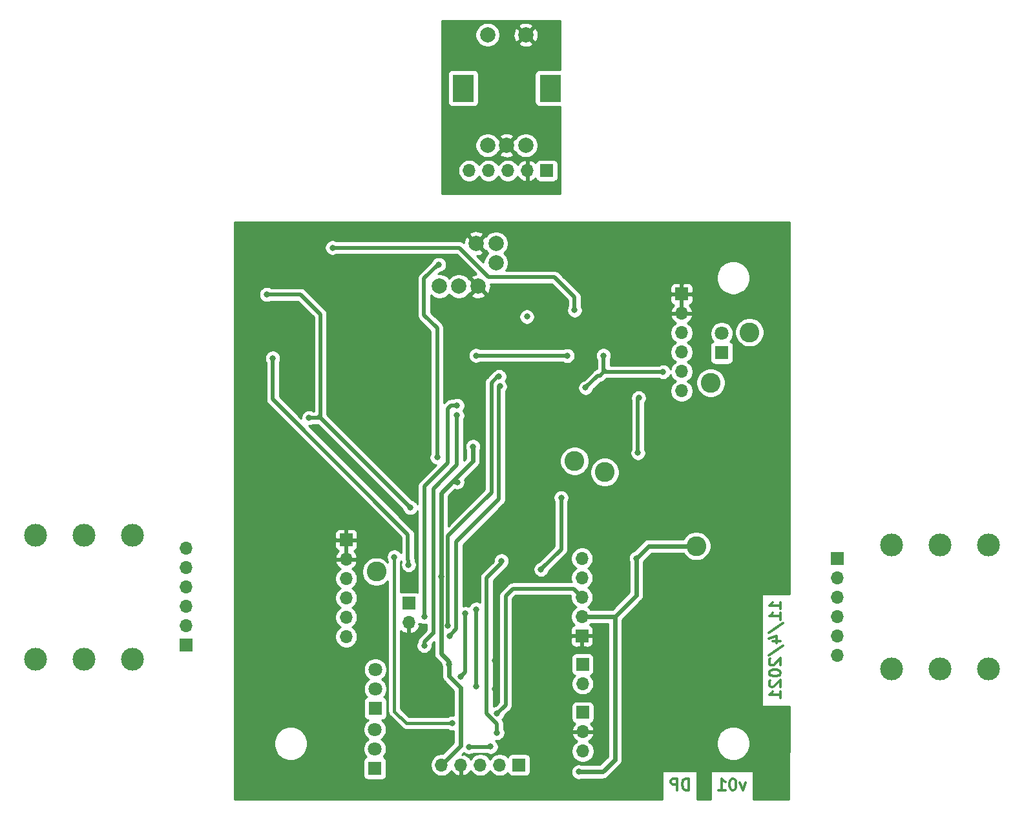
<source format=gbr>
%TF.GenerationSoftware,KiCad,Pcbnew,(5.1.6)-1*%
%TF.CreationDate,2021-04-19T20:59:16+02:00*%
%TF.ProjectId,SimpleDigital,53696d70-6c65-4446-9967-6974616c2e6b,v01*%
%TF.SameCoordinates,Original*%
%TF.FileFunction,Copper,L2,Bot*%
%TF.FilePolarity,Positive*%
%FSLAX46Y46*%
G04 Gerber Fmt 4.6, Leading zero omitted, Abs format (unit mm)*
G04 Created by KiCad (PCBNEW (5.1.6)-1) date 2021-04-19 20:59:16*
%MOMM*%
%LPD*%
G01*
G04 APERTURE LIST*
%TA.AperFunction,NonConductor*%
%ADD10C,0.300000*%
%TD*%
%TA.AperFunction,ComponentPad*%
%ADD11O,1.700000X1.700000*%
%TD*%
%TA.AperFunction,ComponentPad*%
%ADD12R,1.700000X1.700000*%
%TD*%
%TA.AperFunction,ComponentPad*%
%ADD13C,2.600000*%
%TD*%
%TA.AperFunction,ComponentPad*%
%ADD14C,2.000000*%
%TD*%
%TA.AperFunction,ComponentPad*%
%ADD15R,1.800000X1.800000*%
%TD*%
%TA.AperFunction,ComponentPad*%
%ADD16C,1.800000*%
%TD*%
%TA.AperFunction,ComponentPad*%
%ADD17C,3.000000*%
%TD*%
%TA.AperFunction,ComponentPad*%
%ADD18R,2.800000X3.600000*%
%TD*%
%TA.AperFunction,ViaPad*%
%ADD19C,0.800000*%
%TD*%
%TA.AperFunction,Conductor*%
%ADD20C,0.500000*%
%TD*%
%TA.AperFunction,Conductor*%
%ADD21C,0.600000*%
%TD*%
%TA.AperFunction,Conductor*%
%ADD22C,0.400000*%
%TD*%
%TA.AperFunction,Conductor*%
%ADD23C,0.254000*%
%TD*%
G04 APERTURE END LIST*
D10*
X187803571Y-138846428D02*
X187803571Y-137989285D01*
X187803571Y-138417857D02*
X186303571Y-138417857D01*
X186517857Y-138275000D01*
X186660714Y-138132142D01*
X186732142Y-137989285D01*
X187803571Y-140275000D02*
X187803571Y-139417857D01*
X187803571Y-139846428D02*
X186303571Y-139846428D01*
X186517857Y-139703571D01*
X186660714Y-139560714D01*
X186732142Y-139417857D01*
X186232142Y-141989285D02*
X188160714Y-140703571D01*
X186803571Y-143132142D02*
X187803571Y-143132142D01*
X186232142Y-142775000D02*
X187303571Y-142417857D01*
X187303571Y-143346428D01*
X186232142Y-144989285D02*
X188160714Y-143703571D01*
X186446428Y-145417857D02*
X186375000Y-145489285D01*
X186303571Y-145632142D01*
X186303571Y-145989285D01*
X186375000Y-146132142D01*
X186446428Y-146203571D01*
X186589285Y-146275000D01*
X186732142Y-146275000D01*
X186946428Y-146203571D01*
X187803571Y-145346428D01*
X187803571Y-146275000D01*
X186303571Y-147203571D02*
X186303571Y-147346428D01*
X186375000Y-147489285D01*
X186446428Y-147560714D01*
X186589285Y-147632142D01*
X186875000Y-147703571D01*
X187232142Y-147703571D01*
X187517857Y-147632142D01*
X187660714Y-147560714D01*
X187732142Y-147489285D01*
X187803571Y-147346428D01*
X187803571Y-147203571D01*
X187732142Y-147060714D01*
X187660714Y-146989285D01*
X187517857Y-146917857D01*
X187232142Y-146846428D01*
X186875000Y-146846428D01*
X186589285Y-146917857D01*
X186446428Y-146989285D01*
X186375000Y-147060714D01*
X186303571Y-147203571D01*
X186446428Y-148275000D02*
X186375000Y-148346428D01*
X186303571Y-148489285D01*
X186303571Y-148846428D01*
X186375000Y-148989285D01*
X186446428Y-149060714D01*
X186589285Y-149132142D01*
X186732142Y-149132142D01*
X186946428Y-149060714D01*
X187803571Y-148203571D01*
X187803571Y-149132142D01*
X187803571Y-150560714D02*
X187803571Y-149703571D01*
X187803571Y-150132142D02*
X186303571Y-150132142D01*
X186517857Y-149989285D01*
X186660714Y-149846428D01*
X186732142Y-149703571D01*
X175742857Y-162628571D02*
X175742857Y-161128571D01*
X175385714Y-161128571D01*
X175171428Y-161200000D01*
X175028571Y-161342857D01*
X174957142Y-161485714D01*
X174885714Y-161771428D01*
X174885714Y-161985714D01*
X174957142Y-162271428D01*
X175028571Y-162414285D01*
X175171428Y-162557142D01*
X175385714Y-162628571D01*
X175742857Y-162628571D01*
X174242857Y-162628571D02*
X174242857Y-161128571D01*
X173671428Y-161128571D01*
X173528571Y-161200000D01*
X173457142Y-161271428D01*
X173385714Y-161414285D01*
X173385714Y-161628571D01*
X173457142Y-161771428D01*
X173528571Y-161842857D01*
X173671428Y-161914285D01*
X174242857Y-161914285D01*
X183185714Y-161628571D02*
X182828571Y-162628571D01*
X182471428Y-161628571D01*
X181614285Y-161128571D02*
X181471428Y-161128571D01*
X181328571Y-161200000D01*
X181257142Y-161271428D01*
X181185714Y-161414285D01*
X181114285Y-161700000D01*
X181114285Y-162057142D01*
X181185714Y-162342857D01*
X181257142Y-162485714D01*
X181328571Y-162557142D01*
X181471428Y-162628571D01*
X181614285Y-162628571D01*
X181757142Y-162557142D01*
X181828571Y-162485714D01*
X181900000Y-162342857D01*
X181971428Y-162057142D01*
X181971428Y-161700000D01*
X181900000Y-161414285D01*
X181828571Y-161271428D01*
X181757142Y-161200000D01*
X181614285Y-161128571D01*
X179685714Y-162628571D02*
X180542857Y-162628571D01*
X180114285Y-162628571D02*
X180114285Y-161128571D01*
X180257142Y-161342857D01*
X180400000Y-161485714D01*
X180542857Y-161557142D01*
D11*
%TO.P,J14,2*%
%TO.N,GNDA*%
X139075000Y-140690000D03*
D12*
%TO.P,J14,1*%
%TO.N,Net-(J14-Pad1)*%
X139075000Y-138150000D03*
%TD*%
D13*
%TO.P,J17,1*%
%TO.N,Net-(C44-Pad2)*%
X164750000Y-120950000D03*
%TD*%
%TO.P,J16,1*%
%TO.N,Net-(D4-Pad2)*%
X183725000Y-102600000D03*
%TD*%
%TO.P,J8,1*%
%TO.N,+5V*%
X176750000Y-130625000D03*
%TD*%
%TO.P,J5,1*%
%TO.N,Net-(J12-Pad6)*%
X134825000Y-134000000D03*
%TD*%
%TO.P,J4,1*%
%TO.N,Net-(J10-Pad6)*%
X178650000Y-109225000D03*
%TD*%
%TO.P,J1,1*%
%TO.N,Net-(C3-Pad2)*%
X160800000Y-119475000D03*
%TD*%
D11*
%TO.P,Battery_9V1,2*%
%TO.N,BAT_NEG*%
X161850000Y-148690000D03*
D12*
%TO.P,Battery_9V1,1*%
%TO.N,+9V*%
X161850000Y-146150000D03*
%TD*%
D14*
%TO.P,RV2,1*%
%TO.N,Net-(C41-Pad1)*%
X150497156Y-93509848D03*
%TO.P,RV2,3*%
%TO.N,GNDA*%
X147906356Y-90944448D03*
%TO.P,RV2,2*%
%TO.N,Net-(C43-Pad1)*%
X150497156Y-90969848D03*
%TD*%
%TO.P,RV1,2*%
%TO.N,Net-(R4-Pad2)*%
X145640000Y-96575000D03*
%TO.P,RV1,3*%
%TO.N,GNDA*%
X148180000Y-96575000D03*
%TO.P,RV1,1*%
%TO.N,Net-(C5-Pad2)*%
X143100000Y-96575000D03*
%TD*%
D15*
%TO.P,D4,1*%
%TO.N,Net-(D4-Pad1)*%
X180075000Y-105300000D03*
D16*
%TO.P,D4,2*%
%TO.N,Net-(D4-Pad2)*%
X180075000Y-102760000D03*
%TD*%
D17*
%TO.P,J3,1*%
%TO.N,Net-(J3-Pad1)*%
X90200000Y-145440000D03*
%TO.P,J3,2*%
%TO.N,Net-(J3-Pad2)*%
X102900000Y-145440000D03*
%TO.P,J3,3*%
%TO.N,Net-(J3-Pad3)*%
X96550000Y-145440000D03*
%TO.P,J3,4*%
%TO.N,Net-(J3-Pad4)*%
X90200000Y-129210000D03*
%TO.P,J3,5*%
%TO.N,Net-(J3-Pad5)*%
X102900000Y-129210000D03*
%TO.P,J3,6*%
%TO.N,Net-(J3-Pad6)*%
X96550000Y-129210000D03*
%TD*%
%TO.P,J6,6*%
%TO.N,Net-(J11-Pad5)*%
X208670000Y-146759999D03*
%TO.P,J6,5*%
%TO.N,Net-(J11-Pad6)*%
X202320000Y-146759999D03*
%TO.P,J6,4*%
%TO.N,Net-(J11-Pad4)*%
X215020000Y-146759999D03*
%TO.P,J6,3*%
%TO.N,Net-(J11-Pad2)*%
X208670000Y-130529999D03*
%TO.P,J6,2*%
%TO.N,Net-(J11-Pad1)*%
X202320000Y-130529999D03*
%TO.P,J6,1*%
%TO.N,Net-(J11-Pad3)*%
X215020000Y-130529999D03*
%TD*%
D12*
%TO.P,J9,1*%
%TO.N,Net-(J3-Pad2)*%
X109880000Y-143580000D03*
D11*
%TO.P,J9,2*%
%TO.N,Net-(J3-Pad3)*%
X109880000Y-141040000D03*
%TO.P,J9,3*%
%TO.N,Net-(J3-Pad1)*%
X109880000Y-138500000D03*
%TO.P,J9,4*%
%TO.N,Net-(J3-Pad4)*%
X109880000Y-135960000D03*
%TO.P,J9,5*%
%TO.N,Net-(J3-Pad6)*%
X109880000Y-133420000D03*
%TO.P,J9,6*%
%TO.N,Net-(J3-Pad5)*%
X109880000Y-130880000D03*
%TD*%
%TO.P,J10,6*%
%TO.N,Net-(J10-Pad6)*%
X174825000Y-110300000D03*
%TO.P,J10,5*%
%TO.N,Net-(J10-Pad5)*%
X174825000Y-107760000D03*
%TO.P,J10,4*%
%TO.N,Net-(J10-Pad4)*%
X174825000Y-105220000D03*
%TO.P,J10,3*%
%TO.N,Net-(J10-Pad3)*%
X174825000Y-102680000D03*
%TO.P,J10,2*%
%TO.N,GNDA*%
X174825000Y-100140000D03*
D12*
%TO.P,J10,1*%
X174825000Y-97600000D03*
%TD*%
%TO.P,J11,1*%
%TO.N,Net-(J11-Pad1)*%
X195270000Y-132240000D03*
D11*
%TO.P,J11,2*%
%TO.N,Net-(J11-Pad2)*%
X195270000Y-134780000D03*
%TO.P,J11,3*%
%TO.N,Net-(J11-Pad3)*%
X195270000Y-137320000D03*
%TO.P,J11,4*%
%TO.N,Net-(J11-Pad4)*%
X195270000Y-139860000D03*
%TO.P,J11,5*%
%TO.N,Net-(J11-Pad5)*%
X195270000Y-142400000D03*
%TO.P,J11,6*%
%TO.N,Net-(J11-Pad6)*%
X195270000Y-144940000D03*
%TD*%
%TO.P,J12,6*%
%TO.N,Net-(J12-Pad6)*%
X130875000Y-142525000D03*
%TO.P,J12,5*%
%TO.N,Net-(J12-Pad5)*%
X130875000Y-139985000D03*
%TO.P,J12,4*%
%TO.N,Net-(J12-Pad4)*%
X130875000Y-137445000D03*
%TO.P,J12,3*%
%TO.N,Net-(J12-Pad3)*%
X130875000Y-134905000D03*
%TO.P,J12,2*%
%TO.N,GNDA*%
X130875000Y-132365000D03*
D12*
%TO.P,J12,1*%
X130875000Y-129825000D03*
%TD*%
%TO.P,J15,1*%
%TO.N,B_OUT*%
X157150000Y-81400000D03*
D11*
%TO.P,J15,2*%
%TO.N,ENC_GROUND*%
X154610000Y-81400000D03*
%TO.P,J15,3*%
%TO.N,A_OUT*%
X152070000Y-81400000D03*
%TO.P,J15,4*%
%TO.N,SW_OUT*%
X149530000Y-81400000D03*
%TO.P,J15,5*%
%TO.N,ENC_POWER*%
X146990000Y-81400000D03*
%TD*%
D18*
%TO.P,SW1,3*%
%TO.N,N/C*%
X146200000Y-70600000D03*
X157600000Y-70600000D03*
D14*
%TO.P,SW1,1*%
%TO.N,SW_OUT*%
X149400000Y-63600000D03*
%TO.P,SW1,2*%
%TO.N,ENC_GROUND*%
X154400000Y-63600000D03*
%TO.P,SW1,A*%
%TO.N,A_OUT*%
X149400000Y-78100000D03*
%TO.P,SW1,C*%
%TO.N,ENC_GROUND*%
X151900000Y-78100000D03*
%TO.P,SW1,B*%
%TO.N,B_OUT*%
X154400000Y-78100000D03*
%TD*%
D16*
%TO.P,D5,3*%
%TO.N,Net-(D5-Pad3)*%
X134680000Y-146830000D03*
%TO.P,D5,2*%
%TO.N,+5V*%
X134680000Y-149370000D03*
D15*
%TO.P,D5,1*%
%TO.N,Net-(D5-Pad1)*%
X134680000Y-151910000D03*
%TD*%
%TO.P,D6,1*%
%TO.N,Net-(D6-Pad1)*%
X134630000Y-159780000D03*
D16*
%TO.P,D6,2*%
%TO.N,+5V*%
X134630000Y-157240000D03*
%TO.P,D6,3*%
%TO.N,Net-(D6-Pad3)*%
X134630000Y-154700000D03*
%TD*%
D12*
%TO.P,J2,1*%
%TO.N,BAT_NEG*%
X161875000Y-152450000D03*
D11*
%TO.P,J2,2*%
%TO.N,GNDA*%
X161875000Y-154990000D03*
%TO.P,J2,3*%
%TO.N,Net-(D2-PadA)*%
X161875000Y-157530000D03*
%TD*%
D12*
%TO.P,J7,1*%
%TO.N,GNDA*%
X161775000Y-142425000D03*
D11*
%TO.P,J7,2*%
%TO.N,+5V*%
X161775000Y-139885000D03*
%TO.P,J7,3*%
%TO.N,SWITCH*%
X161775000Y-137345000D03*
%TO.P,J7,4*%
%TO.N,ENC_A*%
X161775000Y-134805000D03*
%TO.P,J7,5*%
%TO.N,ENC_B*%
X161775000Y-132265000D03*
%TD*%
%TO.P,J13,5*%
%TO.N,+5V*%
X143365000Y-159345000D03*
%TO.P,J13,4*%
%TO.N,GNDA*%
X145905000Y-159345000D03*
%TO.P,J13,3*%
%TO.N,LED2_G*%
X148445000Y-159345000D03*
%TO.P,J13,2*%
%TO.N,Net-(J13-Pad2)*%
X150985000Y-159345000D03*
D12*
%TO.P,J13,1*%
%TO.N,Net-(J13-Pad1)*%
X153525000Y-159345000D03*
%TD*%
D19*
%TO.N,+9V*%
X169200000Y-111200000D03*
X169100000Y-118425000D03*
%TO.N,+5V*%
X143300001Y-134620000D03*
X144375000Y-146145000D03*
X126000000Y-113800000D03*
X120450000Y-97650000D03*
X147500000Y-117600000D03*
X145425000Y-122250000D03*
X139274368Y-125599673D03*
X168900000Y-132250000D03*
X161350000Y-160250000D03*
%TO.N,GNDA*%
X154450000Y-107100000D03*
X139750000Y-115050000D03*
X137475000Y-125700000D03*
X139350000Y-123575000D03*
X139625000Y-127800000D03*
X129475000Y-117650000D03*
X175950000Y-139575000D03*
X148650000Y-110800000D03*
X148650000Y-112200000D03*
X148650000Y-113700000D03*
X144700000Y-151225000D03*
X144700000Y-152575000D03*
X150350000Y-145675000D03*
X150350000Y-149375000D03*
X156050000Y-125525000D03*
X139950000Y-162650000D03*
X139925000Y-160450000D03*
X137375000Y-162700000D03*
X157175000Y-159425000D03*
X131750000Y-106700000D03*
X126175000Y-108425000D03*
X121425000Y-114050000D03*
X124250000Y-116525000D03*
X129425000Y-121575000D03*
X135575000Y-127675000D03*
X151425000Y-126000000D03*
X154950000Y-130975000D03*
X138775000Y-143150000D03*
X168325000Y-101925000D03*
X168325000Y-99650000D03*
X132450000Y-93100000D03*
X125950000Y-92775000D03*
X131525000Y-89775000D03*
X135350000Y-101050000D03*
X121900000Y-103725000D03*
X121900000Y-101650000D03*
X116825000Y-101600000D03*
X117100000Y-114075000D03*
X134925000Y-140525000D03*
X134925000Y-143025000D03*
X176025000Y-133500000D03*
X162125000Y-101175000D03*
X160225000Y-101700000D03*
X163100000Y-102225000D03*
X162800000Y-105875000D03*
X168325000Y-109025000D03*
X159175000Y-151925000D03*
X159175000Y-150050000D03*
X159250000Y-148250000D03*
X159300000Y-146550000D03*
X159300000Y-144950000D03*
X159300000Y-143375000D03*
X147175000Y-160650000D03*
X169300000Y-129550000D03*
X172600000Y-128925000D03*
X175950000Y-124625000D03*
X172100000Y-124575000D03*
X161300000Y-127775000D03*
X161125000Y-123625000D03*
X164825000Y-123650000D03*
X170350000Y-120200000D03*
X164375000Y-135450000D03*
X171775000Y-113025000D03*
X172525000Y-113775000D03*
X171650000Y-114300000D03*
X174225000Y-113775000D03*
X176200000Y-113750000D03*
X171975000Y-147950000D03*
X163975000Y-154125000D03*
X167700000Y-154175000D03*
X164450000Y-158100000D03*
X167700000Y-158275000D03*
X162725000Y-161825000D03*
X159775000Y-158900000D03*
X121975000Y-126000000D03*
%TO.N,+4V*%
X164587158Y-105659849D03*
X172400000Y-107800000D03*
X162250000Y-109875000D03*
%TO.N,Net-(C27-Pad2)*%
X129069849Y-91512842D03*
X160800000Y-99700000D03*
%TO.N,Net-(C40-Pad1)*%
X154550000Y-100550000D03*
%TO.N,Net-(C41-Pad1)*%
X142797158Y-119009849D03*
X143000000Y-93725000D03*
%TO.N,SWITCH*%
X150650000Y-152600000D03*
%TO.N,Net-(J13-Pad2)*%
X146950000Y-156970000D03*
X149800000Y-156945000D03*
%TO.N,ENC_GROUND*%
X151950000Y-75400000D03*
X151950000Y-72300000D03*
%TO.N,Net-(Q1-Pad3)*%
X159050000Y-124300000D03*
X156400000Y-133700000D03*
%TO.N,CURR_A*%
X150649999Y-155120000D03*
X151215000Y-132585000D03*
%TO.N,CURR_B*%
X137175000Y-132070000D03*
X144750000Y-153870000D03*
%TO.N,Net-(Q2-Pad3)*%
X139050000Y-133100000D03*
X121250000Y-106000000D03*
%TO.N,Net-(R5-Pad2)*%
X147887157Y-105649848D03*
X159827157Y-105669849D03*
%TO.N,PWM_A*%
X147925000Y-138920000D03*
X147875000Y-149044999D03*
%TO.N,PWM_B*%
X145900000Y-147770000D03*
X146500000Y-139495000D03*
%TO.N,U4B*%
X144400000Y-142400000D03*
X151000000Y-109700000D03*
%TO.N,U4C*%
X144200000Y-141100000D03*
X150900000Y-108400000D03*
%TO.N,U4D*%
X141100000Y-139900000D03*
X145400000Y-112200000D03*
%TO.N,U4A*%
X145400000Y-113500000D03*
X141100000Y-143700000D03*
%TD*%
D20*
%TO.N,+9V*%
X169100000Y-111300000D02*
X169200000Y-111200000D01*
X169100000Y-118425000D02*
X169100000Y-111300000D01*
%TO.N,+5V*%
X120450000Y-97650000D02*
X124900000Y-97650000D01*
X124900000Y-97650000D02*
X127500000Y-100250000D01*
D21*
X143365000Y-159345000D02*
X145900000Y-156810000D01*
X145900000Y-156810000D02*
X145900000Y-149220000D01*
X145900000Y-149220000D02*
X144375000Y-147695000D01*
X144375000Y-146145000D02*
X144375000Y-147695000D01*
X144375000Y-146145000D02*
X144375000Y-145795000D01*
X144375000Y-145795000D02*
X143300000Y-144720000D01*
X143300001Y-135185685D02*
X143300001Y-134620000D01*
X143300000Y-144720000D02*
X143300001Y-135185685D01*
X147500000Y-119500000D02*
X147500000Y-117600000D01*
D20*
X127500000Y-100250000D02*
X127500000Y-108375000D01*
X127500000Y-108375000D02*
X127500000Y-108900000D01*
D21*
X161775000Y-139885000D02*
X163240000Y-139885000D01*
X143300001Y-134620000D02*
X143300001Y-123699999D01*
D20*
X144712500Y-122287500D02*
X145387500Y-122287500D01*
D21*
X144712500Y-122287500D02*
X147500000Y-119500000D01*
D20*
X145387500Y-122287500D02*
X145425000Y-122250000D01*
D21*
X143300001Y-123699999D02*
X144712500Y-122287500D01*
D20*
X139274368Y-125599673D02*
X127500000Y-113825305D01*
X126025305Y-113825305D02*
X126000000Y-113800000D01*
X127500000Y-113475610D02*
X127150305Y-113825305D01*
X127500000Y-113450000D02*
X127500000Y-113475610D01*
X127150305Y-113825305D02*
X126025305Y-113825305D01*
X127500000Y-113825305D02*
X127150305Y-113825305D01*
X127500000Y-113825305D02*
X127500000Y-113450000D01*
X127500000Y-113450000D02*
X127500000Y-108900000D01*
D21*
X170525000Y-130625000D02*
X176750000Y-130625000D01*
X168900000Y-132250000D02*
X170525000Y-130625000D01*
X168900000Y-132250000D02*
X168900000Y-137100000D01*
X166115000Y-139885000D02*
X161775000Y-139885000D01*
X168900000Y-137100000D02*
X166115000Y-139885000D01*
X166100000Y-139900000D02*
X166115000Y-139885000D01*
X166100000Y-158100000D02*
X166100000Y-158650000D01*
X166100000Y-158100000D02*
X166100000Y-139900000D01*
X166100000Y-158650000D02*
X164500000Y-160250000D01*
X164500000Y-160250000D02*
X161350000Y-160250000D01*
D20*
%TO.N,+4V*%
X164607005Y-107800000D02*
X164587157Y-107819848D01*
X164587158Y-107087158D02*
X164587158Y-107487158D01*
X164587157Y-107819848D02*
X164587158Y-107087158D01*
X164587158Y-107087158D02*
X164587158Y-105659849D01*
X164587158Y-107487158D02*
X164900000Y-107800000D01*
X172400000Y-107800000D02*
X164900000Y-107800000D01*
X164900000Y-107800000D02*
X164607005Y-107800000D01*
X162250000Y-109875000D02*
X163850000Y-108275000D01*
X164132005Y-108275000D02*
X164587157Y-107819848D01*
X163850000Y-108275000D02*
X164132005Y-108275000D01*
%TO.N,Net-(C27-Pad2)*%
X129089848Y-91492843D02*
X129069849Y-91512842D01*
X160800000Y-98000000D02*
X160800000Y-99700000D01*
X149550000Y-95375000D02*
X158175000Y-95375000D01*
X129069849Y-91512842D02*
X145687842Y-91512842D01*
X158175000Y-95375000D02*
X160800000Y-98000000D01*
X145687842Y-91512842D02*
X149550000Y-95375000D01*
%TO.N,Net-(C41-Pad1)*%
X142797158Y-119009849D02*
X142797157Y-102059849D01*
X142797157Y-102059849D02*
X141077157Y-100339849D01*
X141077157Y-100339849D02*
X141077157Y-95547843D01*
X141077157Y-95547843D02*
X142900000Y-93725000D01*
X142900000Y-93725000D02*
X143000000Y-93725000D01*
%TO.N,SWITCH*%
X151445000Y-151805000D02*
X150650000Y-152600000D01*
X160670000Y-136240000D02*
X152709999Y-136240000D01*
X161775000Y-137345000D02*
X160670000Y-136240000D01*
X152709999Y-136240000D02*
X151770000Y-137179999D01*
X151445000Y-151795000D02*
X151770000Y-151470000D01*
X151445000Y-151805000D02*
X151445000Y-151795000D01*
X151770000Y-137179999D02*
X151770000Y-151470000D01*
%TO.N,Net-(J13-Pad2)*%
X149775000Y-156970001D02*
X149800000Y-156945000D01*
X146950000Y-156970000D02*
X149775000Y-156970001D01*
%TO.N,ENC_GROUND*%
X151950000Y-75400000D02*
X151950000Y-72300000D01*
%TO.N,Net-(Q1-Pad3)*%
X159050000Y-124300000D02*
X159050000Y-131050000D01*
X159050000Y-131050000D02*
X156400000Y-133700000D01*
%TO.N,CURR_A*%
X151200000Y-132600000D02*
X151215000Y-132585000D01*
X149275000Y-134825000D02*
X151200000Y-132900000D01*
X151200000Y-132900000D02*
X151200000Y-132600000D01*
X149275000Y-152595000D02*
X149275000Y-134825000D01*
X150649999Y-155120000D02*
X150650000Y-153970000D01*
X150650000Y-153970000D02*
X149275000Y-152595000D01*
D22*
%TO.N,CURR_B*%
X144750000Y-153870000D02*
X138750000Y-153870000D01*
X137175000Y-152295000D02*
X138750000Y-153870000D01*
X137175000Y-132070000D02*
X137175000Y-152295000D01*
D20*
%TO.N,Net-(Q2-Pad3)*%
X139050000Y-132534315D02*
X138950000Y-132434315D01*
X139050000Y-133100000D02*
X139050000Y-132534315D01*
X138950000Y-132434315D02*
X138950000Y-129100000D01*
X138950000Y-129100000D02*
X121250000Y-111400000D01*
X121250000Y-111400000D02*
X121250000Y-106000000D01*
%TO.N,Net-(R5-Pad2)*%
X147887157Y-105649848D02*
X155617157Y-105649849D01*
X155617157Y-105649849D02*
X155637157Y-105669849D01*
X155617157Y-105649849D02*
X159807157Y-105649849D01*
X159807157Y-105649849D02*
X159827157Y-105669849D01*
%TO.N,PWM_A*%
X147925000Y-138920000D02*
X147924999Y-148995000D01*
X147924999Y-148995000D02*
X147875000Y-149044999D01*
%TO.N,PWM_B*%
X146500000Y-147170000D02*
X145900000Y-147770000D01*
X146500000Y-139495000D02*
X146500000Y-147170000D01*
%TO.N,U4B*%
X144400000Y-142400000D02*
X145100000Y-141700000D01*
X145100000Y-141700000D02*
X145200000Y-141600000D01*
X145200000Y-141600000D02*
X145300000Y-141500000D01*
X145300000Y-141500000D02*
X145300000Y-130100000D01*
X145300000Y-130100000D02*
X150900000Y-124500000D01*
X150900000Y-124500000D02*
X150900000Y-109800000D01*
X150900000Y-109800000D02*
X151000000Y-109700000D01*
%TO.N,U4C*%
X144200000Y-141100000D02*
X144200000Y-132000000D01*
X144200000Y-132000000D02*
X144200000Y-129300000D01*
X144200000Y-129300000D02*
X146650001Y-126849999D01*
X146650001Y-126849999D02*
X149900000Y-123600000D01*
X149900000Y-123600000D02*
X149900000Y-109200000D01*
X149900000Y-109200000D02*
X150700000Y-108400000D01*
X150700000Y-108400000D02*
X150900000Y-108400000D01*
%TO.N,U4D*%
X141100000Y-139900000D02*
X141100000Y-128100000D01*
X141100000Y-128100000D02*
X141100000Y-122800000D01*
X141100000Y-122800000D02*
X144200000Y-119700000D01*
X144200000Y-119700000D02*
X144200000Y-112600000D01*
X144600000Y-112200000D02*
X145400000Y-112200000D01*
X144200000Y-112600000D02*
X144600000Y-112200000D01*
%TO.N,U4A*%
X145400000Y-113500000D02*
X145400000Y-120000000D01*
X145400000Y-120000000D02*
X142300000Y-123100000D01*
X142300000Y-123100000D02*
X142300000Y-142000000D01*
X142300000Y-142000000D02*
X142300000Y-142100000D01*
X142300000Y-142000000D02*
X141100000Y-143200000D01*
X141100000Y-143200000D02*
X141100000Y-143700000D01*
%TD*%
D23*
%TO.N,GNDA*%
G36*
X188940816Y-136918571D02*
G01*
X185335000Y-136918571D01*
X185335000Y-151631428D01*
X188931137Y-151631428D01*
X188923083Y-163873000D01*
X184185000Y-163873000D01*
X184185000Y-160160000D01*
X178615000Y-160160000D01*
X178615000Y-163873000D01*
X176885000Y-163873000D01*
X176885000Y-160160000D01*
X172315000Y-160160000D01*
X172315000Y-163873000D01*
X116227000Y-163873000D01*
X116227000Y-158880000D01*
X133091928Y-158880000D01*
X133091928Y-160680000D01*
X133104188Y-160804482D01*
X133140498Y-160924180D01*
X133199463Y-161034494D01*
X133278815Y-161131185D01*
X133375506Y-161210537D01*
X133485820Y-161269502D01*
X133605518Y-161305812D01*
X133730000Y-161318072D01*
X135530000Y-161318072D01*
X135654482Y-161305812D01*
X135774180Y-161269502D01*
X135884494Y-161210537D01*
X135981185Y-161131185D01*
X136060537Y-161034494D01*
X136119502Y-160924180D01*
X136155812Y-160804482D01*
X136168072Y-160680000D01*
X136168072Y-158880000D01*
X136155812Y-158755518D01*
X136119502Y-158635820D01*
X136060537Y-158525506D01*
X135981185Y-158428815D01*
X135884494Y-158349463D01*
X135774180Y-158290498D01*
X135755873Y-158284944D01*
X135822312Y-158218505D01*
X135990299Y-157967095D01*
X136106011Y-157687743D01*
X136165000Y-157391184D01*
X136165000Y-157088816D01*
X136106011Y-156792257D01*
X135990299Y-156512905D01*
X135822312Y-156261495D01*
X135608505Y-156047688D01*
X135492237Y-155970000D01*
X135608505Y-155892312D01*
X135822312Y-155678505D01*
X135990299Y-155427095D01*
X136106011Y-155147743D01*
X136165000Y-154851184D01*
X136165000Y-154548816D01*
X136106011Y-154252257D01*
X135990299Y-153972905D01*
X135822312Y-153721495D01*
X135608505Y-153507688D01*
X135519283Y-153448072D01*
X135580000Y-153448072D01*
X135704482Y-153435812D01*
X135824180Y-153399502D01*
X135934494Y-153340537D01*
X136031185Y-153261185D01*
X136110537Y-153164494D01*
X136169502Y-153054180D01*
X136205812Y-152934482D01*
X136218072Y-152810000D01*
X136218072Y-151010000D01*
X136205812Y-150885518D01*
X136169502Y-150765820D01*
X136110537Y-150655506D01*
X136031185Y-150558815D01*
X135934494Y-150479463D01*
X135824180Y-150420498D01*
X135805873Y-150414944D01*
X135872312Y-150348505D01*
X136040299Y-150097095D01*
X136156011Y-149817743D01*
X136215000Y-149521184D01*
X136215000Y-149218816D01*
X136156011Y-148922257D01*
X136040299Y-148642905D01*
X135872312Y-148391495D01*
X135658505Y-148177688D01*
X135542237Y-148100000D01*
X135658505Y-148022312D01*
X135872312Y-147808505D01*
X136040299Y-147557095D01*
X136156011Y-147277743D01*
X136215000Y-146981184D01*
X136215000Y-146678816D01*
X136156011Y-146382257D01*
X136040299Y-146102905D01*
X135872312Y-145851495D01*
X135658505Y-145637688D01*
X135407095Y-145469701D01*
X135127743Y-145353989D01*
X134831184Y-145295000D01*
X134528816Y-145295000D01*
X134232257Y-145353989D01*
X133952905Y-145469701D01*
X133701495Y-145637688D01*
X133487688Y-145851495D01*
X133319701Y-146102905D01*
X133203989Y-146382257D01*
X133145000Y-146678816D01*
X133145000Y-146981184D01*
X133203989Y-147277743D01*
X133319701Y-147557095D01*
X133487688Y-147808505D01*
X133701495Y-148022312D01*
X133817763Y-148100000D01*
X133701495Y-148177688D01*
X133487688Y-148391495D01*
X133319701Y-148642905D01*
X133203989Y-148922257D01*
X133145000Y-149218816D01*
X133145000Y-149521184D01*
X133203989Y-149817743D01*
X133319701Y-150097095D01*
X133487688Y-150348505D01*
X133554127Y-150414944D01*
X133535820Y-150420498D01*
X133425506Y-150479463D01*
X133328815Y-150558815D01*
X133249463Y-150655506D01*
X133190498Y-150765820D01*
X133154188Y-150885518D01*
X133141928Y-151010000D01*
X133141928Y-152810000D01*
X133154188Y-152934482D01*
X133190498Y-153054180D01*
X133249463Y-153164494D01*
X133328815Y-153261185D01*
X133425506Y-153340537D01*
X133535820Y-153399502D01*
X133655518Y-153435812D01*
X133745763Y-153444700D01*
X133651495Y-153507688D01*
X133437688Y-153721495D01*
X133269701Y-153972905D01*
X133153989Y-154252257D01*
X133095000Y-154548816D01*
X133095000Y-154851184D01*
X133153989Y-155147743D01*
X133269701Y-155427095D01*
X133437688Y-155678505D01*
X133651495Y-155892312D01*
X133767763Y-155970000D01*
X133651495Y-156047688D01*
X133437688Y-156261495D01*
X133269701Y-156512905D01*
X133153989Y-156792257D01*
X133095000Y-157088816D01*
X133095000Y-157391184D01*
X133153989Y-157687743D01*
X133269701Y-157967095D01*
X133437688Y-158218505D01*
X133504127Y-158284944D01*
X133485820Y-158290498D01*
X133375506Y-158349463D01*
X133278815Y-158428815D01*
X133199463Y-158525506D01*
X133140498Y-158635820D01*
X133104188Y-158755518D01*
X133091928Y-158880000D01*
X116227000Y-158880000D01*
X116227000Y-156329872D01*
X121365000Y-156329872D01*
X121365000Y-156770128D01*
X121450890Y-157201925D01*
X121619369Y-157608669D01*
X121863962Y-157974729D01*
X122175271Y-158286038D01*
X122541331Y-158530631D01*
X122948075Y-158699110D01*
X123379872Y-158785000D01*
X123820128Y-158785000D01*
X124251925Y-158699110D01*
X124658669Y-158530631D01*
X125024729Y-158286038D01*
X125336038Y-157974729D01*
X125580631Y-157608669D01*
X125749110Y-157201925D01*
X125835000Y-156770128D01*
X125835000Y-156329872D01*
X125749110Y-155898075D01*
X125580631Y-155491331D01*
X125336038Y-155125271D01*
X125024729Y-154813962D01*
X124658669Y-154569369D01*
X124251925Y-154400890D01*
X123820128Y-154315000D01*
X123379872Y-154315000D01*
X122948075Y-154400890D01*
X122541331Y-154569369D01*
X122175271Y-154813962D01*
X121863962Y-155125271D01*
X121619369Y-155491331D01*
X121450890Y-155898075D01*
X121365000Y-156329872D01*
X116227000Y-156329872D01*
X116227000Y-134758740D01*
X129390000Y-134758740D01*
X129390000Y-135051260D01*
X129447068Y-135338158D01*
X129559010Y-135608411D01*
X129721525Y-135851632D01*
X129928368Y-136058475D01*
X130102760Y-136175000D01*
X129928368Y-136291525D01*
X129721525Y-136498368D01*
X129559010Y-136741589D01*
X129447068Y-137011842D01*
X129390000Y-137298740D01*
X129390000Y-137591260D01*
X129447068Y-137878158D01*
X129559010Y-138148411D01*
X129721525Y-138391632D01*
X129928368Y-138598475D01*
X130102760Y-138715000D01*
X129928368Y-138831525D01*
X129721525Y-139038368D01*
X129559010Y-139281589D01*
X129447068Y-139551842D01*
X129390000Y-139838740D01*
X129390000Y-140131260D01*
X129447068Y-140418158D01*
X129559010Y-140688411D01*
X129721525Y-140931632D01*
X129928368Y-141138475D01*
X130102760Y-141255000D01*
X129928368Y-141371525D01*
X129721525Y-141578368D01*
X129559010Y-141821589D01*
X129447068Y-142091842D01*
X129390000Y-142378740D01*
X129390000Y-142671260D01*
X129447068Y-142958158D01*
X129559010Y-143228411D01*
X129721525Y-143471632D01*
X129928368Y-143678475D01*
X130171589Y-143840990D01*
X130441842Y-143952932D01*
X130728740Y-144010000D01*
X131021260Y-144010000D01*
X131308158Y-143952932D01*
X131578411Y-143840990D01*
X131821632Y-143678475D01*
X132028475Y-143471632D01*
X132190990Y-143228411D01*
X132302932Y-142958158D01*
X132360000Y-142671260D01*
X132360000Y-142378740D01*
X132302932Y-142091842D01*
X132190990Y-141821589D01*
X132028475Y-141578368D01*
X131821632Y-141371525D01*
X131647240Y-141255000D01*
X131821632Y-141138475D01*
X132028475Y-140931632D01*
X132190990Y-140688411D01*
X132302932Y-140418158D01*
X132360000Y-140131260D01*
X132360000Y-139838740D01*
X132302932Y-139551842D01*
X132190990Y-139281589D01*
X132028475Y-139038368D01*
X131821632Y-138831525D01*
X131647240Y-138715000D01*
X131821632Y-138598475D01*
X132028475Y-138391632D01*
X132190990Y-138148411D01*
X132302932Y-137878158D01*
X132360000Y-137591260D01*
X132360000Y-137298740D01*
X132302932Y-137011842D01*
X132190990Y-136741589D01*
X132028475Y-136498368D01*
X131821632Y-136291525D01*
X131647240Y-136175000D01*
X131821632Y-136058475D01*
X132028475Y-135851632D01*
X132190990Y-135608411D01*
X132302932Y-135338158D01*
X132360000Y-135051260D01*
X132360000Y-134758740D01*
X132302932Y-134471842D01*
X132190990Y-134201589D01*
X132028475Y-133958368D01*
X131821632Y-133751525D01*
X131639466Y-133629805D01*
X131756355Y-133560178D01*
X131972588Y-133365269D01*
X132146641Y-133131920D01*
X132271825Y-132869099D01*
X132316476Y-132721890D01*
X132195155Y-132492000D01*
X131002000Y-132492000D01*
X131002000Y-132512000D01*
X130748000Y-132512000D01*
X130748000Y-132492000D01*
X129554845Y-132492000D01*
X129433524Y-132721890D01*
X129478175Y-132869099D01*
X129603359Y-133131920D01*
X129777412Y-133365269D01*
X129993645Y-133560178D01*
X130110534Y-133629805D01*
X129928368Y-133751525D01*
X129721525Y-133958368D01*
X129559010Y-134201589D01*
X129447068Y-134471842D01*
X129390000Y-134758740D01*
X116227000Y-134758740D01*
X116227000Y-130675000D01*
X129386928Y-130675000D01*
X129399188Y-130799482D01*
X129435498Y-130919180D01*
X129494463Y-131029494D01*
X129573815Y-131126185D01*
X129670506Y-131205537D01*
X129780820Y-131264502D01*
X129861466Y-131288966D01*
X129777412Y-131364731D01*
X129603359Y-131598080D01*
X129478175Y-131860901D01*
X129433524Y-132008110D01*
X129554845Y-132238000D01*
X130748000Y-132238000D01*
X130748000Y-129952000D01*
X131002000Y-129952000D01*
X131002000Y-132238000D01*
X132195155Y-132238000D01*
X132316476Y-132008110D01*
X132271825Y-131860901D01*
X132146641Y-131598080D01*
X131972588Y-131364731D01*
X131888534Y-131288966D01*
X131969180Y-131264502D01*
X132079494Y-131205537D01*
X132176185Y-131126185D01*
X132255537Y-131029494D01*
X132314502Y-130919180D01*
X132350812Y-130799482D01*
X132363072Y-130675000D01*
X132360000Y-130110750D01*
X132201250Y-129952000D01*
X131002000Y-129952000D01*
X130748000Y-129952000D01*
X129548750Y-129952000D01*
X129390000Y-130110750D01*
X129386928Y-130675000D01*
X116227000Y-130675000D01*
X116227000Y-128975000D01*
X129386928Y-128975000D01*
X129390000Y-129539250D01*
X129548750Y-129698000D01*
X130748000Y-129698000D01*
X130748000Y-128498750D01*
X131002000Y-128498750D01*
X131002000Y-129698000D01*
X132201250Y-129698000D01*
X132360000Y-129539250D01*
X132363072Y-128975000D01*
X132350812Y-128850518D01*
X132314502Y-128730820D01*
X132255537Y-128620506D01*
X132176185Y-128523815D01*
X132079494Y-128444463D01*
X131969180Y-128385498D01*
X131849482Y-128349188D01*
X131725000Y-128336928D01*
X131160750Y-128340000D01*
X131002000Y-128498750D01*
X130748000Y-128498750D01*
X130589250Y-128340000D01*
X130025000Y-128336928D01*
X129900518Y-128349188D01*
X129780820Y-128385498D01*
X129670506Y-128444463D01*
X129573815Y-128523815D01*
X129494463Y-128620506D01*
X129435498Y-128730820D01*
X129399188Y-128850518D01*
X129386928Y-128975000D01*
X116227000Y-128975000D01*
X116227000Y-97548061D01*
X119415000Y-97548061D01*
X119415000Y-97751939D01*
X119454774Y-97951898D01*
X119532795Y-98140256D01*
X119646063Y-98309774D01*
X119790226Y-98453937D01*
X119959744Y-98567205D01*
X120148102Y-98645226D01*
X120348061Y-98685000D01*
X120551939Y-98685000D01*
X120751898Y-98645226D01*
X120940256Y-98567205D01*
X120988454Y-98535000D01*
X124533422Y-98535000D01*
X126615000Y-100616579D01*
X126615001Y-108331514D01*
X126615000Y-108331524D01*
X126615000Y-108943477D01*
X126615001Y-108943487D01*
X126615000Y-112940305D01*
X126576326Y-112940305D01*
X126490256Y-112882795D01*
X126301898Y-112804774D01*
X126101939Y-112765000D01*
X125898061Y-112765000D01*
X125698102Y-112804774D01*
X125509744Y-112882795D01*
X125340226Y-112996063D01*
X125196063Y-113140226D01*
X125082795Y-113309744D01*
X125004774Y-113498102D01*
X124965000Y-113698061D01*
X124965000Y-113863422D01*
X122135000Y-111033422D01*
X122135000Y-106538454D01*
X122167205Y-106490256D01*
X122245226Y-106301898D01*
X122285000Y-106101939D01*
X122285000Y-105898061D01*
X122245226Y-105698102D01*
X122167205Y-105509744D01*
X122053937Y-105340226D01*
X121909774Y-105196063D01*
X121740256Y-105082795D01*
X121551898Y-105004774D01*
X121351939Y-104965000D01*
X121148061Y-104965000D01*
X120948102Y-105004774D01*
X120759744Y-105082795D01*
X120590226Y-105196063D01*
X120446063Y-105340226D01*
X120332795Y-105509744D01*
X120254774Y-105698102D01*
X120215000Y-105898061D01*
X120215000Y-106101939D01*
X120254774Y-106301898D01*
X120332795Y-106490256D01*
X120365001Y-106538456D01*
X120365000Y-111356531D01*
X120360719Y-111400000D01*
X120365000Y-111443469D01*
X120365000Y-111443476D01*
X120377805Y-111573489D01*
X120428411Y-111740312D01*
X120510589Y-111894058D01*
X120621183Y-112028817D01*
X120654956Y-112056534D01*
X138065001Y-129466580D01*
X138065000Y-131539029D01*
X137978937Y-131410226D01*
X137834774Y-131266063D01*
X137665256Y-131152795D01*
X137476898Y-131074774D01*
X137276939Y-131035000D01*
X137073061Y-131035000D01*
X136873102Y-131074774D01*
X136684744Y-131152795D01*
X136515226Y-131266063D01*
X136371063Y-131410226D01*
X136257795Y-131579744D01*
X136179774Y-131768102D01*
X136140000Y-131968061D01*
X136140000Y-132171939D01*
X136179774Y-132371898D01*
X136257795Y-132560256D01*
X136340000Y-132683285D01*
X136340000Y-132784449D01*
X136328013Y-132766509D01*
X136058491Y-132496987D01*
X135741566Y-132285225D01*
X135389419Y-132139361D01*
X135015581Y-132065000D01*
X134634419Y-132065000D01*
X134260581Y-132139361D01*
X133908434Y-132285225D01*
X133591509Y-132496987D01*
X133321987Y-132766509D01*
X133110225Y-133083434D01*
X132964361Y-133435581D01*
X132890000Y-133809419D01*
X132890000Y-134190581D01*
X132964361Y-134564419D01*
X133110225Y-134916566D01*
X133321987Y-135233491D01*
X133591509Y-135503013D01*
X133908434Y-135714775D01*
X134260581Y-135860639D01*
X134634419Y-135935000D01*
X135015581Y-135935000D01*
X135389419Y-135860639D01*
X135741566Y-135714775D01*
X136058491Y-135503013D01*
X136328013Y-135233491D01*
X136340000Y-135215551D01*
X136340001Y-152253971D01*
X136335960Y-152295000D01*
X136352082Y-152458688D01*
X136399828Y-152616086D01*
X136441625Y-152694282D01*
X136477365Y-152761146D01*
X136581710Y-152888291D01*
X136613574Y-152914441D01*
X138130559Y-154431426D01*
X138156709Y-154463291D01*
X138283854Y-154567636D01*
X138428913Y-154645172D01*
X138586311Y-154692918D01*
X138708981Y-154705000D01*
X138708991Y-154705000D01*
X138749999Y-154709039D01*
X138791007Y-154705000D01*
X144136715Y-154705000D01*
X144259744Y-154787205D01*
X144448102Y-154865226D01*
X144648061Y-154905000D01*
X144851939Y-154905000D01*
X144965000Y-154882511D01*
X144965000Y-156422710D01*
X143524981Y-157862729D01*
X143511260Y-157860000D01*
X143218740Y-157860000D01*
X142931842Y-157917068D01*
X142661589Y-158029010D01*
X142418368Y-158191525D01*
X142211525Y-158398368D01*
X142049010Y-158641589D01*
X141937068Y-158911842D01*
X141880000Y-159198740D01*
X141880000Y-159491260D01*
X141937068Y-159778158D01*
X142049010Y-160048411D01*
X142211525Y-160291632D01*
X142418368Y-160498475D01*
X142661589Y-160660990D01*
X142931842Y-160772932D01*
X143218740Y-160830000D01*
X143511260Y-160830000D01*
X143798158Y-160772932D01*
X144068411Y-160660990D01*
X144311632Y-160498475D01*
X144518475Y-160291632D01*
X144640195Y-160109466D01*
X144709822Y-160226355D01*
X144904731Y-160442588D01*
X145138080Y-160616641D01*
X145400901Y-160741825D01*
X145548110Y-160786476D01*
X145778000Y-160665155D01*
X145778000Y-159472000D01*
X145758000Y-159472000D01*
X145758000Y-159218000D01*
X145778000Y-159218000D01*
X145778000Y-159198000D01*
X146032000Y-159198000D01*
X146032000Y-159218000D01*
X146052000Y-159218000D01*
X146052000Y-159472000D01*
X146032000Y-159472000D01*
X146032000Y-160665155D01*
X146261890Y-160786476D01*
X146409099Y-160741825D01*
X146671920Y-160616641D01*
X146905269Y-160442588D01*
X147100178Y-160226355D01*
X147169805Y-160109466D01*
X147291525Y-160291632D01*
X147498368Y-160498475D01*
X147741589Y-160660990D01*
X148011842Y-160772932D01*
X148298740Y-160830000D01*
X148591260Y-160830000D01*
X148878158Y-160772932D01*
X149148411Y-160660990D01*
X149391632Y-160498475D01*
X149598475Y-160291632D01*
X149715000Y-160117240D01*
X149831525Y-160291632D01*
X150038368Y-160498475D01*
X150281589Y-160660990D01*
X150551842Y-160772932D01*
X150838740Y-160830000D01*
X151131260Y-160830000D01*
X151418158Y-160772932D01*
X151688411Y-160660990D01*
X151931632Y-160498475D01*
X152063487Y-160366620D01*
X152085498Y-160439180D01*
X152144463Y-160549494D01*
X152223815Y-160646185D01*
X152320506Y-160725537D01*
X152430820Y-160784502D01*
X152550518Y-160820812D01*
X152675000Y-160833072D01*
X154375000Y-160833072D01*
X154499482Y-160820812D01*
X154619180Y-160784502D01*
X154729494Y-160725537D01*
X154826185Y-160646185D01*
X154905537Y-160549494D01*
X154964502Y-160439180D01*
X155000812Y-160319482D01*
X155013072Y-160195000D01*
X155013072Y-158495000D01*
X155000812Y-158370518D01*
X154964502Y-158250820D01*
X154905537Y-158140506D01*
X154826185Y-158043815D01*
X154729494Y-157964463D01*
X154619180Y-157905498D01*
X154499482Y-157869188D01*
X154375000Y-157856928D01*
X152675000Y-157856928D01*
X152550518Y-157869188D01*
X152430820Y-157905498D01*
X152320506Y-157964463D01*
X152223815Y-158043815D01*
X152144463Y-158140506D01*
X152085498Y-158250820D01*
X152063487Y-158323380D01*
X151931632Y-158191525D01*
X151688411Y-158029010D01*
X151418158Y-157917068D01*
X151131260Y-157860000D01*
X150838740Y-157860000D01*
X150551842Y-157917068D01*
X150281589Y-158029010D01*
X150038368Y-158191525D01*
X149831525Y-158398368D01*
X149715000Y-158572760D01*
X149598475Y-158398368D01*
X149391632Y-158191525D01*
X149148411Y-158029010D01*
X148878158Y-157917068D01*
X148591260Y-157860000D01*
X148298740Y-157860000D01*
X148011842Y-157917068D01*
X147741589Y-158029010D01*
X147498368Y-158191525D01*
X147291525Y-158398368D01*
X147169805Y-158580534D01*
X147100178Y-158463645D01*
X146905269Y-158247412D01*
X146671920Y-158073359D01*
X146409099Y-157948175D01*
X146261890Y-157903524D01*
X146032002Y-158024844D01*
X146032002Y-158000287D01*
X146274289Y-157758000D01*
X146290226Y-157773937D01*
X146459744Y-157887205D01*
X146648102Y-157965226D01*
X146848061Y-158005000D01*
X147051939Y-158005000D01*
X147251898Y-157965226D01*
X147440256Y-157887205D01*
X147488455Y-157854999D01*
X149298962Y-157855001D01*
X149309744Y-157862205D01*
X149498102Y-157940226D01*
X149698061Y-157980000D01*
X149901939Y-157980000D01*
X150101898Y-157940226D01*
X150290256Y-157862205D01*
X150459774Y-157748937D01*
X150603937Y-157604774D01*
X150717205Y-157435256D01*
X150738543Y-157383740D01*
X160390000Y-157383740D01*
X160390000Y-157676260D01*
X160447068Y-157963158D01*
X160559010Y-158233411D01*
X160721525Y-158476632D01*
X160928368Y-158683475D01*
X161171589Y-158845990D01*
X161441842Y-158957932D01*
X161728740Y-159015000D01*
X162021260Y-159015000D01*
X162308158Y-158957932D01*
X162578411Y-158845990D01*
X162821632Y-158683475D01*
X163028475Y-158476632D01*
X163190990Y-158233411D01*
X163302932Y-157963158D01*
X163360000Y-157676260D01*
X163360000Y-157383740D01*
X163302932Y-157096842D01*
X163190990Y-156826589D01*
X163028475Y-156583368D01*
X162821632Y-156376525D01*
X162639466Y-156254805D01*
X162756355Y-156185178D01*
X162972588Y-155990269D01*
X163146641Y-155756920D01*
X163271825Y-155494099D01*
X163316476Y-155346890D01*
X163195155Y-155117000D01*
X162002000Y-155117000D01*
X162002000Y-155137000D01*
X161748000Y-155137000D01*
X161748000Y-155117000D01*
X160554845Y-155117000D01*
X160433524Y-155346890D01*
X160478175Y-155494099D01*
X160603359Y-155756920D01*
X160777412Y-155990269D01*
X160993645Y-156185178D01*
X161110534Y-156254805D01*
X160928368Y-156376525D01*
X160721525Y-156583368D01*
X160559010Y-156826589D01*
X160447068Y-157096842D01*
X160390000Y-157383740D01*
X150738543Y-157383740D01*
X150795226Y-157246898D01*
X150835000Y-157046939D01*
X150835000Y-156843061D01*
X150795226Y-156643102D01*
X150717205Y-156454744D01*
X150603937Y-156285226D01*
X150459774Y-156141063D01*
X150452051Y-156135903D01*
X150548060Y-156155000D01*
X150751938Y-156155000D01*
X150951897Y-156115226D01*
X151140255Y-156037205D01*
X151309773Y-155923937D01*
X151453936Y-155779774D01*
X151567204Y-155610256D01*
X151645225Y-155421898D01*
X151684999Y-155221939D01*
X151684999Y-155018061D01*
X151645225Y-154818102D01*
X151567204Y-154629744D01*
X151534999Y-154581546D01*
X151535000Y-154013470D01*
X151539281Y-153970000D01*
X151535000Y-153926531D01*
X151535000Y-153926524D01*
X151522195Y-153796511D01*
X151513565Y-153768061D01*
X151471589Y-153629686D01*
X151389411Y-153475941D01*
X151321058Y-153392653D01*
X151453937Y-153259774D01*
X151567205Y-153090256D01*
X151645226Y-152901898D01*
X151656535Y-152845044D01*
X152040050Y-152461529D01*
X152073817Y-152433817D01*
X152147302Y-152344276D01*
X152365044Y-152126534D01*
X152398817Y-152098817D01*
X152509411Y-151964059D01*
X152591589Y-151810313D01*
X152642195Y-151643490D01*
X152646478Y-151600000D01*
X160386928Y-151600000D01*
X160386928Y-153300000D01*
X160399188Y-153424482D01*
X160435498Y-153544180D01*
X160494463Y-153654494D01*
X160573815Y-153751185D01*
X160670506Y-153830537D01*
X160780820Y-153889502D01*
X160861466Y-153913966D01*
X160777412Y-153989731D01*
X160603359Y-154223080D01*
X160478175Y-154485901D01*
X160433524Y-154633110D01*
X160554845Y-154863000D01*
X161748000Y-154863000D01*
X161748000Y-154843000D01*
X162002000Y-154843000D01*
X162002000Y-154863000D01*
X163195155Y-154863000D01*
X163316476Y-154633110D01*
X163271825Y-154485901D01*
X163146641Y-154223080D01*
X162972588Y-153989731D01*
X162888534Y-153913966D01*
X162969180Y-153889502D01*
X163079494Y-153830537D01*
X163176185Y-153751185D01*
X163255537Y-153654494D01*
X163314502Y-153544180D01*
X163350812Y-153424482D01*
X163363072Y-153300000D01*
X163363072Y-151600000D01*
X163350812Y-151475518D01*
X163314502Y-151355820D01*
X163255537Y-151245506D01*
X163176185Y-151148815D01*
X163079494Y-151069463D01*
X162969180Y-151010498D01*
X162849482Y-150974188D01*
X162725000Y-150961928D01*
X161025000Y-150961928D01*
X160900518Y-150974188D01*
X160780820Y-151010498D01*
X160670506Y-151069463D01*
X160573815Y-151148815D01*
X160494463Y-151245506D01*
X160435498Y-151355820D01*
X160399188Y-151475518D01*
X160386928Y-151600000D01*
X152646478Y-151600000D01*
X152655000Y-151513477D01*
X152655000Y-151513467D01*
X152659281Y-151470001D01*
X152655000Y-151426535D01*
X152655000Y-145300000D01*
X160361928Y-145300000D01*
X160361928Y-147000000D01*
X160374188Y-147124482D01*
X160410498Y-147244180D01*
X160469463Y-147354494D01*
X160548815Y-147451185D01*
X160645506Y-147530537D01*
X160755820Y-147589502D01*
X160828380Y-147611513D01*
X160696525Y-147743368D01*
X160534010Y-147986589D01*
X160422068Y-148256842D01*
X160365000Y-148543740D01*
X160365000Y-148836260D01*
X160422068Y-149123158D01*
X160534010Y-149393411D01*
X160696525Y-149636632D01*
X160903368Y-149843475D01*
X161146589Y-150005990D01*
X161416842Y-150117932D01*
X161703740Y-150175000D01*
X161996260Y-150175000D01*
X162283158Y-150117932D01*
X162553411Y-150005990D01*
X162796632Y-149843475D01*
X163003475Y-149636632D01*
X163165990Y-149393411D01*
X163277932Y-149123158D01*
X163335000Y-148836260D01*
X163335000Y-148543740D01*
X163277932Y-148256842D01*
X163165990Y-147986589D01*
X163003475Y-147743368D01*
X162871620Y-147611513D01*
X162944180Y-147589502D01*
X163054494Y-147530537D01*
X163151185Y-147451185D01*
X163230537Y-147354494D01*
X163289502Y-147244180D01*
X163325812Y-147124482D01*
X163338072Y-147000000D01*
X163338072Y-145300000D01*
X163325812Y-145175518D01*
X163289502Y-145055820D01*
X163230537Y-144945506D01*
X163151185Y-144848815D01*
X163054494Y-144769463D01*
X162944180Y-144710498D01*
X162824482Y-144674188D01*
X162700000Y-144661928D01*
X161000000Y-144661928D01*
X160875518Y-144674188D01*
X160755820Y-144710498D01*
X160645506Y-144769463D01*
X160548815Y-144848815D01*
X160469463Y-144945506D01*
X160410498Y-145055820D01*
X160374188Y-145175518D01*
X160361928Y-145300000D01*
X152655000Y-145300000D01*
X152655000Y-143275000D01*
X160286928Y-143275000D01*
X160299188Y-143399482D01*
X160335498Y-143519180D01*
X160394463Y-143629494D01*
X160473815Y-143726185D01*
X160570506Y-143805537D01*
X160680820Y-143864502D01*
X160800518Y-143900812D01*
X160925000Y-143913072D01*
X161489250Y-143910000D01*
X161648000Y-143751250D01*
X161648000Y-142552000D01*
X161902000Y-142552000D01*
X161902000Y-143751250D01*
X162060750Y-143910000D01*
X162625000Y-143913072D01*
X162749482Y-143900812D01*
X162869180Y-143864502D01*
X162979494Y-143805537D01*
X163076185Y-143726185D01*
X163155537Y-143629494D01*
X163214502Y-143519180D01*
X163250812Y-143399482D01*
X163263072Y-143275000D01*
X163260000Y-142710750D01*
X163101250Y-142552000D01*
X161902000Y-142552000D01*
X161648000Y-142552000D01*
X160448750Y-142552000D01*
X160290000Y-142710750D01*
X160286928Y-143275000D01*
X152655000Y-143275000D01*
X152655000Y-137546577D01*
X153076578Y-137125000D01*
X160303422Y-137125000D01*
X160304461Y-137126039D01*
X160290000Y-137198740D01*
X160290000Y-137491260D01*
X160347068Y-137778158D01*
X160459010Y-138048411D01*
X160621525Y-138291632D01*
X160828368Y-138498475D01*
X161002760Y-138615000D01*
X160828368Y-138731525D01*
X160621525Y-138938368D01*
X160459010Y-139181589D01*
X160347068Y-139451842D01*
X160290000Y-139738740D01*
X160290000Y-140031260D01*
X160347068Y-140318158D01*
X160459010Y-140588411D01*
X160621525Y-140831632D01*
X160753380Y-140963487D01*
X160680820Y-140985498D01*
X160570506Y-141044463D01*
X160473815Y-141123815D01*
X160394463Y-141220506D01*
X160335498Y-141330820D01*
X160299188Y-141450518D01*
X160286928Y-141575000D01*
X160290000Y-142139250D01*
X160448750Y-142298000D01*
X161648000Y-142298000D01*
X161648000Y-142278000D01*
X161902000Y-142278000D01*
X161902000Y-142298000D01*
X163101250Y-142298000D01*
X163260000Y-142139250D01*
X163263072Y-141575000D01*
X163250812Y-141450518D01*
X163214502Y-141330820D01*
X163155537Y-141220506D01*
X163076185Y-141123815D01*
X162979494Y-141044463D01*
X162869180Y-140985498D01*
X162796620Y-140963487D01*
X162928475Y-140831632D01*
X162936247Y-140820000D01*
X165165001Y-140820000D01*
X165165000Y-158054068D01*
X165165000Y-158262711D01*
X164112711Y-159315000D01*
X161797295Y-159315000D01*
X161651898Y-159254774D01*
X161451939Y-159215000D01*
X161248061Y-159215000D01*
X161048102Y-159254774D01*
X160859744Y-159332795D01*
X160690226Y-159446063D01*
X160546063Y-159590226D01*
X160432795Y-159759744D01*
X160354774Y-159948102D01*
X160315000Y-160148061D01*
X160315000Y-160351939D01*
X160354774Y-160551898D01*
X160432795Y-160740256D01*
X160546063Y-160909774D01*
X160690226Y-161053937D01*
X160859744Y-161167205D01*
X161048102Y-161245226D01*
X161248061Y-161285000D01*
X161451939Y-161285000D01*
X161651898Y-161245226D01*
X161797295Y-161185000D01*
X164454068Y-161185000D01*
X164500000Y-161189524D01*
X164545932Y-161185000D01*
X164683292Y-161171471D01*
X164859540Y-161118007D01*
X165021972Y-161031186D01*
X165164344Y-160914344D01*
X165193630Y-160878659D01*
X166728659Y-159343630D01*
X166764344Y-159314344D01*
X166881186Y-159171972D01*
X166937765Y-159066120D01*
X166968007Y-159009541D01*
X167021472Y-158833292D01*
X167039524Y-158650000D01*
X167035000Y-158604065D01*
X167035000Y-156279872D01*
X179365000Y-156279872D01*
X179365000Y-156720128D01*
X179450890Y-157151925D01*
X179619369Y-157558669D01*
X179863962Y-157924729D01*
X180175271Y-158236038D01*
X180541331Y-158480631D01*
X180948075Y-158649110D01*
X181379872Y-158735000D01*
X181820128Y-158735000D01*
X182251925Y-158649110D01*
X182658669Y-158480631D01*
X183024729Y-158236038D01*
X183336038Y-157924729D01*
X183580631Y-157558669D01*
X183749110Y-157151925D01*
X183835000Y-156720128D01*
X183835000Y-156279872D01*
X183749110Y-155848075D01*
X183580631Y-155441331D01*
X183336038Y-155075271D01*
X183024729Y-154763962D01*
X182658669Y-154519369D01*
X182251925Y-154350890D01*
X181820128Y-154265000D01*
X181379872Y-154265000D01*
X180948075Y-154350890D01*
X180541331Y-154519369D01*
X180175271Y-154763962D01*
X179863962Y-155075271D01*
X179619369Y-155441331D01*
X179450890Y-155848075D01*
X179365000Y-156279872D01*
X167035000Y-156279872D01*
X167035000Y-140287289D01*
X169528659Y-137793630D01*
X169564344Y-137764344D01*
X169681186Y-137621972D01*
X169768007Y-137459540D01*
X169800177Y-137353489D01*
X169821472Y-137283292D01*
X169839524Y-137100000D01*
X169835000Y-137054065D01*
X169835000Y-132697295D01*
X169877431Y-132594858D01*
X170912290Y-131560000D01*
X175047542Y-131560000D01*
X175246987Y-131858491D01*
X175516509Y-132128013D01*
X175833434Y-132339775D01*
X176185581Y-132485639D01*
X176559419Y-132560000D01*
X176940581Y-132560000D01*
X177314419Y-132485639D01*
X177666566Y-132339775D01*
X177983491Y-132128013D01*
X178253013Y-131858491D01*
X178464775Y-131541566D01*
X178610639Y-131189419D01*
X178685000Y-130815581D01*
X178685000Y-130434419D01*
X178610639Y-130060581D01*
X178464775Y-129708434D01*
X178253013Y-129391509D01*
X177983491Y-129121987D01*
X177666566Y-128910225D01*
X177314419Y-128764361D01*
X176940581Y-128690000D01*
X176559419Y-128690000D01*
X176185581Y-128764361D01*
X175833434Y-128910225D01*
X175516509Y-129121987D01*
X175246987Y-129391509D01*
X175047542Y-129690000D01*
X170570931Y-129690000D01*
X170524999Y-129685476D01*
X170341707Y-129703529D01*
X170325538Y-129708434D01*
X170165460Y-129756993D01*
X170003028Y-129843814D01*
X169860656Y-129960656D01*
X169831374Y-129996336D01*
X168555142Y-131272569D01*
X168409744Y-131332795D01*
X168240226Y-131446063D01*
X168096063Y-131590226D01*
X167982795Y-131759744D01*
X167904774Y-131948102D01*
X167865000Y-132148061D01*
X167865000Y-132351939D01*
X167904774Y-132551898D01*
X167965000Y-132697296D01*
X167965001Y-136712710D01*
X165727711Y-138950000D01*
X162936247Y-138950000D01*
X162928475Y-138938368D01*
X162721632Y-138731525D01*
X162547240Y-138615000D01*
X162721632Y-138498475D01*
X162928475Y-138291632D01*
X163090990Y-138048411D01*
X163202932Y-137778158D01*
X163260000Y-137491260D01*
X163260000Y-137198740D01*
X163202932Y-136911842D01*
X163090990Y-136641589D01*
X162928475Y-136398368D01*
X162721632Y-136191525D01*
X162547240Y-136075000D01*
X162721632Y-135958475D01*
X162928475Y-135751632D01*
X163090990Y-135508411D01*
X163202932Y-135238158D01*
X163260000Y-134951260D01*
X163260000Y-134658740D01*
X163202932Y-134371842D01*
X163090990Y-134101589D01*
X162928475Y-133858368D01*
X162721632Y-133651525D01*
X162547240Y-133535000D01*
X162721632Y-133418475D01*
X162928475Y-133211632D01*
X163090990Y-132968411D01*
X163202932Y-132698158D01*
X163260000Y-132411260D01*
X163260000Y-132118740D01*
X163202932Y-131831842D01*
X163090990Y-131561589D01*
X162928475Y-131318368D01*
X162721632Y-131111525D01*
X162478411Y-130949010D01*
X162208158Y-130837068D01*
X161921260Y-130780000D01*
X161628740Y-130780000D01*
X161341842Y-130837068D01*
X161071589Y-130949010D01*
X160828368Y-131111525D01*
X160621525Y-131318368D01*
X160459010Y-131561589D01*
X160347068Y-131831842D01*
X160290000Y-132118740D01*
X160290000Y-132411260D01*
X160347068Y-132698158D01*
X160459010Y-132968411D01*
X160621525Y-133211632D01*
X160828368Y-133418475D01*
X161002760Y-133535000D01*
X160828368Y-133651525D01*
X160621525Y-133858368D01*
X160459010Y-134101589D01*
X160347068Y-134371842D01*
X160290000Y-134658740D01*
X160290000Y-134951260D01*
X160347068Y-135238158D01*
X160395465Y-135355000D01*
X152753464Y-135355000D01*
X152709998Y-135350719D01*
X152666532Y-135355000D01*
X152666522Y-135355000D01*
X152536509Y-135367805D01*
X152369686Y-135418411D01*
X152215940Y-135500589D01*
X152206409Y-135508411D01*
X152114952Y-135583468D01*
X152114950Y-135583470D01*
X152081182Y-135611183D01*
X152053469Y-135644951D01*
X151174956Y-136523465D01*
X151141183Y-136551182D01*
X151030589Y-136685941D01*
X150948411Y-136839687D01*
X150916311Y-136945506D01*
X150906026Y-136979411D01*
X150897805Y-137006510D01*
X150885000Y-137136523D01*
X150885000Y-137136530D01*
X150880719Y-137179999D01*
X150885000Y-137223468D01*
X150885001Y-151103421D01*
X150849955Y-151138467D01*
X150816183Y-151166183D01*
X150742702Y-151255719D01*
X150404956Y-151593465D01*
X150348102Y-151604774D01*
X150160000Y-151682689D01*
X150160000Y-135191578D01*
X151753517Y-133598061D01*
X155365000Y-133598061D01*
X155365000Y-133801939D01*
X155404774Y-134001898D01*
X155482795Y-134190256D01*
X155596063Y-134359774D01*
X155740226Y-134503937D01*
X155909744Y-134617205D01*
X156098102Y-134695226D01*
X156298061Y-134735000D01*
X156501939Y-134735000D01*
X156701898Y-134695226D01*
X156890256Y-134617205D01*
X157059774Y-134503937D01*
X157203937Y-134359774D01*
X157317205Y-134190256D01*
X157395226Y-134001898D01*
X157406535Y-133945043D01*
X159645049Y-131706530D01*
X159678817Y-131678817D01*
X159725993Y-131621334D01*
X159784535Y-131550000D01*
X159789411Y-131544059D01*
X159871589Y-131390313D01*
X159922195Y-131223490D01*
X159935000Y-131093477D01*
X159935000Y-131093469D01*
X159939281Y-131050000D01*
X159935000Y-131006531D01*
X159935000Y-124838454D01*
X159967205Y-124790256D01*
X160045226Y-124601898D01*
X160085000Y-124401939D01*
X160085000Y-124198061D01*
X160045226Y-123998102D01*
X159967205Y-123809744D01*
X159853937Y-123640226D01*
X159709774Y-123496063D01*
X159540256Y-123382795D01*
X159351898Y-123304774D01*
X159151939Y-123265000D01*
X158948061Y-123265000D01*
X158748102Y-123304774D01*
X158559744Y-123382795D01*
X158390226Y-123496063D01*
X158246063Y-123640226D01*
X158132795Y-123809744D01*
X158054774Y-123998102D01*
X158015000Y-124198061D01*
X158015000Y-124401939D01*
X158054774Y-124601898D01*
X158132795Y-124790256D01*
X158165000Y-124838454D01*
X158165001Y-130683420D01*
X156154957Y-132693465D01*
X156098102Y-132704774D01*
X155909744Y-132782795D01*
X155740226Y-132896063D01*
X155596063Y-133040226D01*
X155482795Y-133209744D01*
X155404774Y-133398102D01*
X155365000Y-133598061D01*
X151753517Y-133598061D01*
X151795050Y-133556529D01*
X151828817Y-133528817D01*
X151905335Y-133435581D01*
X151939410Y-133394060D01*
X151939411Y-133394059D01*
X152020275Y-133242772D01*
X152132205Y-133075256D01*
X152210226Y-132886898D01*
X152250000Y-132686939D01*
X152250000Y-132483061D01*
X152210226Y-132283102D01*
X152132205Y-132094744D01*
X152018937Y-131925226D01*
X151874774Y-131781063D01*
X151705256Y-131667795D01*
X151516898Y-131589774D01*
X151316939Y-131550000D01*
X151113061Y-131550000D01*
X150913102Y-131589774D01*
X150724744Y-131667795D01*
X150555226Y-131781063D01*
X150411063Y-131925226D01*
X150297795Y-132094744D01*
X150219774Y-132283102D01*
X150180000Y-132483061D01*
X150180000Y-132668421D01*
X148679951Y-134168471D01*
X148646184Y-134196183D01*
X148618471Y-134229951D01*
X148618468Y-134229954D01*
X148535590Y-134330941D01*
X148453412Y-134484687D01*
X148402805Y-134651510D01*
X148385719Y-134825000D01*
X148390001Y-134868479D01*
X148390001Y-137992334D01*
X148226898Y-137924774D01*
X148026939Y-137885000D01*
X147823061Y-137885000D01*
X147623102Y-137924774D01*
X147434744Y-138002795D01*
X147265226Y-138116063D01*
X147121063Y-138260226D01*
X147007795Y-138429744D01*
X146952882Y-138562314D01*
X146801898Y-138499774D01*
X146601939Y-138460000D01*
X146398061Y-138460000D01*
X146198102Y-138499774D01*
X146185000Y-138505201D01*
X146185000Y-130466578D01*
X151495051Y-125156528D01*
X151528817Y-125128817D01*
X151639411Y-124994059D01*
X151721589Y-124840313D01*
X151772195Y-124673490D01*
X151785000Y-124543477D01*
X151785000Y-124543469D01*
X151789281Y-124500000D01*
X151785000Y-124456531D01*
X151785000Y-119284419D01*
X158865000Y-119284419D01*
X158865000Y-119665581D01*
X158939361Y-120039419D01*
X159085225Y-120391566D01*
X159296987Y-120708491D01*
X159566509Y-120978013D01*
X159883434Y-121189775D01*
X160235581Y-121335639D01*
X160609419Y-121410000D01*
X160990581Y-121410000D01*
X161364419Y-121335639D01*
X161716566Y-121189775D01*
X162033491Y-120978013D01*
X162252085Y-120759419D01*
X162815000Y-120759419D01*
X162815000Y-121140581D01*
X162889361Y-121514419D01*
X163035225Y-121866566D01*
X163246987Y-122183491D01*
X163516509Y-122453013D01*
X163833434Y-122664775D01*
X164185581Y-122810639D01*
X164559419Y-122885000D01*
X164940581Y-122885000D01*
X165314419Y-122810639D01*
X165666566Y-122664775D01*
X165983491Y-122453013D01*
X166253013Y-122183491D01*
X166464775Y-121866566D01*
X166610639Y-121514419D01*
X166685000Y-121140581D01*
X166685000Y-120759419D01*
X166610639Y-120385581D01*
X166464775Y-120033434D01*
X166253013Y-119716509D01*
X165983491Y-119446987D01*
X165666566Y-119235225D01*
X165314419Y-119089361D01*
X164940581Y-119015000D01*
X164559419Y-119015000D01*
X164185581Y-119089361D01*
X163833434Y-119235225D01*
X163516509Y-119446987D01*
X163246987Y-119716509D01*
X163035225Y-120033434D01*
X162889361Y-120385581D01*
X162815000Y-120759419D01*
X162252085Y-120759419D01*
X162303013Y-120708491D01*
X162514775Y-120391566D01*
X162660639Y-120039419D01*
X162735000Y-119665581D01*
X162735000Y-119284419D01*
X162660639Y-118910581D01*
X162514775Y-118558434D01*
X162357505Y-118323061D01*
X168065000Y-118323061D01*
X168065000Y-118526939D01*
X168104774Y-118726898D01*
X168182795Y-118915256D01*
X168296063Y-119084774D01*
X168440226Y-119228937D01*
X168609744Y-119342205D01*
X168798102Y-119420226D01*
X168998061Y-119460000D01*
X169201939Y-119460000D01*
X169401898Y-119420226D01*
X169590256Y-119342205D01*
X169759774Y-119228937D01*
X169903937Y-119084774D01*
X170017205Y-118915256D01*
X170095226Y-118726898D01*
X170135000Y-118526939D01*
X170135000Y-118323061D01*
X170095226Y-118123102D01*
X170017205Y-117934744D01*
X169985000Y-117886546D01*
X169985000Y-111878711D01*
X170003937Y-111859774D01*
X170117205Y-111690256D01*
X170195226Y-111501898D01*
X170235000Y-111301939D01*
X170235000Y-111098061D01*
X170195226Y-110898102D01*
X170117205Y-110709744D01*
X170003937Y-110540226D01*
X169859774Y-110396063D01*
X169690256Y-110282795D01*
X169501898Y-110204774D01*
X169301939Y-110165000D01*
X169098061Y-110165000D01*
X168898102Y-110204774D01*
X168709744Y-110282795D01*
X168540226Y-110396063D01*
X168396063Y-110540226D01*
X168282795Y-110709744D01*
X168204774Y-110898102D01*
X168165000Y-111098061D01*
X168165000Y-111301939D01*
X168204774Y-111501898D01*
X168215001Y-111526588D01*
X168215000Y-117886546D01*
X168182795Y-117934744D01*
X168104774Y-118123102D01*
X168065000Y-118323061D01*
X162357505Y-118323061D01*
X162303013Y-118241509D01*
X162033491Y-117971987D01*
X161716566Y-117760225D01*
X161364419Y-117614361D01*
X160990581Y-117540000D01*
X160609419Y-117540000D01*
X160235581Y-117614361D01*
X159883434Y-117760225D01*
X159566509Y-117971987D01*
X159296987Y-118241509D01*
X159085225Y-118558434D01*
X158939361Y-118910581D01*
X158865000Y-119284419D01*
X151785000Y-119284419D01*
X151785000Y-110378711D01*
X151803937Y-110359774D01*
X151917205Y-110190256D01*
X151995226Y-110001898D01*
X152035000Y-109801939D01*
X152035000Y-109773061D01*
X161215000Y-109773061D01*
X161215000Y-109976939D01*
X161254774Y-110176898D01*
X161332795Y-110365256D01*
X161446063Y-110534774D01*
X161590226Y-110678937D01*
X161759744Y-110792205D01*
X161948102Y-110870226D01*
X162148061Y-110910000D01*
X162351939Y-110910000D01*
X162551898Y-110870226D01*
X162740256Y-110792205D01*
X162909774Y-110678937D01*
X163053937Y-110534774D01*
X163167205Y-110365256D01*
X163245226Y-110176898D01*
X163256535Y-110120043D01*
X164221069Y-109155510D01*
X164305495Y-109147195D01*
X164472318Y-109096589D01*
X164626064Y-109014411D01*
X164760822Y-108903817D01*
X164788539Y-108870044D01*
X164973583Y-108685000D01*
X171861546Y-108685000D01*
X171909744Y-108717205D01*
X172098102Y-108795226D01*
X172298061Y-108835000D01*
X172501939Y-108835000D01*
X172701898Y-108795226D01*
X172890256Y-108717205D01*
X173059774Y-108603937D01*
X173203937Y-108459774D01*
X173317205Y-108290256D01*
X173384207Y-108128501D01*
X173397068Y-108193158D01*
X173509010Y-108463411D01*
X173671525Y-108706632D01*
X173878368Y-108913475D01*
X174052760Y-109030000D01*
X173878368Y-109146525D01*
X173671525Y-109353368D01*
X173509010Y-109596589D01*
X173397068Y-109866842D01*
X173340000Y-110153740D01*
X173340000Y-110446260D01*
X173397068Y-110733158D01*
X173509010Y-111003411D01*
X173671525Y-111246632D01*
X173878368Y-111453475D01*
X174121589Y-111615990D01*
X174391842Y-111727932D01*
X174678740Y-111785000D01*
X174971260Y-111785000D01*
X175258158Y-111727932D01*
X175528411Y-111615990D01*
X175771632Y-111453475D01*
X175978475Y-111246632D01*
X176140990Y-111003411D01*
X176252932Y-110733158D01*
X176310000Y-110446260D01*
X176310000Y-110153740D01*
X176252932Y-109866842D01*
X176140990Y-109596589D01*
X175978475Y-109353368D01*
X175771632Y-109146525D01*
X175603854Y-109034419D01*
X176715000Y-109034419D01*
X176715000Y-109415581D01*
X176789361Y-109789419D01*
X176935225Y-110141566D01*
X177146987Y-110458491D01*
X177416509Y-110728013D01*
X177733434Y-110939775D01*
X178085581Y-111085639D01*
X178459419Y-111160000D01*
X178840581Y-111160000D01*
X179214419Y-111085639D01*
X179566566Y-110939775D01*
X179883491Y-110728013D01*
X180153013Y-110458491D01*
X180364775Y-110141566D01*
X180510639Y-109789419D01*
X180585000Y-109415581D01*
X180585000Y-109034419D01*
X180510639Y-108660581D01*
X180364775Y-108308434D01*
X180153013Y-107991509D01*
X179883491Y-107721987D01*
X179566566Y-107510225D01*
X179214419Y-107364361D01*
X178840581Y-107290000D01*
X178459419Y-107290000D01*
X178085581Y-107364361D01*
X177733434Y-107510225D01*
X177416509Y-107721987D01*
X177146987Y-107991509D01*
X176935225Y-108308434D01*
X176789361Y-108660581D01*
X176715000Y-109034419D01*
X175603854Y-109034419D01*
X175597240Y-109030000D01*
X175771632Y-108913475D01*
X175978475Y-108706632D01*
X176140990Y-108463411D01*
X176252932Y-108193158D01*
X176310000Y-107906260D01*
X176310000Y-107613740D01*
X176252932Y-107326842D01*
X176140990Y-107056589D01*
X175978475Y-106813368D01*
X175771632Y-106606525D01*
X175597240Y-106490000D01*
X175771632Y-106373475D01*
X175978475Y-106166632D01*
X176140990Y-105923411D01*
X176252932Y-105653158D01*
X176310000Y-105366260D01*
X176310000Y-105073740D01*
X176252932Y-104786842D01*
X176140990Y-104516589D01*
X176063088Y-104400000D01*
X178536928Y-104400000D01*
X178536928Y-106200000D01*
X178549188Y-106324482D01*
X178585498Y-106444180D01*
X178644463Y-106554494D01*
X178723815Y-106651185D01*
X178820506Y-106730537D01*
X178930820Y-106789502D01*
X179050518Y-106825812D01*
X179175000Y-106838072D01*
X180975000Y-106838072D01*
X181099482Y-106825812D01*
X181219180Y-106789502D01*
X181329494Y-106730537D01*
X181426185Y-106651185D01*
X181505537Y-106554494D01*
X181564502Y-106444180D01*
X181600812Y-106324482D01*
X181613072Y-106200000D01*
X181613072Y-104400000D01*
X181600812Y-104275518D01*
X181564502Y-104155820D01*
X181505537Y-104045506D01*
X181426185Y-103948815D01*
X181329494Y-103869463D01*
X181219180Y-103810498D01*
X181200873Y-103804944D01*
X181267312Y-103738505D01*
X181435299Y-103487095D01*
X181551011Y-103207743D01*
X181610000Y-102911184D01*
X181610000Y-102608816D01*
X181570338Y-102409419D01*
X181790000Y-102409419D01*
X181790000Y-102790581D01*
X181864361Y-103164419D01*
X182010225Y-103516566D01*
X182221987Y-103833491D01*
X182491509Y-104103013D01*
X182808434Y-104314775D01*
X183160581Y-104460639D01*
X183534419Y-104535000D01*
X183915581Y-104535000D01*
X184289419Y-104460639D01*
X184641566Y-104314775D01*
X184958491Y-104103013D01*
X185228013Y-103833491D01*
X185439775Y-103516566D01*
X185585639Y-103164419D01*
X185660000Y-102790581D01*
X185660000Y-102409419D01*
X185585639Y-102035581D01*
X185439775Y-101683434D01*
X185228013Y-101366509D01*
X184958491Y-101096987D01*
X184641566Y-100885225D01*
X184289419Y-100739361D01*
X183915581Y-100665000D01*
X183534419Y-100665000D01*
X183160581Y-100739361D01*
X182808434Y-100885225D01*
X182491509Y-101096987D01*
X182221987Y-101366509D01*
X182010225Y-101683434D01*
X181864361Y-102035581D01*
X181790000Y-102409419D01*
X181570338Y-102409419D01*
X181551011Y-102312257D01*
X181435299Y-102032905D01*
X181267312Y-101781495D01*
X181053505Y-101567688D01*
X180802095Y-101399701D01*
X180522743Y-101283989D01*
X180226184Y-101225000D01*
X179923816Y-101225000D01*
X179627257Y-101283989D01*
X179347905Y-101399701D01*
X179096495Y-101567688D01*
X178882688Y-101781495D01*
X178714701Y-102032905D01*
X178598989Y-102312257D01*
X178540000Y-102608816D01*
X178540000Y-102911184D01*
X178598989Y-103207743D01*
X178714701Y-103487095D01*
X178882688Y-103738505D01*
X178949127Y-103804944D01*
X178930820Y-103810498D01*
X178820506Y-103869463D01*
X178723815Y-103948815D01*
X178644463Y-104045506D01*
X178585498Y-104155820D01*
X178549188Y-104275518D01*
X178536928Y-104400000D01*
X176063088Y-104400000D01*
X175978475Y-104273368D01*
X175771632Y-104066525D01*
X175597240Y-103950000D01*
X175771632Y-103833475D01*
X175978475Y-103626632D01*
X176140990Y-103383411D01*
X176252932Y-103113158D01*
X176310000Y-102826260D01*
X176310000Y-102533740D01*
X176252932Y-102246842D01*
X176140990Y-101976589D01*
X175978475Y-101733368D01*
X175771632Y-101526525D01*
X175589466Y-101404805D01*
X175706355Y-101335178D01*
X175922588Y-101140269D01*
X176096641Y-100906920D01*
X176221825Y-100644099D01*
X176266476Y-100496890D01*
X176145155Y-100267000D01*
X174952000Y-100267000D01*
X174952000Y-100287000D01*
X174698000Y-100287000D01*
X174698000Y-100267000D01*
X173504845Y-100267000D01*
X173383524Y-100496890D01*
X173428175Y-100644099D01*
X173553359Y-100906920D01*
X173727412Y-101140269D01*
X173943645Y-101335178D01*
X174060534Y-101404805D01*
X173878368Y-101526525D01*
X173671525Y-101733368D01*
X173509010Y-101976589D01*
X173397068Y-102246842D01*
X173340000Y-102533740D01*
X173340000Y-102826260D01*
X173397068Y-103113158D01*
X173509010Y-103383411D01*
X173671525Y-103626632D01*
X173878368Y-103833475D01*
X174052760Y-103950000D01*
X173878368Y-104066525D01*
X173671525Y-104273368D01*
X173509010Y-104516589D01*
X173397068Y-104786842D01*
X173340000Y-105073740D01*
X173340000Y-105366260D01*
X173397068Y-105653158D01*
X173509010Y-105923411D01*
X173671525Y-106166632D01*
X173878368Y-106373475D01*
X174052760Y-106490000D01*
X173878368Y-106606525D01*
X173671525Y-106813368D01*
X173509010Y-107056589D01*
X173397068Y-107326842D01*
X173373456Y-107445545D01*
X173317205Y-107309744D01*
X173203937Y-107140226D01*
X173059774Y-106996063D01*
X172890256Y-106882795D01*
X172701898Y-106804774D01*
X172501939Y-106765000D01*
X172298061Y-106765000D01*
X172098102Y-106804774D01*
X171909744Y-106882795D01*
X171861546Y-106915000D01*
X165472158Y-106915000D01*
X165472158Y-106198303D01*
X165504363Y-106150105D01*
X165582384Y-105961747D01*
X165622158Y-105761788D01*
X165622158Y-105557910D01*
X165582384Y-105357951D01*
X165504363Y-105169593D01*
X165391095Y-105000075D01*
X165246932Y-104855912D01*
X165077414Y-104742644D01*
X164889056Y-104664623D01*
X164689097Y-104624849D01*
X164485219Y-104624849D01*
X164285260Y-104664623D01*
X164096902Y-104742644D01*
X163927384Y-104855912D01*
X163783221Y-105000075D01*
X163669953Y-105169593D01*
X163591932Y-105357951D01*
X163552158Y-105557910D01*
X163552158Y-105761788D01*
X163591932Y-105961747D01*
X163669953Y-106150105D01*
X163702159Y-106198304D01*
X163702158Y-107043680D01*
X163702158Y-107400279D01*
X163676510Y-107402805D01*
X163509687Y-107453411D01*
X163402470Y-107510719D01*
X163355941Y-107535589D01*
X163254953Y-107618468D01*
X163254951Y-107618470D01*
X163221183Y-107646183D01*
X163193470Y-107679951D01*
X162004957Y-108868465D01*
X161948102Y-108879774D01*
X161759744Y-108957795D01*
X161590226Y-109071063D01*
X161446063Y-109215226D01*
X161332795Y-109384744D01*
X161254774Y-109573102D01*
X161215000Y-109773061D01*
X152035000Y-109773061D01*
X152035000Y-109598061D01*
X151995226Y-109398102D01*
X151917205Y-109209744D01*
X151803937Y-109040226D01*
X151751821Y-108988110D01*
X151817205Y-108890256D01*
X151895226Y-108701898D01*
X151935000Y-108501939D01*
X151935000Y-108298061D01*
X151895226Y-108098102D01*
X151817205Y-107909744D01*
X151703937Y-107740226D01*
X151559774Y-107596063D01*
X151390256Y-107482795D01*
X151201898Y-107404774D01*
X151001939Y-107365000D01*
X150798061Y-107365000D01*
X150598102Y-107404774D01*
X150409744Y-107482795D01*
X150240226Y-107596063D01*
X150096063Y-107740226D01*
X150080472Y-107763560D01*
X150071183Y-107771183D01*
X150043470Y-107804951D01*
X149304951Y-108543471D01*
X149271184Y-108571183D01*
X149243471Y-108604951D01*
X149243468Y-108604954D01*
X149160590Y-108705941D01*
X149078412Y-108859687D01*
X149027805Y-109026510D01*
X149010719Y-109200000D01*
X149015001Y-109243479D01*
X149015000Y-123233421D01*
X146054959Y-126193463D01*
X146054954Y-126193467D01*
X144235001Y-128013421D01*
X144235001Y-124087288D01*
X145090548Y-123231742D01*
X145123102Y-123245226D01*
X145323061Y-123285000D01*
X145526939Y-123285000D01*
X145726898Y-123245226D01*
X145915256Y-123167205D01*
X146084774Y-123053937D01*
X146228937Y-122909774D01*
X146342205Y-122740256D01*
X146420226Y-122551898D01*
X146460000Y-122351939D01*
X146460000Y-122148061D01*
X146420226Y-121948102D01*
X146406742Y-121915548D01*
X148128666Y-120193624D01*
X148164344Y-120164344D01*
X148281186Y-120021972D01*
X148368007Y-119859540D01*
X148411395Y-119716509D01*
X148421471Y-119683293D01*
X148439524Y-119500001D01*
X148435000Y-119454069D01*
X148435000Y-118047295D01*
X148495226Y-117901898D01*
X148535000Y-117701939D01*
X148535000Y-117498061D01*
X148495226Y-117298102D01*
X148417205Y-117109744D01*
X148303937Y-116940226D01*
X148159774Y-116796063D01*
X147990256Y-116682795D01*
X147801898Y-116604774D01*
X147601939Y-116565000D01*
X147398061Y-116565000D01*
X147198102Y-116604774D01*
X147009744Y-116682795D01*
X146840226Y-116796063D01*
X146696063Y-116940226D01*
X146582795Y-117109744D01*
X146504774Y-117298102D01*
X146465000Y-117498061D01*
X146465000Y-117701939D01*
X146504774Y-117901898D01*
X146565001Y-118047297D01*
X146565000Y-119112710D01*
X146285000Y-119392710D01*
X146285000Y-114038454D01*
X146317205Y-113990256D01*
X146395226Y-113801898D01*
X146435000Y-113601939D01*
X146435000Y-113398061D01*
X146395226Y-113198102D01*
X146317205Y-113009744D01*
X146210468Y-112850000D01*
X146317205Y-112690256D01*
X146395226Y-112501898D01*
X146435000Y-112301939D01*
X146435000Y-112098061D01*
X146395226Y-111898102D01*
X146317205Y-111709744D01*
X146203937Y-111540226D01*
X146059774Y-111396063D01*
X145890256Y-111282795D01*
X145701898Y-111204774D01*
X145501939Y-111165000D01*
X145298061Y-111165000D01*
X145098102Y-111204774D01*
X144909744Y-111282795D01*
X144861546Y-111315000D01*
X144643465Y-111315000D01*
X144599999Y-111310719D01*
X144556533Y-111315000D01*
X144556523Y-111315000D01*
X144426510Y-111327805D01*
X144259687Y-111378411D01*
X144105941Y-111460589D01*
X143971183Y-111571183D01*
X143943466Y-111604956D01*
X143682157Y-111866265D01*
X143682157Y-105547909D01*
X146852157Y-105547909D01*
X146852157Y-105751787D01*
X146891931Y-105951746D01*
X146969952Y-106140104D01*
X147083220Y-106309622D01*
X147227383Y-106453785D01*
X147396901Y-106567053D01*
X147585259Y-106645074D01*
X147785218Y-106684848D01*
X147989096Y-106684848D01*
X148189055Y-106645074D01*
X148377413Y-106567053D01*
X148425613Y-106534847D01*
X155439952Y-106534849D01*
X155463667Y-106542043D01*
X155637156Y-106559130D01*
X155810646Y-106542043D01*
X155834361Y-106534849D01*
X159258770Y-106534849D01*
X159336901Y-106587054D01*
X159525259Y-106665075D01*
X159725218Y-106704849D01*
X159929096Y-106704849D01*
X160129055Y-106665075D01*
X160317413Y-106587054D01*
X160486931Y-106473786D01*
X160631094Y-106329623D01*
X160744362Y-106160105D01*
X160822383Y-105971747D01*
X160862157Y-105771788D01*
X160862157Y-105567910D01*
X160822383Y-105367951D01*
X160744362Y-105179593D01*
X160631094Y-105010075D01*
X160486931Y-104865912D01*
X160317413Y-104752644D01*
X160129055Y-104674623D01*
X159929096Y-104634849D01*
X159725218Y-104634849D01*
X159525259Y-104674623D01*
X159336901Y-104752644D01*
X159318635Y-104764849D01*
X155660626Y-104764849D01*
X155617157Y-104760568D01*
X155573688Y-104764849D01*
X155573680Y-104764849D01*
X155573670Y-104764850D01*
X148425612Y-104764848D01*
X148377413Y-104732643D01*
X148189055Y-104654622D01*
X147989096Y-104614848D01*
X147785218Y-104614848D01*
X147585259Y-104654622D01*
X147396901Y-104732643D01*
X147227383Y-104845911D01*
X147083220Y-104990074D01*
X146969952Y-105159592D01*
X146891931Y-105347950D01*
X146852157Y-105547909D01*
X143682157Y-105547909D01*
X143682156Y-102103324D01*
X143686438Y-102059848D01*
X143669351Y-101886358D01*
X143618745Y-101719535D01*
X143536567Y-101565789D01*
X143453689Y-101464802D01*
X143453681Y-101464794D01*
X143425973Y-101431032D01*
X143392211Y-101403324D01*
X142436948Y-100448061D01*
X153515000Y-100448061D01*
X153515000Y-100651939D01*
X153554774Y-100851898D01*
X153632795Y-101040256D01*
X153746063Y-101209774D01*
X153890226Y-101353937D01*
X154059744Y-101467205D01*
X154248102Y-101545226D01*
X154448061Y-101585000D01*
X154651939Y-101585000D01*
X154851898Y-101545226D01*
X155040256Y-101467205D01*
X155209774Y-101353937D01*
X155353937Y-101209774D01*
X155467205Y-101040256D01*
X155545226Y-100851898D01*
X155585000Y-100651939D01*
X155585000Y-100448061D01*
X155545226Y-100248102D01*
X155467205Y-100059744D01*
X155353937Y-99890226D01*
X155209774Y-99746063D01*
X155040256Y-99632795D01*
X154851898Y-99554774D01*
X154651939Y-99515000D01*
X154448061Y-99515000D01*
X154248102Y-99554774D01*
X154059744Y-99632795D01*
X153890226Y-99746063D01*
X153746063Y-99890226D01*
X153632795Y-100059744D01*
X153554774Y-100248102D01*
X153515000Y-100448061D01*
X142436948Y-100448061D01*
X141962157Y-99973271D01*
X141962157Y-97749396D01*
X142057748Y-97844987D01*
X142325537Y-98023918D01*
X142623088Y-98147168D01*
X142938967Y-98210000D01*
X143261033Y-98210000D01*
X143576912Y-98147168D01*
X143874463Y-98023918D01*
X144142252Y-97844987D01*
X144369987Y-97617252D01*
X144370000Y-97617233D01*
X144370013Y-97617252D01*
X144597748Y-97844987D01*
X144865537Y-98023918D01*
X145163088Y-98147168D01*
X145478967Y-98210000D01*
X145801033Y-98210000D01*
X146116912Y-98147168D01*
X146414463Y-98023918D01*
X146682252Y-97844987D01*
X146816826Y-97710413D01*
X147224192Y-97710413D01*
X147319956Y-97974814D01*
X147609571Y-98115704D01*
X147921108Y-98197384D01*
X148242595Y-98216718D01*
X148561675Y-98172961D01*
X148866088Y-98067795D01*
X149040044Y-97974814D01*
X149135808Y-97710413D01*
X148180000Y-96754605D01*
X147224192Y-97710413D01*
X146816826Y-97710413D01*
X146909987Y-97617252D01*
X146982720Y-97508400D01*
X147044587Y-97530808D01*
X148000395Y-96575000D01*
X147044587Y-95619192D01*
X146982720Y-95641600D01*
X146909987Y-95532748D01*
X146682252Y-95305013D01*
X146414463Y-95126082D01*
X146116912Y-95002832D01*
X145801033Y-94940000D01*
X145478967Y-94940000D01*
X145163088Y-95002832D01*
X144865537Y-95126082D01*
X144597748Y-95305013D01*
X144370013Y-95532748D01*
X144370000Y-95532767D01*
X144369987Y-95532748D01*
X144142252Y-95305013D01*
X143874463Y-95126082D01*
X143576912Y-95002832D01*
X143261033Y-94940000D01*
X142938967Y-94940000D01*
X142935986Y-94940593D01*
X143120214Y-94756365D01*
X143301898Y-94720226D01*
X143490256Y-94642205D01*
X143659774Y-94528937D01*
X143803937Y-94384774D01*
X143917205Y-94215256D01*
X143995226Y-94026898D01*
X144035000Y-93826939D01*
X144035000Y-93623061D01*
X143995226Y-93423102D01*
X143917205Y-93234744D01*
X143803937Y-93065226D01*
X143659774Y-92921063D01*
X143490256Y-92807795D01*
X143301898Y-92729774D01*
X143101939Y-92690000D01*
X142898061Y-92690000D01*
X142698102Y-92729774D01*
X142509744Y-92807795D01*
X142340226Y-92921063D01*
X142196063Y-93065226D01*
X142082795Y-93234744D01*
X142043280Y-93330141D01*
X140482108Y-94891314D01*
X140448341Y-94919026D01*
X140420628Y-94952794D01*
X140420625Y-94952797D01*
X140337747Y-95053784D01*
X140255569Y-95207530D01*
X140204962Y-95374353D01*
X140187876Y-95547843D01*
X140192158Y-95591322D01*
X140192157Y-100296380D01*
X140187876Y-100339849D01*
X140192157Y-100383318D01*
X140192157Y-100383325D01*
X140204962Y-100513338D01*
X140255568Y-100680161D01*
X140337746Y-100833907D01*
X140448340Y-100968666D01*
X140482113Y-100996383D01*
X141912157Y-102426428D01*
X141912159Y-118471393D01*
X141879953Y-118519593D01*
X141801932Y-118707951D01*
X141762158Y-118907910D01*
X141762158Y-119111788D01*
X141801932Y-119311747D01*
X141879953Y-119500105D01*
X141993221Y-119669623D01*
X142137384Y-119813786D01*
X142306902Y-119927054D01*
X142495260Y-120005075D01*
X142618777Y-120029644D01*
X140504951Y-122143471D01*
X140471184Y-122171183D01*
X140443471Y-122204951D01*
X140443468Y-122204954D01*
X140360590Y-122305941D01*
X140278412Y-122459687D01*
X140227805Y-122626510D01*
X140210719Y-122800000D01*
X140215001Y-122843479D01*
X140215001Y-125165976D01*
X140191573Y-125109417D01*
X140078305Y-124939899D01*
X139934142Y-124795736D01*
X139764624Y-124682468D01*
X139576266Y-124604447D01*
X139519412Y-124593138D01*
X128387904Y-113461631D01*
X128385000Y-113432145D01*
X128385000Y-100293465D01*
X128389281Y-100249999D01*
X128385000Y-100206533D01*
X128385000Y-100206523D01*
X128372195Y-100076510D01*
X128321589Y-99909687D01*
X128239411Y-99755941D01*
X128128817Y-99621183D01*
X128095050Y-99593471D01*
X125556534Y-97054956D01*
X125528817Y-97021183D01*
X125394059Y-96910589D01*
X125240313Y-96828411D01*
X125073490Y-96777805D01*
X124943477Y-96765000D01*
X124943469Y-96765000D01*
X124900000Y-96760719D01*
X124856531Y-96765000D01*
X120988454Y-96765000D01*
X120940256Y-96732795D01*
X120751898Y-96654774D01*
X120551939Y-96615000D01*
X120348061Y-96615000D01*
X120148102Y-96654774D01*
X119959744Y-96732795D01*
X119790226Y-96846063D01*
X119646063Y-96990226D01*
X119532795Y-97159744D01*
X119454774Y-97348102D01*
X119415000Y-97548061D01*
X116227000Y-97548061D01*
X116227000Y-91410903D01*
X128034849Y-91410903D01*
X128034849Y-91614781D01*
X128074623Y-91814740D01*
X128152644Y-92003098D01*
X128265912Y-92172616D01*
X128410075Y-92316779D01*
X128579593Y-92430047D01*
X128767951Y-92508068D01*
X128967910Y-92547842D01*
X129171788Y-92547842D01*
X129371747Y-92508068D01*
X129560105Y-92430047D01*
X129608303Y-92397842D01*
X145321264Y-92397842D01*
X147888143Y-94964722D01*
X147798325Y-94977039D01*
X147493912Y-95082205D01*
X147319956Y-95175186D01*
X147224192Y-95439587D01*
X148180000Y-96395395D01*
X148194143Y-96381253D01*
X148373748Y-96560858D01*
X148359605Y-96575000D01*
X149315413Y-97530808D01*
X149579814Y-97435044D01*
X149720704Y-97145429D01*
X149802384Y-96833892D01*
X149821718Y-96512405D01*
X149787104Y-96260000D01*
X157808422Y-96260000D01*
X159915000Y-98366579D01*
X159915001Y-99161545D01*
X159882795Y-99209744D01*
X159804774Y-99398102D01*
X159765000Y-99598061D01*
X159765000Y-99801939D01*
X159804774Y-100001898D01*
X159882795Y-100190256D01*
X159996063Y-100359774D01*
X160140226Y-100503937D01*
X160309744Y-100617205D01*
X160498102Y-100695226D01*
X160698061Y-100735000D01*
X160901939Y-100735000D01*
X161101898Y-100695226D01*
X161290256Y-100617205D01*
X161459774Y-100503937D01*
X161603937Y-100359774D01*
X161717205Y-100190256D01*
X161795226Y-100001898D01*
X161835000Y-99801939D01*
X161835000Y-99598061D01*
X161795226Y-99398102D01*
X161717205Y-99209744D01*
X161685000Y-99161546D01*
X161685000Y-98450000D01*
X173336928Y-98450000D01*
X173349188Y-98574482D01*
X173385498Y-98694180D01*
X173444463Y-98804494D01*
X173523815Y-98901185D01*
X173620506Y-98980537D01*
X173730820Y-99039502D01*
X173811466Y-99063966D01*
X173727412Y-99139731D01*
X173553359Y-99373080D01*
X173428175Y-99635901D01*
X173383524Y-99783110D01*
X173504845Y-100013000D01*
X174698000Y-100013000D01*
X174698000Y-97727000D01*
X174952000Y-97727000D01*
X174952000Y-100013000D01*
X176145155Y-100013000D01*
X176266476Y-99783110D01*
X176221825Y-99635901D01*
X176096641Y-99373080D01*
X175922588Y-99139731D01*
X175838534Y-99063966D01*
X175919180Y-99039502D01*
X176029494Y-98980537D01*
X176126185Y-98901185D01*
X176205537Y-98804494D01*
X176264502Y-98694180D01*
X176300812Y-98574482D01*
X176313072Y-98450000D01*
X176310000Y-97885750D01*
X176151250Y-97727000D01*
X174952000Y-97727000D01*
X174698000Y-97727000D01*
X173498750Y-97727000D01*
X173340000Y-97885750D01*
X173336928Y-98450000D01*
X161685000Y-98450000D01*
X161685000Y-98043469D01*
X161689281Y-98000000D01*
X161685000Y-97956531D01*
X161685000Y-97956523D01*
X161672195Y-97826510D01*
X161649574Y-97751939D01*
X161621589Y-97659686D01*
X161539411Y-97505941D01*
X161456532Y-97404953D01*
X161456530Y-97404951D01*
X161428817Y-97371183D01*
X161395050Y-97343471D01*
X160801579Y-96750000D01*
X173336928Y-96750000D01*
X173340000Y-97314250D01*
X173498750Y-97473000D01*
X174698000Y-97473000D01*
X174698000Y-96273750D01*
X174952000Y-96273750D01*
X174952000Y-97473000D01*
X176151250Y-97473000D01*
X176310000Y-97314250D01*
X176313072Y-96750000D01*
X176300812Y-96625518D01*
X176264502Y-96505820D01*
X176205537Y-96395506D01*
X176126185Y-96298815D01*
X176029494Y-96219463D01*
X175919180Y-96160498D01*
X175799482Y-96124188D01*
X175675000Y-96111928D01*
X175110750Y-96115000D01*
X174952000Y-96273750D01*
X174698000Y-96273750D01*
X174539250Y-96115000D01*
X173975000Y-96111928D01*
X173850518Y-96124188D01*
X173730820Y-96160498D01*
X173620506Y-96219463D01*
X173523815Y-96298815D01*
X173444463Y-96395506D01*
X173385498Y-96505820D01*
X173349188Y-96625518D01*
X173336928Y-96750000D01*
X160801579Y-96750000D01*
X159281451Y-95229872D01*
X179365000Y-95229872D01*
X179365000Y-95670128D01*
X179450890Y-96101925D01*
X179619369Y-96508669D01*
X179863962Y-96874729D01*
X180175271Y-97186038D01*
X180541331Y-97430631D01*
X180948075Y-97599110D01*
X181379872Y-97685000D01*
X181820128Y-97685000D01*
X182251925Y-97599110D01*
X182658669Y-97430631D01*
X183024729Y-97186038D01*
X183336038Y-96874729D01*
X183580631Y-96508669D01*
X183749110Y-96101925D01*
X183835000Y-95670128D01*
X183835000Y-95229872D01*
X183749110Y-94798075D01*
X183580631Y-94391331D01*
X183336038Y-94025271D01*
X183024729Y-93713962D01*
X182658669Y-93469369D01*
X182251925Y-93300890D01*
X181820128Y-93215000D01*
X181379872Y-93215000D01*
X180948075Y-93300890D01*
X180541331Y-93469369D01*
X180175271Y-93713962D01*
X179863962Y-94025271D01*
X179619369Y-94391331D01*
X179450890Y-94798075D01*
X179365000Y-95229872D01*
X159281451Y-95229872D01*
X158831534Y-94779956D01*
X158803817Y-94746183D01*
X158669059Y-94635589D01*
X158515313Y-94553411D01*
X158348490Y-94502805D01*
X158218477Y-94490000D01*
X158218469Y-94490000D01*
X158175000Y-94485719D01*
X158131531Y-94490000D01*
X151808637Y-94490000D01*
X151946074Y-94284311D01*
X152069324Y-93986760D01*
X152132156Y-93670881D01*
X152132156Y-93348815D01*
X152069324Y-93032936D01*
X151946074Y-92735385D01*
X151767143Y-92467596D01*
X151539408Y-92239861D01*
X151539389Y-92239848D01*
X151539408Y-92239835D01*
X151767143Y-92012100D01*
X151946074Y-91744311D01*
X152069324Y-91446760D01*
X152132156Y-91130881D01*
X152132156Y-90808815D01*
X152069324Y-90492936D01*
X151946074Y-90195385D01*
X151767143Y-89927596D01*
X151539408Y-89699861D01*
X151271619Y-89520930D01*
X150974068Y-89397680D01*
X150658189Y-89334848D01*
X150336123Y-89334848D01*
X150020244Y-89397680D01*
X149722693Y-89520930D01*
X149454904Y-89699861D01*
X149227169Y-89927596D01*
X149158203Y-90030811D01*
X149041769Y-89988640D01*
X148085961Y-90944448D01*
X149041769Y-91900256D01*
X149130873Y-91867983D01*
X149227169Y-92012100D01*
X149454904Y-92239835D01*
X149454923Y-92239848D01*
X149454904Y-92239861D01*
X149227169Y-92467596D01*
X149048238Y-92735385D01*
X148924988Y-93032936D01*
X148862156Y-93348815D01*
X148862156Y-93435577D01*
X148007463Y-92580885D01*
X148288031Y-92542409D01*
X148592444Y-92437243D01*
X148766400Y-92344262D01*
X148862164Y-92079861D01*
X147906356Y-91124053D01*
X147892214Y-91138196D01*
X147712609Y-90958591D01*
X147726751Y-90944448D01*
X146770943Y-89988640D01*
X146506542Y-90084404D01*
X146365652Y-90374019D01*
X146283972Y-90685556D01*
X146274135Y-90849126D01*
X146181901Y-90773431D01*
X146028155Y-90691253D01*
X145861332Y-90640647D01*
X145731319Y-90627842D01*
X145731311Y-90627842D01*
X145687842Y-90623561D01*
X145644373Y-90627842D01*
X129608303Y-90627842D01*
X129560105Y-90595637D01*
X129371747Y-90517616D01*
X129171788Y-90477842D01*
X128967910Y-90477842D01*
X128767951Y-90517616D01*
X128579593Y-90595637D01*
X128410075Y-90708905D01*
X128265912Y-90853068D01*
X128152644Y-91022586D01*
X128074623Y-91210944D01*
X128034849Y-91410903D01*
X116227000Y-91410903D01*
X116227000Y-89809035D01*
X146950548Y-89809035D01*
X147906356Y-90764843D01*
X148862164Y-89809035D01*
X148766400Y-89544634D01*
X148476785Y-89403744D01*
X148165248Y-89322064D01*
X147843761Y-89302730D01*
X147524681Y-89346487D01*
X147220268Y-89451653D01*
X147046312Y-89544634D01*
X146950548Y-89809035D01*
X116227000Y-89809035D01*
X116227000Y-88127000D01*
X188972916Y-88127000D01*
X188940816Y-136918571D01*
G37*
X188940816Y-136918571D02*
X185335000Y-136918571D01*
X185335000Y-151631428D01*
X188931137Y-151631428D01*
X188923083Y-163873000D01*
X184185000Y-163873000D01*
X184185000Y-160160000D01*
X178615000Y-160160000D01*
X178615000Y-163873000D01*
X176885000Y-163873000D01*
X176885000Y-160160000D01*
X172315000Y-160160000D01*
X172315000Y-163873000D01*
X116227000Y-163873000D01*
X116227000Y-158880000D01*
X133091928Y-158880000D01*
X133091928Y-160680000D01*
X133104188Y-160804482D01*
X133140498Y-160924180D01*
X133199463Y-161034494D01*
X133278815Y-161131185D01*
X133375506Y-161210537D01*
X133485820Y-161269502D01*
X133605518Y-161305812D01*
X133730000Y-161318072D01*
X135530000Y-161318072D01*
X135654482Y-161305812D01*
X135774180Y-161269502D01*
X135884494Y-161210537D01*
X135981185Y-161131185D01*
X136060537Y-161034494D01*
X136119502Y-160924180D01*
X136155812Y-160804482D01*
X136168072Y-160680000D01*
X136168072Y-158880000D01*
X136155812Y-158755518D01*
X136119502Y-158635820D01*
X136060537Y-158525506D01*
X135981185Y-158428815D01*
X135884494Y-158349463D01*
X135774180Y-158290498D01*
X135755873Y-158284944D01*
X135822312Y-158218505D01*
X135990299Y-157967095D01*
X136106011Y-157687743D01*
X136165000Y-157391184D01*
X136165000Y-157088816D01*
X136106011Y-156792257D01*
X135990299Y-156512905D01*
X135822312Y-156261495D01*
X135608505Y-156047688D01*
X135492237Y-155970000D01*
X135608505Y-155892312D01*
X135822312Y-155678505D01*
X135990299Y-155427095D01*
X136106011Y-155147743D01*
X136165000Y-154851184D01*
X136165000Y-154548816D01*
X136106011Y-154252257D01*
X135990299Y-153972905D01*
X135822312Y-153721495D01*
X135608505Y-153507688D01*
X135519283Y-153448072D01*
X135580000Y-153448072D01*
X135704482Y-153435812D01*
X135824180Y-153399502D01*
X135934494Y-153340537D01*
X136031185Y-153261185D01*
X136110537Y-153164494D01*
X136169502Y-153054180D01*
X136205812Y-152934482D01*
X136218072Y-152810000D01*
X136218072Y-151010000D01*
X136205812Y-150885518D01*
X136169502Y-150765820D01*
X136110537Y-150655506D01*
X136031185Y-150558815D01*
X135934494Y-150479463D01*
X135824180Y-150420498D01*
X135805873Y-150414944D01*
X135872312Y-150348505D01*
X136040299Y-150097095D01*
X136156011Y-149817743D01*
X136215000Y-149521184D01*
X136215000Y-149218816D01*
X136156011Y-148922257D01*
X136040299Y-148642905D01*
X135872312Y-148391495D01*
X135658505Y-148177688D01*
X135542237Y-148100000D01*
X135658505Y-148022312D01*
X135872312Y-147808505D01*
X136040299Y-147557095D01*
X136156011Y-147277743D01*
X136215000Y-146981184D01*
X136215000Y-146678816D01*
X136156011Y-146382257D01*
X136040299Y-146102905D01*
X135872312Y-145851495D01*
X135658505Y-145637688D01*
X135407095Y-145469701D01*
X135127743Y-145353989D01*
X134831184Y-145295000D01*
X134528816Y-145295000D01*
X134232257Y-145353989D01*
X133952905Y-145469701D01*
X133701495Y-145637688D01*
X133487688Y-145851495D01*
X133319701Y-146102905D01*
X133203989Y-146382257D01*
X133145000Y-146678816D01*
X133145000Y-146981184D01*
X133203989Y-147277743D01*
X133319701Y-147557095D01*
X133487688Y-147808505D01*
X133701495Y-148022312D01*
X133817763Y-148100000D01*
X133701495Y-148177688D01*
X133487688Y-148391495D01*
X133319701Y-148642905D01*
X133203989Y-148922257D01*
X133145000Y-149218816D01*
X133145000Y-149521184D01*
X133203989Y-149817743D01*
X133319701Y-150097095D01*
X133487688Y-150348505D01*
X133554127Y-150414944D01*
X133535820Y-150420498D01*
X133425506Y-150479463D01*
X133328815Y-150558815D01*
X133249463Y-150655506D01*
X133190498Y-150765820D01*
X133154188Y-150885518D01*
X133141928Y-151010000D01*
X133141928Y-152810000D01*
X133154188Y-152934482D01*
X133190498Y-153054180D01*
X133249463Y-153164494D01*
X133328815Y-153261185D01*
X133425506Y-153340537D01*
X133535820Y-153399502D01*
X133655518Y-153435812D01*
X133745763Y-153444700D01*
X133651495Y-153507688D01*
X133437688Y-153721495D01*
X133269701Y-153972905D01*
X133153989Y-154252257D01*
X133095000Y-154548816D01*
X133095000Y-154851184D01*
X133153989Y-155147743D01*
X133269701Y-155427095D01*
X133437688Y-155678505D01*
X133651495Y-155892312D01*
X133767763Y-155970000D01*
X133651495Y-156047688D01*
X133437688Y-156261495D01*
X133269701Y-156512905D01*
X133153989Y-156792257D01*
X133095000Y-157088816D01*
X133095000Y-157391184D01*
X133153989Y-157687743D01*
X133269701Y-157967095D01*
X133437688Y-158218505D01*
X133504127Y-158284944D01*
X133485820Y-158290498D01*
X133375506Y-158349463D01*
X133278815Y-158428815D01*
X133199463Y-158525506D01*
X133140498Y-158635820D01*
X133104188Y-158755518D01*
X133091928Y-158880000D01*
X116227000Y-158880000D01*
X116227000Y-156329872D01*
X121365000Y-156329872D01*
X121365000Y-156770128D01*
X121450890Y-157201925D01*
X121619369Y-157608669D01*
X121863962Y-157974729D01*
X122175271Y-158286038D01*
X122541331Y-158530631D01*
X122948075Y-158699110D01*
X123379872Y-158785000D01*
X123820128Y-158785000D01*
X124251925Y-158699110D01*
X124658669Y-158530631D01*
X125024729Y-158286038D01*
X125336038Y-157974729D01*
X125580631Y-157608669D01*
X125749110Y-157201925D01*
X125835000Y-156770128D01*
X125835000Y-156329872D01*
X125749110Y-155898075D01*
X125580631Y-155491331D01*
X125336038Y-155125271D01*
X125024729Y-154813962D01*
X124658669Y-154569369D01*
X124251925Y-154400890D01*
X123820128Y-154315000D01*
X123379872Y-154315000D01*
X122948075Y-154400890D01*
X122541331Y-154569369D01*
X122175271Y-154813962D01*
X121863962Y-155125271D01*
X121619369Y-155491331D01*
X121450890Y-155898075D01*
X121365000Y-156329872D01*
X116227000Y-156329872D01*
X116227000Y-134758740D01*
X129390000Y-134758740D01*
X129390000Y-135051260D01*
X129447068Y-135338158D01*
X129559010Y-135608411D01*
X129721525Y-135851632D01*
X129928368Y-136058475D01*
X130102760Y-136175000D01*
X129928368Y-136291525D01*
X129721525Y-136498368D01*
X129559010Y-136741589D01*
X129447068Y-137011842D01*
X129390000Y-137298740D01*
X129390000Y-137591260D01*
X129447068Y-137878158D01*
X129559010Y-138148411D01*
X129721525Y-138391632D01*
X129928368Y-138598475D01*
X130102760Y-138715000D01*
X129928368Y-138831525D01*
X129721525Y-139038368D01*
X129559010Y-139281589D01*
X129447068Y-139551842D01*
X129390000Y-139838740D01*
X129390000Y-140131260D01*
X129447068Y-140418158D01*
X129559010Y-140688411D01*
X129721525Y-140931632D01*
X129928368Y-141138475D01*
X130102760Y-141255000D01*
X129928368Y-141371525D01*
X129721525Y-141578368D01*
X129559010Y-141821589D01*
X129447068Y-142091842D01*
X129390000Y-142378740D01*
X129390000Y-142671260D01*
X129447068Y-142958158D01*
X129559010Y-143228411D01*
X129721525Y-143471632D01*
X129928368Y-143678475D01*
X130171589Y-143840990D01*
X130441842Y-143952932D01*
X130728740Y-144010000D01*
X131021260Y-144010000D01*
X131308158Y-143952932D01*
X131578411Y-143840990D01*
X131821632Y-143678475D01*
X132028475Y-143471632D01*
X132190990Y-143228411D01*
X132302932Y-142958158D01*
X132360000Y-142671260D01*
X132360000Y-142378740D01*
X132302932Y-142091842D01*
X132190990Y-141821589D01*
X132028475Y-141578368D01*
X131821632Y-141371525D01*
X131647240Y-141255000D01*
X131821632Y-141138475D01*
X132028475Y-140931632D01*
X132190990Y-140688411D01*
X132302932Y-140418158D01*
X132360000Y-140131260D01*
X132360000Y-139838740D01*
X132302932Y-139551842D01*
X132190990Y-139281589D01*
X132028475Y-139038368D01*
X131821632Y-138831525D01*
X131647240Y-138715000D01*
X131821632Y-138598475D01*
X132028475Y-138391632D01*
X132190990Y-138148411D01*
X132302932Y-137878158D01*
X132360000Y-137591260D01*
X132360000Y-137298740D01*
X132302932Y-137011842D01*
X132190990Y-136741589D01*
X132028475Y-136498368D01*
X131821632Y-136291525D01*
X131647240Y-136175000D01*
X131821632Y-136058475D01*
X132028475Y-135851632D01*
X132190990Y-135608411D01*
X132302932Y-135338158D01*
X132360000Y-135051260D01*
X132360000Y-134758740D01*
X132302932Y-134471842D01*
X132190990Y-134201589D01*
X132028475Y-133958368D01*
X131821632Y-133751525D01*
X131639466Y-133629805D01*
X131756355Y-133560178D01*
X131972588Y-133365269D01*
X132146641Y-133131920D01*
X132271825Y-132869099D01*
X132316476Y-132721890D01*
X132195155Y-132492000D01*
X131002000Y-132492000D01*
X131002000Y-132512000D01*
X130748000Y-132512000D01*
X130748000Y-132492000D01*
X129554845Y-132492000D01*
X129433524Y-132721890D01*
X129478175Y-132869099D01*
X129603359Y-133131920D01*
X129777412Y-133365269D01*
X129993645Y-133560178D01*
X130110534Y-133629805D01*
X129928368Y-133751525D01*
X129721525Y-133958368D01*
X129559010Y-134201589D01*
X129447068Y-134471842D01*
X129390000Y-134758740D01*
X116227000Y-134758740D01*
X116227000Y-130675000D01*
X129386928Y-130675000D01*
X129399188Y-130799482D01*
X129435498Y-130919180D01*
X129494463Y-131029494D01*
X129573815Y-131126185D01*
X129670506Y-131205537D01*
X129780820Y-131264502D01*
X129861466Y-131288966D01*
X129777412Y-131364731D01*
X129603359Y-131598080D01*
X129478175Y-131860901D01*
X129433524Y-132008110D01*
X129554845Y-132238000D01*
X130748000Y-132238000D01*
X130748000Y-129952000D01*
X131002000Y-129952000D01*
X131002000Y-132238000D01*
X132195155Y-132238000D01*
X132316476Y-132008110D01*
X132271825Y-131860901D01*
X132146641Y-131598080D01*
X131972588Y-131364731D01*
X131888534Y-131288966D01*
X131969180Y-131264502D01*
X132079494Y-131205537D01*
X132176185Y-131126185D01*
X132255537Y-131029494D01*
X132314502Y-130919180D01*
X132350812Y-130799482D01*
X132363072Y-130675000D01*
X132360000Y-130110750D01*
X132201250Y-129952000D01*
X131002000Y-129952000D01*
X130748000Y-129952000D01*
X129548750Y-129952000D01*
X129390000Y-130110750D01*
X129386928Y-130675000D01*
X116227000Y-130675000D01*
X116227000Y-128975000D01*
X129386928Y-128975000D01*
X129390000Y-129539250D01*
X129548750Y-129698000D01*
X130748000Y-129698000D01*
X130748000Y-128498750D01*
X131002000Y-128498750D01*
X131002000Y-129698000D01*
X132201250Y-129698000D01*
X132360000Y-129539250D01*
X132363072Y-128975000D01*
X132350812Y-128850518D01*
X132314502Y-128730820D01*
X132255537Y-128620506D01*
X132176185Y-128523815D01*
X132079494Y-128444463D01*
X131969180Y-128385498D01*
X131849482Y-128349188D01*
X131725000Y-128336928D01*
X131160750Y-128340000D01*
X131002000Y-128498750D01*
X130748000Y-128498750D01*
X130589250Y-128340000D01*
X130025000Y-128336928D01*
X129900518Y-128349188D01*
X129780820Y-128385498D01*
X129670506Y-128444463D01*
X129573815Y-128523815D01*
X129494463Y-128620506D01*
X129435498Y-128730820D01*
X129399188Y-128850518D01*
X129386928Y-128975000D01*
X116227000Y-128975000D01*
X116227000Y-97548061D01*
X119415000Y-97548061D01*
X119415000Y-97751939D01*
X119454774Y-97951898D01*
X119532795Y-98140256D01*
X119646063Y-98309774D01*
X119790226Y-98453937D01*
X119959744Y-98567205D01*
X120148102Y-98645226D01*
X120348061Y-98685000D01*
X120551939Y-98685000D01*
X120751898Y-98645226D01*
X120940256Y-98567205D01*
X120988454Y-98535000D01*
X124533422Y-98535000D01*
X126615000Y-100616579D01*
X126615001Y-108331514D01*
X126615000Y-108331524D01*
X126615000Y-108943477D01*
X126615001Y-108943487D01*
X126615000Y-112940305D01*
X126576326Y-112940305D01*
X126490256Y-112882795D01*
X126301898Y-112804774D01*
X126101939Y-112765000D01*
X125898061Y-112765000D01*
X125698102Y-112804774D01*
X125509744Y-112882795D01*
X125340226Y-112996063D01*
X125196063Y-113140226D01*
X125082795Y-113309744D01*
X125004774Y-113498102D01*
X124965000Y-113698061D01*
X124965000Y-113863422D01*
X122135000Y-111033422D01*
X122135000Y-106538454D01*
X122167205Y-106490256D01*
X122245226Y-106301898D01*
X122285000Y-106101939D01*
X122285000Y-105898061D01*
X122245226Y-105698102D01*
X122167205Y-105509744D01*
X122053937Y-105340226D01*
X121909774Y-105196063D01*
X121740256Y-105082795D01*
X121551898Y-105004774D01*
X121351939Y-104965000D01*
X121148061Y-104965000D01*
X120948102Y-105004774D01*
X120759744Y-105082795D01*
X120590226Y-105196063D01*
X120446063Y-105340226D01*
X120332795Y-105509744D01*
X120254774Y-105698102D01*
X120215000Y-105898061D01*
X120215000Y-106101939D01*
X120254774Y-106301898D01*
X120332795Y-106490256D01*
X120365001Y-106538456D01*
X120365000Y-111356531D01*
X120360719Y-111400000D01*
X120365000Y-111443469D01*
X120365000Y-111443476D01*
X120377805Y-111573489D01*
X120428411Y-111740312D01*
X120510589Y-111894058D01*
X120621183Y-112028817D01*
X120654956Y-112056534D01*
X138065001Y-129466580D01*
X138065000Y-131539029D01*
X137978937Y-131410226D01*
X137834774Y-131266063D01*
X137665256Y-131152795D01*
X137476898Y-131074774D01*
X137276939Y-131035000D01*
X137073061Y-131035000D01*
X136873102Y-131074774D01*
X136684744Y-131152795D01*
X136515226Y-131266063D01*
X136371063Y-131410226D01*
X136257795Y-131579744D01*
X136179774Y-131768102D01*
X136140000Y-131968061D01*
X136140000Y-132171939D01*
X136179774Y-132371898D01*
X136257795Y-132560256D01*
X136340000Y-132683285D01*
X136340000Y-132784449D01*
X136328013Y-132766509D01*
X136058491Y-132496987D01*
X135741566Y-132285225D01*
X135389419Y-132139361D01*
X135015581Y-132065000D01*
X134634419Y-132065000D01*
X134260581Y-132139361D01*
X133908434Y-132285225D01*
X133591509Y-132496987D01*
X133321987Y-132766509D01*
X133110225Y-133083434D01*
X132964361Y-133435581D01*
X132890000Y-133809419D01*
X132890000Y-134190581D01*
X132964361Y-134564419D01*
X133110225Y-134916566D01*
X133321987Y-135233491D01*
X133591509Y-135503013D01*
X133908434Y-135714775D01*
X134260581Y-135860639D01*
X134634419Y-135935000D01*
X135015581Y-135935000D01*
X135389419Y-135860639D01*
X135741566Y-135714775D01*
X136058491Y-135503013D01*
X136328013Y-135233491D01*
X136340000Y-135215551D01*
X136340001Y-152253971D01*
X136335960Y-152295000D01*
X136352082Y-152458688D01*
X136399828Y-152616086D01*
X136441625Y-152694282D01*
X136477365Y-152761146D01*
X136581710Y-152888291D01*
X136613574Y-152914441D01*
X138130559Y-154431426D01*
X138156709Y-154463291D01*
X138283854Y-154567636D01*
X138428913Y-154645172D01*
X138586311Y-154692918D01*
X138708981Y-154705000D01*
X138708991Y-154705000D01*
X138749999Y-154709039D01*
X138791007Y-154705000D01*
X144136715Y-154705000D01*
X144259744Y-154787205D01*
X144448102Y-154865226D01*
X144648061Y-154905000D01*
X144851939Y-154905000D01*
X144965000Y-154882511D01*
X144965000Y-156422710D01*
X143524981Y-157862729D01*
X143511260Y-157860000D01*
X143218740Y-157860000D01*
X142931842Y-157917068D01*
X142661589Y-158029010D01*
X142418368Y-158191525D01*
X142211525Y-158398368D01*
X142049010Y-158641589D01*
X141937068Y-158911842D01*
X141880000Y-159198740D01*
X141880000Y-159491260D01*
X141937068Y-159778158D01*
X142049010Y-160048411D01*
X142211525Y-160291632D01*
X142418368Y-160498475D01*
X142661589Y-160660990D01*
X142931842Y-160772932D01*
X143218740Y-160830000D01*
X143511260Y-160830000D01*
X143798158Y-160772932D01*
X144068411Y-160660990D01*
X144311632Y-160498475D01*
X144518475Y-160291632D01*
X144640195Y-160109466D01*
X144709822Y-160226355D01*
X144904731Y-160442588D01*
X145138080Y-160616641D01*
X145400901Y-160741825D01*
X145548110Y-160786476D01*
X145778000Y-160665155D01*
X145778000Y-159472000D01*
X145758000Y-159472000D01*
X145758000Y-159218000D01*
X145778000Y-159218000D01*
X145778000Y-159198000D01*
X146032000Y-159198000D01*
X146032000Y-159218000D01*
X146052000Y-159218000D01*
X146052000Y-159472000D01*
X146032000Y-159472000D01*
X146032000Y-160665155D01*
X146261890Y-160786476D01*
X146409099Y-160741825D01*
X146671920Y-160616641D01*
X146905269Y-160442588D01*
X147100178Y-160226355D01*
X147169805Y-160109466D01*
X147291525Y-160291632D01*
X147498368Y-160498475D01*
X147741589Y-160660990D01*
X148011842Y-160772932D01*
X148298740Y-160830000D01*
X148591260Y-160830000D01*
X148878158Y-160772932D01*
X149148411Y-160660990D01*
X149391632Y-160498475D01*
X149598475Y-160291632D01*
X149715000Y-160117240D01*
X149831525Y-160291632D01*
X150038368Y-160498475D01*
X150281589Y-160660990D01*
X150551842Y-160772932D01*
X150838740Y-160830000D01*
X151131260Y-160830000D01*
X151418158Y-160772932D01*
X151688411Y-160660990D01*
X151931632Y-160498475D01*
X152063487Y-160366620D01*
X152085498Y-160439180D01*
X152144463Y-160549494D01*
X152223815Y-160646185D01*
X152320506Y-160725537D01*
X152430820Y-160784502D01*
X152550518Y-160820812D01*
X152675000Y-160833072D01*
X154375000Y-160833072D01*
X154499482Y-160820812D01*
X154619180Y-160784502D01*
X154729494Y-160725537D01*
X154826185Y-160646185D01*
X154905537Y-160549494D01*
X154964502Y-160439180D01*
X155000812Y-160319482D01*
X155013072Y-160195000D01*
X155013072Y-158495000D01*
X155000812Y-158370518D01*
X154964502Y-158250820D01*
X154905537Y-158140506D01*
X154826185Y-158043815D01*
X154729494Y-157964463D01*
X154619180Y-157905498D01*
X154499482Y-157869188D01*
X154375000Y-157856928D01*
X152675000Y-157856928D01*
X152550518Y-157869188D01*
X152430820Y-157905498D01*
X152320506Y-157964463D01*
X152223815Y-158043815D01*
X152144463Y-158140506D01*
X152085498Y-158250820D01*
X152063487Y-158323380D01*
X151931632Y-158191525D01*
X151688411Y-158029010D01*
X151418158Y-157917068D01*
X151131260Y-157860000D01*
X150838740Y-157860000D01*
X150551842Y-157917068D01*
X150281589Y-158029010D01*
X150038368Y-158191525D01*
X149831525Y-158398368D01*
X149715000Y-158572760D01*
X149598475Y-158398368D01*
X149391632Y-158191525D01*
X149148411Y-158029010D01*
X148878158Y-157917068D01*
X148591260Y-157860000D01*
X148298740Y-157860000D01*
X148011842Y-157917068D01*
X147741589Y-158029010D01*
X147498368Y-158191525D01*
X147291525Y-158398368D01*
X147169805Y-158580534D01*
X147100178Y-158463645D01*
X146905269Y-158247412D01*
X146671920Y-158073359D01*
X146409099Y-157948175D01*
X146261890Y-157903524D01*
X146032002Y-158024844D01*
X146032002Y-158000287D01*
X146274289Y-157758000D01*
X146290226Y-157773937D01*
X146459744Y-157887205D01*
X146648102Y-157965226D01*
X146848061Y-158005000D01*
X147051939Y-158005000D01*
X147251898Y-157965226D01*
X147440256Y-157887205D01*
X147488455Y-157854999D01*
X149298962Y-157855001D01*
X149309744Y-157862205D01*
X149498102Y-157940226D01*
X149698061Y-157980000D01*
X149901939Y-157980000D01*
X150101898Y-157940226D01*
X150290256Y-157862205D01*
X150459774Y-157748937D01*
X150603937Y-157604774D01*
X150717205Y-157435256D01*
X150738543Y-157383740D01*
X160390000Y-157383740D01*
X160390000Y-157676260D01*
X160447068Y-157963158D01*
X160559010Y-158233411D01*
X160721525Y-158476632D01*
X160928368Y-158683475D01*
X161171589Y-158845990D01*
X161441842Y-158957932D01*
X161728740Y-159015000D01*
X162021260Y-159015000D01*
X162308158Y-158957932D01*
X162578411Y-158845990D01*
X162821632Y-158683475D01*
X163028475Y-158476632D01*
X163190990Y-158233411D01*
X163302932Y-157963158D01*
X163360000Y-157676260D01*
X163360000Y-157383740D01*
X163302932Y-157096842D01*
X163190990Y-156826589D01*
X163028475Y-156583368D01*
X162821632Y-156376525D01*
X162639466Y-156254805D01*
X162756355Y-156185178D01*
X162972588Y-155990269D01*
X163146641Y-155756920D01*
X163271825Y-155494099D01*
X163316476Y-155346890D01*
X163195155Y-155117000D01*
X162002000Y-155117000D01*
X162002000Y-155137000D01*
X161748000Y-155137000D01*
X161748000Y-155117000D01*
X160554845Y-155117000D01*
X160433524Y-155346890D01*
X160478175Y-155494099D01*
X160603359Y-155756920D01*
X160777412Y-155990269D01*
X160993645Y-156185178D01*
X161110534Y-156254805D01*
X160928368Y-156376525D01*
X160721525Y-156583368D01*
X160559010Y-156826589D01*
X160447068Y-157096842D01*
X160390000Y-157383740D01*
X150738543Y-157383740D01*
X150795226Y-157246898D01*
X150835000Y-157046939D01*
X150835000Y-156843061D01*
X150795226Y-156643102D01*
X150717205Y-156454744D01*
X150603937Y-156285226D01*
X150459774Y-156141063D01*
X150452051Y-156135903D01*
X150548060Y-156155000D01*
X150751938Y-156155000D01*
X150951897Y-156115226D01*
X151140255Y-156037205D01*
X151309773Y-155923937D01*
X151453936Y-155779774D01*
X151567204Y-155610256D01*
X151645225Y-155421898D01*
X151684999Y-155221939D01*
X151684999Y-155018061D01*
X151645225Y-154818102D01*
X151567204Y-154629744D01*
X151534999Y-154581546D01*
X151535000Y-154013470D01*
X151539281Y-153970000D01*
X151535000Y-153926531D01*
X151535000Y-153926524D01*
X151522195Y-153796511D01*
X151513565Y-153768061D01*
X151471589Y-153629686D01*
X151389411Y-153475941D01*
X151321058Y-153392653D01*
X151453937Y-153259774D01*
X151567205Y-153090256D01*
X151645226Y-152901898D01*
X151656535Y-152845044D01*
X152040050Y-152461529D01*
X152073817Y-152433817D01*
X152147302Y-152344276D01*
X152365044Y-152126534D01*
X152398817Y-152098817D01*
X152509411Y-151964059D01*
X152591589Y-151810313D01*
X152642195Y-151643490D01*
X152646478Y-151600000D01*
X160386928Y-151600000D01*
X160386928Y-153300000D01*
X160399188Y-153424482D01*
X160435498Y-153544180D01*
X160494463Y-153654494D01*
X160573815Y-153751185D01*
X160670506Y-153830537D01*
X160780820Y-153889502D01*
X160861466Y-153913966D01*
X160777412Y-153989731D01*
X160603359Y-154223080D01*
X160478175Y-154485901D01*
X160433524Y-154633110D01*
X160554845Y-154863000D01*
X161748000Y-154863000D01*
X161748000Y-154843000D01*
X162002000Y-154843000D01*
X162002000Y-154863000D01*
X163195155Y-154863000D01*
X163316476Y-154633110D01*
X163271825Y-154485901D01*
X163146641Y-154223080D01*
X162972588Y-153989731D01*
X162888534Y-153913966D01*
X162969180Y-153889502D01*
X163079494Y-153830537D01*
X163176185Y-153751185D01*
X163255537Y-153654494D01*
X163314502Y-153544180D01*
X163350812Y-153424482D01*
X163363072Y-153300000D01*
X163363072Y-151600000D01*
X163350812Y-151475518D01*
X163314502Y-151355820D01*
X163255537Y-151245506D01*
X163176185Y-151148815D01*
X163079494Y-151069463D01*
X162969180Y-151010498D01*
X162849482Y-150974188D01*
X162725000Y-150961928D01*
X161025000Y-150961928D01*
X160900518Y-150974188D01*
X160780820Y-151010498D01*
X160670506Y-151069463D01*
X160573815Y-151148815D01*
X160494463Y-151245506D01*
X160435498Y-151355820D01*
X160399188Y-151475518D01*
X160386928Y-151600000D01*
X152646478Y-151600000D01*
X152655000Y-151513477D01*
X152655000Y-151513467D01*
X152659281Y-151470001D01*
X152655000Y-151426535D01*
X152655000Y-145300000D01*
X160361928Y-145300000D01*
X160361928Y-147000000D01*
X160374188Y-147124482D01*
X160410498Y-147244180D01*
X160469463Y-147354494D01*
X160548815Y-147451185D01*
X160645506Y-147530537D01*
X160755820Y-147589502D01*
X160828380Y-147611513D01*
X160696525Y-147743368D01*
X160534010Y-147986589D01*
X160422068Y-148256842D01*
X160365000Y-148543740D01*
X160365000Y-148836260D01*
X160422068Y-149123158D01*
X160534010Y-149393411D01*
X160696525Y-149636632D01*
X160903368Y-149843475D01*
X161146589Y-150005990D01*
X161416842Y-150117932D01*
X161703740Y-150175000D01*
X161996260Y-150175000D01*
X162283158Y-150117932D01*
X162553411Y-150005990D01*
X162796632Y-149843475D01*
X163003475Y-149636632D01*
X163165990Y-149393411D01*
X163277932Y-149123158D01*
X163335000Y-148836260D01*
X163335000Y-148543740D01*
X163277932Y-148256842D01*
X163165990Y-147986589D01*
X163003475Y-147743368D01*
X162871620Y-147611513D01*
X162944180Y-147589502D01*
X163054494Y-147530537D01*
X163151185Y-147451185D01*
X163230537Y-147354494D01*
X163289502Y-147244180D01*
X163325812Y-147124482D01*
X163338072Y-147000000D01*
X163338072Y-145300000D01*
X163325812Y-145175518D01*
X163289502Y-145055820D01*
X163230537Y-144945506D01*
X163151185Y-144848815D01*
X163054494Y-144769463D01*
X162944180Y-144710498D01*
X162824482Y-144674188D01*
X162700000Y-144661928D01*
X161000000Y-144661928D01*
X160875518Y-144674188D01*
X160755820Y-144710498D01*
X160645506Y-144769463D01*
X160548815Y-144848815D01*
X160469463Y-144945506D01*
X160410498Y-145055820D01*
X160374188Y-145175518D01*
X160361928Y-145300000D01*
X152655000Y-145300000D01*
X152655000Y-143275000D01*
X160286928Y-143275000D01*
X160299188Y-143399482D01*
X160335498Y-143519180D01*
X160394463Y-143629494D01*
X160473815Y-143726185D01*
X160570506Y-143805537D01*
X160680820Y-143864502D01*
X160800518Y-143900812D01*
X160925000Y-143913072D01*
X161489250Y-143910000D01*
X161648000Y-143751250D01*
X161648000Y-142552000D01*
X161902000Y-142552000D01*
X161902000Y-143751250D01*
X162060750Y-143910000D01*
X162625000Y-143913072D01*
X162749482Y-143900812D01*
X162869180Y-143864502D01*
X162979494Y-143805537D01*
X163076185Y-143726185D01*
X163155537Y-143629494D01*
X163214502Y-143519180D01*
X163250812Y-143399482D01*
X163263072Y-143275000D01*
X163260000Y-142710750D01*
X163101250Y-142552000D01*
X161902000Y-142552000D01*
X161648000Y-142552000D01*
X160448750Y-142552000D01*
X160290000Y-142710750D01*
X160286928Y-143275000D01*
X152655000Y-143275000D01*
X152655000Y-137546577D01*
X153076578Y-137125000D01*
X160303422Y-137125000D01*
X160304461Y-137126039D01*
X160290000Y-137198740D01*
X160290000Y-137491260D01*
X160347068Y-137778158D01*
X160459010Y-138048411D01*
X160621525Y-138291632D01*
X160828368Y-138498475D01*
X161002760Y-138615000D01*
X160828368Y-138731525D01*
X160621525Y-138938368D01*
X160459010Y-139181589D01*
X160347068Y-139451842D01*
X160290000Y-139738740D01*
X160290000Y-140031260D01*
X160347068Y-140318158D01*
X160459010Y-140588411D01*
X160621525Y-140831632D01*
X160753380Y-140963487D01*
X160680820Y-140985498D01*
X160570506Y-141044463D01*
X160473815Y-141123815D01*
X160394463Y-141220506D01*
X160335498Y-141330820D01*
X160299188Y-141450518D01*
X160286928Y-141575000D01*
X160290000Y-142139250D01*
X160448750Y-142298000D01*
X161648000Y-142298000D01*
X161648000Y-142278000D01*
X161902000Y-142278000D01*
X161902000Y-142298000D01*
X163101250Y-142298000D01*
X163260000Y-142139250D01*
X163263072Y-141575000D01*
X163250812Y-141450518D01*
X163214502Y-141330820D01*
X163155537Y-141220506D01*
X163076185Y-141123815D01*
X162979494Y-141044463D01*
X162869180Y-140985498D01*
X162796620Y-140963487D01*
X162928475Y-140831632D01*
X162936247Y-140820000D01*
X165165001Y-140820000D01*
X165165000Y-158054068D01*
X165165000Y-158262711D01*
X164112711Y-159315000D01*
X161797295Y-159315000D01*
X161651898Y-159254774D01*
X161451939Y-159215000D01*
X161248061Y-159215000D01*
X161048102Y-159254774D01*
X160859744Y-159332795D01*
X160690226Y-159446063D01*
X160546063Y-159590226D01*
X160432795Y-159759744D01*
X160354774Y-159948102D01*
X160315000Y-160148061D01*
X160315000Y-160351939D01*
X160354774Y-160551898D01*
X160432795Y-160740256D01*
X160546063Y-160909774D01*
X160690226Y-161053937D01*
X160859744Y-161167205D01*
X161048102Y-161245226D01*
X161248061Y-161285000D01*
X161451939Y-161285000D01*
X161651898Y-161245226D01*
X161797295Y-161185000D01*
X164454068Y-161185000D01*
X164500000Y-161189524D01*
X164545932Y-161185000D01*
X164683292Y-161171471D01*
X164859540Y-161118007D01*
X165021972Y-161031186D01*
X165164344Y-160914344D01*
X165193630Y-160878659D01*
X166728659Y-159343630D01*
X166764344Y-159314344D01*
X166881186Y-159171972D01*
X166937765Y-159066120D01*
X166968007Y-159009541D01*
X167021472Y-158833292D01*
X167039524Y-158650000D01*
X167035000Y-158604065D01*
X167035000Y-156279872D01*
X179365000Y-156279872D01*
X179365000Y-156720128D01*
X179450890Y-157151925D01*
X179619369Y-157558669D01*
X179863962Y-157924729D01*
X180175271Y-158236038D01*
X180541331Y-158480631D01*
X180948075Y-158649110D01*
X181379872Y-158735000D01*
X181820128Y-158735000D01*
X182251925Y-158649110D01*
X182658669Y-158480631D01*
X183024729Y-158236038D01*
X183336038Y-157924729D01*
X183580631Y-157558669D01*
X183749110Y-157151925D01*
X183835000Y-156720128D01*
X183835000Y-156279872D01*
X183749110Y-155848075D01*
X183580631Y-155441331D01*
X183336038Y-155075271D01*
X183024729Y-154763962D01*
X182658669Y-154519369D01*
X182251925Y-154350890D01*
X181820128Y-154265000D01*
X181379872Y-154265000D01*
X180948075Y-154350890D01*
X180541331Y-154519369D01*
X180175271Y-154763962D01*
X179863962Y-155075271D01*
X179619369Y-155441331D01*
X179450890Y-155848075D01*
X179365000Y-156279872D01*
X167035000Y-156279872D01*
X167035000Y-140287289D01*
X169528659Y-137793630D01*
X169564344Y-137764344D01*
X169681186Y-137621972D01*
X169768007Y-137459540D01*
X169800177Y-137353489D01*
X169821472Y-137283292D01*
X169839524Y-137100000D01*
X169835000Y-137054065D01*
X169835000Y-132697295D01*
X169877431Y-132594858D01*
X170912290Y-131560000D01*
X175047542Y-131560000D01*
X175246987Y-131858491D01*
X175516509Y-132128013D01*
X175833434Y-132339775D01*
X176185581Y-132485639D01*
X176559419Y-132560000D01*
X176940581Y-132560000D01*
X177314419Y-132485639D01*
X177666566Y-132339775D01*
X177983491Y-132128013D01*
X178253013Y-131858491D01*
X178464775Y-131541566D01*
X178610639Y-131189419D01*
X178685000Y-130815581D01*
X178685000Y-130434419D01*
X178610639Y-130060581D01*
X178464775Y-129708434D01*
X178253013Y-129391509D01*
X177983491Y-129121987D01*
X177666566Y-128910225D01*
X177314419Y-128764361D01*
X176940581Y-128690000D01*
X176559419Y-128690000D01*
X176185581Y-128764361D01*
X175833434Y-128910225D01*
X175516509Y-129121987D01*
X175246987Y-129391509D01*
X175047542Y-129690000D01*
X170570931Y-129690000D01*
X170524999Y-129685476D01*
X170341707Y-129703529D01*
X170325538Y-129708434D01*
X170165460Y-129756993D01*
X170003028Y-129843814D01*
X169860656Y-129960656D01*
X169831374Y-129996336D01*
X168555142Y-131272569D01*
X168409744Y-131332795D01*
X168240226Y-131446063D01*
X168096063Y-131590226D01*
X167982795Y-131759744D01*
X167904774Y-131948102D01*
X167865000Y-132148061D01*
X167865000Y-132351939D01*
X167904774Y-132551898D01*
X167965000Y-132697296D01*
X167965001Y-136712710D01*
X165727711Y-138950000D01*
X162936247Y-138950000D01*
X162928475Y-138938368D01*
X162721632Y-138731525D01*
X162547240Y-138615000D01*
X162721632Y-138498475D01*
X162928475Y-138291632D01*
X163090990Y-138048411D01*
X163202932Y-137778158D01*
X163260000Y-137491260D01*
X163260000Y-137198740D01*
X163202932Y-136911842D01*
X163090990Y-136641589D01*
X162928475Y-136398368D01*
X162721632Y-136191525D01*
X162547240Y-136075000D01*
X162721632Y-135958475D01*
X162928475Y-135751632D01*
X163090990Y-135508411D01*
X163202932Y-135238158D01*
X163260000Y-134951260D01*
X163260000Y-134658740D01*
X163202932Y-134371842D01*
X163090990Y-134101589D01*
X162928475Y-133858368D01*
X162721632Y-133651525D01*
X162547240Y-133535000D01*
X162721632Y-133418475D01*
X162928475Y-133211632D01*
X163090990Y-132968411D01*
X163202932Y-132698158D01*
X163260000Y-132411260D01*
X163260000Y-132118740D01*
X163202932Y-131831842D01*
X163090990Y-131561589D01*
X162928475Y-131318368D01*
X162721632Y-131111525D01*
X162478411Y-130949010D01*
X162208158Y-130837068D01*
X161921260Y-130780000D01*
X161628740Y-130780000D01*
X161341842Y-130837068D01*
X161071589Y-130949010D01*
X160828368Y-131111525D01*
X160621525Y-131318368D01*
X160459010Y-131561589D01*
X160347068Y-131831842D01*
X160290000Y-132118740D01*
X160290000Y-132411260D01*
X160347068Y-132698158D01*
X160459010Y-132968411D01*
X160621525Y-133211632D01*
X160828368Y-133418475D01*
X161002760Y-133535000D01*
X160828368Y-133651525D01*
X160621525Y-133858368D01*
X160459010Y-134101589D01*
X160347068Y-134371842D01*
X160290000Y-134658740D01*
X160290000Y-134951260D01*
X160347068Y-135238158D01*
X160395465Y-135355000D01*
X152753464Y-135355000D01*
X152709998Y-135350719D01*
X152666532Y-135355000D01*
X152666522Y-135355000D01*
X152536509Y-135367805D01*
X152369686Y-135418411D01*
X152215940Y-135500589D01*
X152206409Y-135508411D01*
X152114952Y-135583468D01*
X152114950Y-135583470D01*
X152081182Y-135611183D01*
X152053469Y-135644951D01*
X151174956Y-136523465D01*
X151141183Y-136551182D01*
X151030589Y-136685941D01*
X150948411Y-136839687D01*
X150916311Y-136945506D01*
X150906026Y-136979411D01*
X150897805Y-137006510D01*
X150885000Y-137136523D01*
X150885000Y-137136530D01*
X150880719Y-137179999D01*
X150885000Y-137223468D01*
X150885001Y-151103421D01*
X150849955Y-151138467D01*
X150816183Y-151166183D01*
X150742702Y-151255719D01*
X150404956Y-151593465D01*
X150348102Y-151604774D01*
X150160000Y-151682689D01*
X150160000Y-135191578D01*
X151753517Y-133598061D01*
X155365000Y-133598061D01*
X155365000Y-133801939D01*
X155404774Y-134001898D01*
X155482795Y-134190256D01*
X155596063Y-134359774D01*
X155740226Y-134503937D01*
X155909744Y-134617205D01*
X156098102Y-134695226D01*
X156298061Y-134735000D01*
X156501939Y-134735000D01*
X156701898Y-134695226D01*
X156890256Y-134617205D01*
X157059774Y-134503937D01*
X157203937Y-134359774D01*
X157317205Y-134190256D01*
X157395226Y-134001898D01*
X157406535Y-133945043D01*
X159645049Y-131706530D01*
X159678817Y-131678817D01*
X159725993Y-131621334D01*
X159784535Y-131550000D01*
X159789411Y-131544059D01*
X159871589Y-131390313D01*
X159922195Y-131223490D01*
X159935000Y-131093477D01*
X159935000Y-131093469D01*
X159939281Y-131050000D01*
X159935000Y-131006531D01*
X159935000Y-124838454D01*
X159967205Y-124790256D01*
X160045226Y-124601898D01*
X160085000Y-124401939D01*
X160085000Y-124198061D01*
X160045226Y-123998102D01*
X159967205Y-123809744D01*
X159853937Y-123640226D01*
X159709774Y-123496063D01*
X159540256Y-123382795D01*
X159351898Y-123304774D01*
X159151939Y-123265000D01*
X158948061Y-123265000D01*
X158748102Y-123304774D01*
X158559744Y-123382795D01*
X158390226Y-123496063D01*
X158246063Y-123640226D01*
X158132795Y-123809744D01*
X158054774Y-123998102D01*
X158015000Y-124198061D01*
X158015000Y-124401939D01*
X158054774Y-124601898D01*
X158132795Y-124790256D01*
X158165000Y-124838454D01*
X158165001Y-130683420D01*
X156154957Y-132693465D01*
X156098102Y-132704774D01*
X155909744Y-132782795D01*
X155740226Y-132896063D01*
X155596063Y-133040226D01*
X155482795Y-133209744D01*
X155404774Y-133398102D01*
X155365000Y-133598061D01*
X151753517Y-133598061D01*
X151795050Y-133556529D01*
X151828817Y-133528817D01*
X151905335Y-133435581D01*
X151939410Y-133394060D01*
X151939411Y-133394059D01*
X152020275Y-133242772D01*
X152132205Y-133075256D01*
X152210226Y-132886898D01*
X152250000Y-132686939D01*
X152250000Y-132483061D01*
X152210226Y-132283102D01*
X152132205Y-132094744D01*
X152018937Y-131925226D01*
X151874774Y-131781063D01*
X151705256Y-131667795D01*
X151516898Y-131589774D01*
X151316939Y-131550000D01*
X151113061Y-131550000D01*
X150913102Y-131589774D01*
X150724744Y-131667795D01*
X150555226Y-131781063D01*
X150411063Y-131925226D01*
X150297795Y-132094744D01*
X150219774Y-132283102D01*
X150180000Y-132483061D01*
X150180000Y-132668421D01*
X148679951Y-134168471D01*
X148646184Y-134196183D01*
X148618471Y-134229951D01*
X148618468Y-134229954D01*
X148535590Y-134330941D01*
X148453412Y-134484687D01*
X148402805Y-134651510D01*
X148385719Y-134825000D01*
X148390001Y-134868479D01*
X148390001Y-137992334D01*
X148226898Y-137924774D01*
X148026939Y-137885000D01*
X147823061Y-137885000D01*
X147623102Y-137924774D01*
X147434744Y-138002795D01*
X147265226Y-138116063D01*
X147121063Y-138260226D01*
X147007795Y-138429744D01*
X146952882Y-138562314D01*
X146801898Y-138499774D01*
X146601939Y-138460000D01*
X146398061Y-138460000D01*
X146198102Y-138499774D01*
X146185000Y-138505201D01*
X146185000Y-130466578D01*
X151495051Y-125156528D01*
X151528817Y-125128817D01*
X151639411Y-124994059D01*
X151721589Y-124840313D01*
X151772195Y-124673490D01*
X151785000Y-124543477D01*
X151785000Y-124543469D01*
X151789281Y-124500000D01*
X151785000Y-124456531D01*
X151785000Y-119284419D01*
X158865000Y-119284419D01*
X158865000Y-119665581D01*
X158939361Y-120039419D01*
X159085225Y-120391566D01*
X159296987Y-120708491D01*
X159566509Y-120978013D01*
X159883434Y-121189775D01*
X160235581Y-121335639D01*
X160609419Y-121410000D01*
X160990581Y-121410000D01*
X161364419Y-121335639D01*
X161716566Y-121189775D01*
X162033491Y-120978013D01*
X162252085Y-120759419D01*
X162815000Y-120759419D01*
X162815000Y-121140581D01*
X162889361Y-121514419D01*
X163035225Y-121866566D01*
X163246987Y-122183491D01*
X163516509Y-122453013D01*
X163833434Y-122664775D01*
X164185581Y-122810639D01*
X164559419Y-122885000D01*
X164940581Y-122885000D01*
X165314419Y-122810639D01*
X165666566Y-122664775D01*
X165983491Y-122453013D01*
X166253013Y-122183491D01*
X166464775Y-121866566D01*
X166610639Y-121514419D01*
X166685000Y-121140581D01*
X166685000Y-120759419D01*
X166610639Y-120385581D01*
X166464775Y-120033434D01*
X166253013Y-119716509D01*
X165983491Y-119446987D01*
X165666566Y-119235225D01*
X165314419Y-119089361D01*
X164940581Y-119015000D01*
X164559419Y-119015000D01*
X164185581Y-119089361D01*
X163833434Y-119235225D01*
X163516509Y-119446987D01*
X163246987Y-119716509D01*
X163035225Y-120033434D01*
X162889361Y-120385581D01*
X162815000Y-120759419D01*
X162252085Y-120759419D01*
X162303013Y-120708491D01*
X162514775Y-120391566D01*
X162660639Y-120039419D01*
X162735000Y-119665581D01*
X162735000Y-119284419D01*
X162660639Y-118910581D01*
X162514775Y-118558434D01*
X162357505Y-118323061D01*
X168065000Y-118323061D01*
X168065000Y-118526939D01*
X168104774Y-118726898D01*
X168182795Y-118915256D01*
X168296063Y-119084774D01*
X168440226Y-119228937D01*
X168609744Y-119342205D01*
X168798102Y-119420226D01*
X168998061Y-119460000D01*
X169201939Y-119460000D01*
X169401898Y-119420226D01*
X169590256Y-119342205D01*
X169759774Y-119228937D01*
X169903937Y-119084774D01*
X170017205Y-118915256D01*
X170095226Y-118726898D01*
X170135000Y-118526939D01*
X170135000Y-118323061D01*
X170095226Y-118123102D01*
X170017205Y-117934744D01*
X169985000Y-117886546D01*
X169985000Y-111878711D01*
X170003937Y-111859774D01*
X170117205Y-111690256D01*
X170195226Y-111501898D01*
X170235000Y-111301939D01*
X170235000Y-111098061D01*
X170195226Y-110898102D01*
X170117205Y-110709744D01*
X170003937Y-110540226D01*
X169859774Y-110396063D01*
X169690256Y-110282795D01*
X169501898Y-110204774D01*
X169301939Y-110165000D01*
X169098061Y-110165000D01*
X168898102Y-110204774D01*
X168709744Y-110282795D01*
X168540226Y-110396063D01*
X168396063Y-110540226D01*
X168282795Y-110709744D01*
X168204774Y-110898102D01*
X168165000Y-111098061D01*
X168165000Y-111301939D01*
X168204774Y-111501898D01*
X168215001Y-111526588D01*
X168215000Y-117886546D01*
X168182795Y-117934744D01*
X168104774Y-118123102D01*
X168065000Y-118323061D01*
X162357505Y-118323061D01*
X162303013Y-118241509D01*
X162033491Y-117971987D01*
X161716566Y-117760225D01*
X161364419Y-117614361D01*
X160990581Y-117540000D01*
X160609419Y-117540000D01*
X160235581Y-117614361D01*
X159883434Y-117760225D01*
X159566509Y-117971987D01*
X159296987Y-118241509D01*
X159085225Y-118558434D01*
X158939361Y-118910581D01*
X158865000Y-119284419D01*
X151785000Y-119284419D01*
X151785000Y-110378711D01*
X151803937Y-110359774D01*
X151917205Y-110190256D01*
X151995226Y-110001898D01*
X152035000Y-109801939D01*
X152035000Y-109773061D01*
X161215000Y-109773061D01*
X161215000Y-109976939D01*
X161254774Y-110176898D01*
X161332795Y-110365256D01*
X161446063Y-110534774D01*
X161590226Y-110678937D01*
X161759744Y-110792205D01*
X161948102Y-110870226D01*
X162148061Y-110910000D01*
X162351939Y-110910000D01*
X162551898Y-110870226D01*
X162740256Y-110792205D01*
X162909774Y-110678937D01*
X163053937Y-110534774D01*
X163167205Y-110365256D01*
X163245226Y-110176898D01*
X163256535Y-110120043D01*
X164221069Y-109155510D01*
X164305495Y-109147195D01*
X164472318Y-109096589D01*
X164626064Y-109014411D01*
X164760822Y-108903817D01*
X164788539Y-108870044D01*
X164973583Y-108685000D01*
X171861546Y-108685000D01*
X171909744Y-108717205D01*
X172098102Y-108795226D01*
X172298061Y-108835000D01*
X172501939Y-108835000D01*
X172701898Y-108795226D01*
X172890256Y-108717205D01*
X173059774Y-108603937D01*
X173203937Y-108459774D01*
X173317205Y-108290256D01*
X173384207Y-108128501D01*
X173397068Y-108193158D01*
X173509010Y-108463411D01*
X173671525Y-108706632D01*
X173878368Y-108913475D01*
X174052760Y-109030000D01*
X173878368Y-109146525D01*
X173671525Y-109353368D01*
X173509010Y-109596589D01*
X173397068Y-109866842D01*
X173340000Y-110153740D01*
X173340000Y-110446260D01*
X173397068Y-110733158D01*
X173509010Y-111003411D01*
X173671525Y-111246632D01*
X173878368Y-111453475D01*
X174121589Y-111615990D01*
X174391842Y-111727932D01*
X174678740Y-111785000D01*
X174971260Y-111785000D01*
X175258158Y-111727932D01*
X175528411Y-111615990D01*
X175771632Y-111453475D01*
X175978475Y-111246632D01*
X176140990Y-111003411D01*
X176252932Y-110733158D01*
X176310000Y-110446260D01*
X176310000Y-110153740D01*
X176252932Y-109866842D01*
X176140990Y-109596589D01*
X175978475Y-109353368D01*
X175771632Y-109146525D01*
X175603854Y-109034419D01*
X176715000Y-109034419D01*
X176715000Y-109415581D01*
X176789361Y-109789419D01*
X176935225Y-110141566D01*
X177146987Y-110458491D01*
X177416509Y-110728013D01*
X177733434Y-110939775D01*
X178085581Y-111085639D01*
X178459419Y-111160000D01*
X178840581Y-111160000D01*
X179214419Y-111085639D01*
X179566566Y-110939775D01*
X179883491Y-110728013D01*
X180153013Y-110458491D01*
X180364775Y-110141566D01*
X180510639Y-109789419D01*
X180585000Y-109415581D01*
X180585000Y-109034419D01*
X180510639Y-108660581D01*
X180364775Y-108308434D01*
X180153013Y-107991509D01*
X179883491Y-107721987D01*
X179566566Y-107510225D01*
X179214419Y-107364361D01*
X178840581Y-107290000D01*
X178459419Y-107290000D01*
X178085581Y-107364361D01*
X177733434Y-107510225D01*
X177416509Y-107721987D01*
X177146987Y-107991509D01*
X176935225Y-108308434D01*
X176789361Y-108660581D01*
X176715000Y-109034419D01*
X175603854Y-109034419D01*
X175597240Y-109030000D01*
X175771632Y-108913475D01*
X175978475Y-108706632D01*
X176140990Y-108463411D01*
X176252932Y-108193158D01*
X176310000Y-107906260D01*
X176310000Y-107613740D01*
X176252932Y-107326842D01*
X176140990Y-107056589D01*
X175978475Y-106813368D01*
X175771632Y-106606525D01*
X175597240Y-106490000D01*
X175771632Y-106373475D01*
X175978475Y-106166632D01*
X176140990Y-105923411D01*
X176252932Y-105653158D01*
X176310000Y-105366260D01*
X176310000Y-105073740D01*
X176252932Y-104786842D01*
X176140990Y-104516589D01*
X176063088Y-104400000D01*
X178536928Y-104400000D01*
X178536928Y-106200000D01*
X178549188Y-106324482D01*
X178585498Y-106444180D01*
X178644463Y-106554494D01*
X178723815Y-106651185D01*
X178820506Y-106730537D01*
X178930820Y-106789502D01*
X179050518Y-106825812D01*
X179175000Y-106838072D01*
X180975000Y-106838072D01*
X181099482Y-106825812D01*
X181219180Y-106789502D01*
X181329494Y-106730537D01*
X181426185Y-106651185D01*
X181505537Y-106554494D01*
X181564502Y-106444180D01*
X181600812Y-106324482D01*
X181613072Y-106200000D01*
X181613072Y-104400000D01*
X181600812Y-104275518D01*
X181564502Y-104155820D01*
X181505537Y-104045506D01*
X181426185Y-103948815D01*
X181329494Y-103869463D01*
X181219180Y-103810498D01*
X181200873Y-103804944D01*
X181267312Y-103738505D01*
X181435299Y-103487095D01*
X181551011Y-103207743D01*
X181610000Y-102911184D01*
X181610000Y-102608816D01*
X181570338Y-102409419D01*
X181790000Y-102409419D01*
X181790000Y-102790581D01*
X181864361Y-103164419D01*
X182010225Y-103516566D01*
X182221987Y-103833491D01*
X182491509Y-104103013D01*
X182808434Y-104314775D01*
X183160581Y-104460639D01*
X183534419Y-104535000D01*
X183915581Y-104535000D01*
X184289419Y-104460639D01*
X184641566Y-104314775D01*
X184958491Y-104103013D01*
X185228013Y-103833491D01*
X185439775Y-103516566D01*
X185585639Y-103164419D01*
X185660000Y-102790581D01*
X185660000Y-102409419D01*
X185585639Y-102035581D01*
X185439775Y-101683434D01*
X185228013Y-101366509D01*
X184958491Y-101096987D01*
X184641566Y-100885225D01*
X184289419Y-100739361D01*
X183915581Y-100665000D01*
X183534419Y-100665000D01*
X183160581Y-100739361D01*
X182808434Y-100885225D01*
X182491509Y-101096987D01*
X182221987Y-101366509D01*
X182010225Y-101683434D01*
X181864361Y-102035581D01*
X181790000Y-102409419D01*
X181570338Y-102409419D01*
X181551011Y-102312257D01*
X181435299Y-102032905D01*
X181267312Y-101781495D01*
X181053505Y-101567688D01*
X180802095Y-101399701D01*
X180522743Y-101283989D01*
X180226184Y-101225000D01*
X179923816Y-101225000D01*
X179627257Y-101283989D01*
X179347905Y-101399701D01*
X179096495Y-101567688D01*
X178882688Y-101781495D01*
X178714701Y-102032905D01*
X178598989Y-102312257D01*
X178540000Y-102608816D01*
X178540000Y-102911184D01*
X178598989Y-103207743D01*
X178714701Y-103487095D01*
X178882688Y-103738505D01*
X178949127Y-103804944D01*
X178930820Y-103810498D01*
X178820506Y-103869463D01*
X178723815Y-103948815D01*
X178644463Y-104045506D01*
X178585498Y-104155820D01*
X178549188Y-104275518D01*
X178536928Y-104400000D01*
X176063088Y-104400000D01*
X175978475Y-104273368D01*
X175771632Y-104066525D01*
X175597240Y-103950000D01*
X175771632Y-103833475D01*
X175978475Y-103626632D01*
X176140990Y-103383411D01*
X176252932Y-103113158D01*
X176310000Y-102826260D01*
X176310000Y-102533740D01*
X176252932Y-102246842D01*
X176140990Y-101976589D01*
X175978475Y-101733368D01*
X175771632Y-101526525D01*
X175589466Y-101404805D01*
X175706355Y-101335178D01*
X175922588Y-101140269D01*
X176096641Y-100906920D01*
X176221825Y-100644099D01*
X176266476Y-100496890D01*
X176145155Y-100267000D01*
X174952000Y-100267000D01*
X174952000Y-100287000D01*
X174698000Y-100287000D01*
X174698000Y-100267000D01*
X173504845Y-100267000D01*
X173383524Y-100496890D01*
X173428175Y-100644099D01*
X173553359Y-100906920D01*
X173727412Y-101140269D01*
X173943645Y-101335178D01*
X174060534Y-101404805D01*
X173878368Y-101526525D01*
X173671525Y-101733368D01*
X173509010Y-101976589D01*
X173397068Y-102246842D01*
X173340000Y-102533740D01*
X173340000Y-102826260D01*
X173397068Y-103113158D01*
X173509010Y-103383411D01*
X173671525Y-103626632D01*
X173878368Y-103833475D01*
X174052760Y-103950000D01*
X173878368Y-104066525D01*
X173671525Y-104273368D01*
X173509010Y-104516589D01*
X173397068Y-104786842D01*
X173340000Y-105073740D01*
X173340000Y-105366260D01*
X173397068Y-105653158D01*
X173509010Y-105923411D01*
X173671525Y-106166632D01*
X173878368Y-106373475D01*
X174052760Y-106490000D01*
X173878368Y-106606525D01*
X173671525Y-106813368D01*
X173509010Y-107056589D01*
X173397068Y-107326842D01*
X173373456Y-107445545D01*
X173317205Y-107309744D01*
X173203937Y-107140226D01*
X173059774Y-106996063D01*
X172890256Y-106882795D01*
X172701898Y-106804774D01*
X172501939Y-106765000D01*
X172298061Y-106765000D01*
X172098102Y-106804774D01*
X171909744Y-106882795D01*
X171861546Y-106915000D01*
X165472158Y-106915000D01*
X165472158Y-106198303D01*
X165504363Y-106150105D01*
X165582384Y-105961747D01*
X165622158Y-105761788D01*
X165622158Y-105557910D01*
X165582384Y-105357951D01*
X165504363Y-105169593D01*
X165391095Y-105000075D01*
X165246932Y-104855912D01*
X165077414Y-104742644D01*
X164889056Y-104664623D01*
X164689097Y-104624849D01*
X164485219Y-104624849D01*
X164285260Y-104664623D01*
X164096902Y-104742644D01*
X163927384Y-104855912D01*
X163783221Y-105000075D01*
X163669953Y-105169593D01*
X163591932Y-105357951D01*
X163552158Y-105557910D01*
X163552158Y-105761788D01*
X163591932Y-105961747D01*
X163669953Y-106150105D01*
X163702159Y-106198304D01*
X163702158Y-107043680D01*
X163702158Y-107400279D01*
X163676510Y-107402805D01*
X163509687Y-107453411D01*
X163402470Y-107510719D01*
X163355941Y-107535589D01*
X163254953Y-107618468D01*
X163254951Y-107618470D01*
X163221183Y-107646183D01*
X163193470Y-107679951D01*
X162004957Y-108868465D01*
X161948102Y-108879774D01*
X161759744Y-108957795D01*
X161590226Y-109071063D01*
X161446063Y-109215226D01*
X161332795Y-109384744D01*
X161254774Y-109573102D01*
X161215000Y-109773061D01*
X152035000Y-109773061D01*
X152035000Y-109598061D01*
X151995226Y-109398102D01*
X151917205Y-109209744D01*
X151803937Y-109040226D01*
X151751821Y-108988110D01*
X151817205Y-108890256D01*
X151895226Y-108701898D01*
X151935000Y-108501939D01*
X151935000Y-108298061D01*
X151895226Y-108098102D01*
X151817205Y-107909744D01*
X151703937Y-107740226D01*
X151559774Y-107596063D01*
X151390256Y-107482795D01*
X151201898Y-107404774D01*
X151001939Y-107365000D01*
X150798061Y-107365000D01*
X150598102Y-107404774D01*
X150409744Y-107482795D01*
X150240226Y-107596063D01*
X150096063Y-107740226D01*
X150080472Y-107763560D01*
X150071183Y-107771183D01*
X150043470Y-107804951D01*
X149304951Y-108543471D01*
X149271184Y-108571183D01*
X149243471Y-108604951D01*
X149243468Y-108604954D01*
X149160590Y-108705941D01*
X149078412Y-108859687D01*
X149027805Y-109026510D01*
X149010719Y-109200000D01*
X149015001Y-109243479D01*
X149015000Y-123233421D01*
X146054959Y-126193463D01*
X146054954Y-126193467D01*
X144235001Y-128013421D01*
X144235001Y-124087288D01*
X145090548Y-123231742D01*
X145123102Y-123245226D01*
X145323061Y-123285000D01*
X145526939Y-123285000D01*
X145726898Y-123245226D01*
X145915256Y-123167205D01*
X146084774Y-123053937D01*
X146228937Y-122909774D01*
X146342205Y-122740256D01*
X146420226Y-122551898D01*
X146460000Y-122351939D01*
X146460000Y-122148061D01*
X146420226Y-121948102D01*
X146406742Y-121915548D01*
X148128666Y-120193624D01*
X148164344Y-120164344D01*
X148281186Y-120021972D01*
X148368007Y-119859540D01*
X148411395Y-119716509D01*
X148421471Y-119683293D01*
X148439524Y-119500001D01*
X148435000Y-119454069D01*
X148435000Y-118047295D01*
X148495226Y-117901898D01*
X148535000Y-117701939D01*
X148535000Y-117498061D01*
X148495226Y-117298102D01*
X148417205Y-117109744D01*
X148303937Y-116940226D01*
X148159774Y-116796063D01*
X147990256Y-116682795D01*
X147801898Y-116604774D01*
X147601939Y-116565000D01*
X147398061Y-116565000D01*
X147198102Y-116604774D01*
X147009744Y-116682795D01*
X146840226Y-116796063D01*
X146696063Y-116940226D01*
X146582795Y-117109744D01*
X146504774Y-117298102D01*
X146465000Y-117498061D01*
X146465000Y-117701939D01*
X146504774Y-117901898D01*
X146565001Y-118047297D01*
X146565000Y-119112710D01*
X146285000Y-119392710D01*
X146285000Y-114038454D01*
X146317205Y-113990256D01*
X146395226Y-113801898D01*
X146435000Y-113601939D01*
X146435000Y-113398061D01*
X146395226Y-113198102D01*
X146317205Y-113009744D01*
X146210468Y-112850000D01*
X146317205Y-112690256D01*
X146395226Y-112501898D01*
X146435000Y-112301939D01*
X146435000Y-112098061D01*
X146395226Y-111898102D01*
X146317205Y-111709744D01*
X146203937Y-111540226D01*
X146059774Y-111396063D01*
X145890256Y-111282795D01*
X145701898Y-111204774D01*
X145501939Y-111165000D01*
X145298061Y-111165000D01*
X145098102Y-111204774D01*
X144909744Y-111282795D01*
X144861546Y-111315000D01*
X144643465Y-111315000D01*
X144599999Y-111310719D01*
X144556533Y-111315000D01*
X144556523Y-111315000D01*
X144426510Y-111327805D01*
X144259687Y-111378411D01*
X144105941Y-111460589D01*
X143971183Y-111571183D01*
X143943466Y-111604956D01*
X143682157Y-111866265D01*
X143682157Y-105547909D01*
X146852157Y-105547909D01*
X146852157Y-105751787D01*
X146891931Y-105951746D01*
X146969952Y-106140104D01*
X147083220Y-106309622D01*
X147227383Y-106453785D01*
X147396901Y-106567053D01*
X147585259Y-106645074D01*
X147785218Y-106684848D01*
X147989096Y-106684848D01*
X148189055Y-106645074D01*
X148377413Y-106567053D01*
X148425613Y-106534847D01*
X155439952Y-106534849D01*
X155463667Y-106542043D01*
X155637156Y-106559130D01*
X155810646Y-106542043D01*
X155834361Y-106534849D01*
X159258770Y-106534849D01*
X159336901Y-106587054D01*
X159525259Y-106665075D01*
X159725218Y-106704849D01*
X159929096Y-106704849D01*
X160129055Y-106665075D01*
X160317413Y-106587054D01*
X160486931Y-106473786D01*
X160631094Y-106329623D01*
X160744362Y-106160105D01*
X160822383Y-105971747D01*
X160862157Y-105771788D01*
X160862157Y-105567910D01*
X160822383Y-105367951D01*
X160744362Y-105179593D01*
X160631094Y-105010075D01*
X160486931Y-104865912D01*
X160317413Y-104752644D01*
X160129055Y-104674623D01*
X159929096Y-104634849D01*
X159725218Y-104634849D01*
X159525259Y-104674623D01*
X159336901Y-104752644D01*
X159318635Y-104764849D01*
X155660626Y-104764849D01*
X155617157Y-104760568D01*
X155573688Y-104764849D01*
X155573680Y-104764849D01*
X155573670Y-104764850D01*
X148425612Y-104764848D01*
X148377413Y-104732643D01*
X148189055Y-104654622D01*
X147989096Y-104614848D01*
X147785218Y-104614848D01*
X147585259Y-104654622D01*
X147396901Y-104732643D01*
X147227383Y-104845911D01*
X147083220Y-104990074D01*
X146969952Y-105159592D01*
X146891931Y-105347950D01*
X146852157Y-105547909D01*
X143682157Y-105547909D01*
X143682156Y-102103324D01*
X143686438Y-102059848D01*
X143669351Y-101886358D01*
X143618745Y-101719535D01*
X143536567Y-101565789D01*
X143453689Y-101464802D01*
X143453681Y-101464794D01*
X143425973Y-101431032D01*
X143392211Y-101403324D01*
X142436948Y-100448061D01*
X153515000Y-100448061D01*
X153515000Y-100651939D01*
X153554774Y-100851898D01*
X153632795Y-101040256D01*
X153746063Y-101209774D01*
X153890226Y-101353937D01*
X154059744Y-101467205D01*
X154248102Y-101545226D01*
X154448061Y-101585000D01*
X154651939Y-101585000D01*
X154851898Y-101545226D01*
X155040256Y-101467205D01*
X155209774Y-101353937D01*
X155353937Y-101209774D01*
X155467205Y-101040256D01*
X155545226Y-100851898D01*
X155585000Y-100651939D01*
X155585000Y-100448061D01*
X155545226Y-100248102D01*
X155467205Y-100059744D01*
X155353937Y-99890226D01*
X155209774Y-99746063D01*
X155040256Y-99632795D01*
X154851898Y-99554774D01*
X154651939Y-99515000D01*
X154448061Y-99515000D01*
X154248102Y-99554774D01*
X154059744Y-99632795D01*
X153890226Y-99746063D01*
X153746063Y-99890226D01*
X153632795Y-100059744D01*
X153554774Y-100248102D01*
X153515000Y-100448061D01*
X142436948Y-100448061D01*
X141962157Y-99973271D01*
X141962157Y-97749396D01*
X142057748Y-97844987D01*
X142325537Y-98023918D01*
X142623088Y-98147168D01*
X142938967Y-98210000D01*
X143261033Y-98210000D01*
X143576912Y-98147168D01*
X143874463Y-98023918D01*
X144142252Y-97844987D01*
X144369987Y-97617252D01*
X144370000Y-97617233D01*
X144370013Y-97617252D01*
X144597748Y-97844987D01*
X144865537Y-98023918D01*
X145163088Y-98147168D01*
X145478967Y-98210000D01*
X145801033Y-98210000D01*
X146116912Y-98147168D01*
X146414463Y-98023918D01*
X146682252Y-97844987D01*
X146816826Y-97710413D01*
X147224192Y-97710413D01*
X147319956Y-97974814D01*
X147609571Y-98115704D01*
X147921108Y-98197384D01*
X148242595Y-98216718D01*
X148561675Y-98172961D01*
X148866088Y-98067795D01*
X149040044Y-97974814D01*
X149135808Y-97710413D01*
X148180000Y-96754605D01*
X147224192Y-97710413D01*
X146816826Y-97710413D01*
X146909987Y-97617252D01*
X146982720Y-97508400D01*
X147044587Y-97530808D01*
X148000395Y-96575000D01*
X147044587Y-95619192D01*
X146982720Y-95641600D01*
X146909987Y-95532748D01*
X146682252Y-95305013D01*
X146414463Y-95126082D01*
X146116912Y-95002832D01*
X145801033Y-94940000D01*
X145478967Y-94940000D01*
X145163088Y-95002832D01*
X144865537Y-95126082D01*
X144597748Y-95305013D01*
X144370013Y-95532748D01*
X144370000Y-95532767D01*
X144369987Y-95532748D01*
X144142252Y-95305013D01*
X143874463Y-95126082D01*
X143576912Y-95002832D01*
X143261033Y-94940000D01*
X142938967Y-94940000D01*
X142935986Y-94940593D01*
X143120214Y-94756365D01*
X143301898Y-94720226D01*
X143490256Y-94642205D01*
X143659774Y-94528937D01*
X143803937Y-94384774D01*
X143917205Y-94215256D01*
X143995226Y-94026898D01*
X144035000Y-93826939D01*
X144035000Y-93623061D01*
X143995226Y-93423102D01*
X143917205Y-93234744D01*
X143803937Y-93065226D01*
X143659774Y-92921063D01*
X143490256Y-92807795D01*
X143301898Y-92729774D01*
X143101939Y-92690000D01*
X142898061Y-92690000D01*
X142698102Y-92729774D01*
X142509744Y-92807795D01*
X142340226Y-92921063D01*
X142196063Y-93065226D01*
X142082795Y-93234744D01*
X142043280Y-93330141D01*
X140482108Y-94891314D01*
X140448341Y-94919026D01*
X140420628Y-94952794D01*
X140420625Y-94952797D01*
X140337747Y-95053784D01*
X140255569Y-95207530D01*
X140204962Y-95374353D01*
X140187876Y-95547843D01*
X140192158Y-95591322D01*
X140192157Y-100296380D01*
X140187876Y-100339849D01*
X140192157Y-100383318D01*
X140192157Y-100383325D01*
X140204962Y-100513338D01*
X140255568Y-100680161D01*
X140337746Y-100833907D01*
X140448340Y-100968666D01*
X140482113Y-100996383D01*
X141912157Y-102426428D01*
X141912159Y-118471393D01*
X141879953Y-118519593D01*
X141801932Y-118707951D01*
X141762158Y-118907910D01*
X141762158Y-119111788D01*
X141801932Y-119311747D01*
X141879953Y-119500105D01*
X141993221Y-119669623D01*
X142137384Y-119813786D01*
X142306902Y-119927054D01*
X142495260Y-120005075D01*
X142618777Y-120029644D01*
X140504951Y-122143471D01*
X140471184Y-122171183D01*
X140443471Y-122204951D01*
X140443468Y-122204954D01*
X140360590Y-122305941D01*
X140278412Y-122459687D01*
X140227805Y-122626510D01*
X140210719Y-122800000D01*
X140215001Y-122843479D01*
X140215001Y-125165976D01*
X140191573Y-125109417D01*
X140078305Y-124939899D01*
X139934142Y-124795736D01*
X139764624Y-124682468D01*
X139576266Y-124604447D01*
X139519412Y-124593138D01*
X128387904Y-113461631D01*
X128385000Y-113432145D01*
X128385000Y-100293465D01*
X128389281Y-100249999D01*
X128385000Y-100206533D01*
X128385000Y-100206523D01*
X128372195Y-100076510D01*
X128321589Y-99909687D01*
X128239411Y-99755941D01*
X128128817Y-99621183D01*
X128095050Y-99593471D01*
X125556534Y-97054956D01*
X125528817Y-97021183D01*
X125394059Y-96910589D01*
X125240313Y-96828411D01*
X125073490Y-96777805D01*
X124943477Y-96765000D01*
X124943469Y-96765000D01*
X124900000Y-96760719D01*
X124856531Y-96765000D01*
X120988454Y-96765000D01*
X120940256Y-96732795D01*
X120751898Y-96654774D01*
X120551939Y-96615000D01*
X120348061Y-96615000D01*
X120148102Y-96654774D01*
X119959744Y-96732795D01*
X119790226Y-96846063D01*
X119646063Y-96990226D01*
X119532795Y-97159744D01*
X119454774Y-97348102D01*
X119415000Y-97548061D01*
X116227000Y-97548061D01*
X116227000Y-91410903D01*
X128034849Y-91410903D01*
X128034849Y-91614781D01*
X128074623Y-91814740D01*
X128152644Y-92003098D01*
X128265912Y-92172616D01*
X128410075Y-92316779D01*
X128579593Y-92430047D01*
X128767951Y-92508068D01*
X128967910Y-92547842D01*
X129171788Y-92547842D01*
X129371747Y-92508068D01*
X129560105Y-92430047D01*
X129608303Y-92397842D01*
X145321264Y-92397842D01*
X147888143Y-94964722D01*
X147798325Y-94977039D01*
X147493912Y-95082205D01*
X147319956Y-95175186D01*
X147224192Y-95439587D01*
X148180000Y-96395395D01*
X148194143Y-96381253D01*
X148373748Y-96560858D01*
X148359605Y-96575000D01*
X149315413Y-97530808D01*
X149579814Y-97435044D01*
X149720704Y-97145429D01*
X149802384Y-96833892D01*
X149821718Y-96512405D01*
X149787104Y-96260000D01*
X157808422Y-96260000D01*
X159915000Y-98366579D01*
X159915001Y-99161545D01*
X159882795Y-99209744D01*
X159804774Y-99398102D01*
X159765000Y-99598061D01*
X159765000Y-99801939D01*
X159804774Y-100001898D01*
X159882795Y-100190256D01*
X159996063Y-100359774D01*
X160140226Y-100503937D01*
X160309744Y-100617205D01*
X160498102Y-100695226D01*
X160698061Y-100735000D01*
X160901939Y-100735000D01*
X161101898Y-100695226D01*
X161290256Y-100617205D01*
X161459774Y-100503937D01*
X161603937Y-100359774D01*
X161717205Y-100190256D01*
X161795226Y-100001898D01*
X161835000Y-99801939D01*
X161835000Y-99598061D01*
X161795226Y-99398102D01*
X161717205Y-99209744D01*
X161685000Y-99161546D01*
X161685000Y-98450000D01*
X173336928Y-98450000D01*
X173349188Y-98574482D01*
X173385498Y-98694180D01*
X173444463Y-98804494D01*
X173523815Y-98901185D01*
X173620506Y-98980537D01*
X173730820Y-99039502D01*
X173811466Y-99063966D01*
X173727412Y-99139731D01*
X173553359Y-99373080D01*
X173428175Y-99635901D01*
X173383524Y-99783110D01*
X173504845Y-100013000D01*
X174698000Y-100013000D01*
X174698000Y-97727000D01*
X174952000Y-97727000D01*
X174952000Y-100013000D01*
X176145155Y-100013000D01*
X176266476Y-99783110D01*
X176221825Y-99635901D01*
X176096641Y-99373080D01*
X175922588Y-99139731D01*
X175838534Y-99063966D01*
X175919180Y-99039502D01*
X176029494Y-98980537D01*
X176126185Y-98901185D01*
X176205537Y-98804494D01*
X176264502Y-98694180D01*
X176300812Y-98574482D01*
X176313072Y-98450000D01*
X176310000Y-97885750D01*
X176151250Y-97727000D01*
X174952000Y-97727000D01*
X174698000Y-97727000D01*
X173498750Y-97727000D01*
X173340000Y-97885750D01*
X173336928Y-98450000D01*
X161685000Y-98450000D01*
X161685000Y-98043469D01*
X161689281Y-98000000D01*
X161685000Y-97956531D01*
X161685000Y-97956523D01*
X161672195Y-97826510D01*
X161649574Y-97751939D01*
X161621589Y-97659686D01*
X161539411Y-97505941D01*
X161456532Y-97404953D01*
X161456530Y-97404951D01*
X161428817Y-97371183D01*
X161395050Y-97343471D01*
X160801579Y-96750000D01*
X173336928Y-96750000D01*
X173340000Y-97314250D01*
X173498750Y-97473000D01*
X174698000Y-97473000D01*
X174698000Y-96273750D01*
X174952000Y-96273750D01*
X174952000Y-97473000D01*
X176151250Y-97473000D01*
X176310000Y-97314250D01*
X176313072Y-96750000D01*
X176300812Y-96625518D01*
X176264502Y-96505820D01*
X176205537Y-96395506D01*
X176126185Y-96298815D01*
X176029494Y-96219463D01*
X175919180Y-96160498D01*
X175799482Y-96124188D01*
X175675000Y-96111928D01*
X175110750Y-96115000D01*
X174952000Y-96273750D01*
X174698000Y-96273750D01*
X174539250Y-96115000D01*
X173975000Y-96111928D01*
X173850518Y-96124188D01*
X173730820Y-96160498D01*
X173620506Y-96219463D01*
X173523815Y-96298815D01*
X173444463Y-96395506D01*
X173385498Y-96505820D01*
X173349188Y-96625518D01*
X173336928Y-96750000D01*
X160801579Y-96750000D01*
X159281451Y-95229872D01*
X179365000Y-95229872D01*
X179365000Y-95670128D01*
X179450890Y-96101925D01*
X179619369Y-96508669D01*
X179863962Y-96874729D01*
X180175271Y-97186038D01*
X180541331Y-97430631D01*
X180948075Y-97599110D01*
X181379872Y-97685000D01*
X181820128Y-97685000D01*
X182251925Y-97599110D01*
X182658669Y-97430631D01*
X183024729Y-97186038D01*
X183336038Y-96874729D01*
X183580631Y-96508669D01*
X183749110Y-96101925D01*
X183835000Y-95670128D01*
X183835000Y-95229872D01*
X183749110Y-94798075D01*
X183580631Y-94391331D01*
X183336038Y-94025271D01*
X183024729Y-93713962D01*
X182658669Y-93469369D01*
X182251925Y-93300890D01*
X181820128Y-93215000D01*
X181379872Y-93215000D01*
X180948075Y-93300890D01*
X180541331Y-93469369D01*
X180175271Y-93713962D01*
X179863962Y-94025271D01*
X179619369Y-94391331D01*
X179450890Y-94798075D01*
X179365000Y-95229872D01*
X159281451Y-95229872D01*
X158831534Y-94779956D01*
X158803817Y-94746183D01*
X158669059Y-94635589D01*
X158515313Y-94553411D01*
X158348490Y-94502805D01*
X158218477Y-94490000D01*
X158218469Y-94490000D01*
X158175000Y-94485719D01*
X158131531Y-94490000D01*
X151808637Y-94490000D01*
X151946074Y-94284311D01*
X152069324Y-93986760D01*
X152132156Y-93670881D01*
X152132156Y-93348815D01*
X152069324Y-93032936D01*
X151946074Y-92735385D01*
X151767143Y-92467596D01*
X151539408Y-92239861D01*
X151539389Y-92239848D01*
X151539408Y-92239835D01*
X151767143Y-92012100D01*
X151946074Y-91744311D01*
X152069324Y-91446760D01*
X152132156Y-91130881D01*
X152132156Y-90808815D01*
X152069324Y-90492936D01*
X151946074Y-90195385D01*
X151767143Y-89927596D01*
X151539408Y-89699861D01*
X151271619Y-89520930D01*
X150974068Y-89397680D01*
X150658189Y-89334848D01*
X150336123Y-89334848D01*
X150020244Y-89397680D01*
X149722693Y-89520930D01*
X149454904Y-89699861D01*
X149227169Y-89927596D01*
X149158203Y-90030811D01*
X149041769Y-89988640D01*
X148085961Y-90944448D01*
X149041769Y-91900256D01*
X149130873Y-91867983D01*
X149227169Y-92012100D01*
X149454904Y-92239835D01*
X149454923Y-92239848D01*
X149454904Y-92239861D01*
X149227169Y-92467596D01*
X149048238Y-92735385D01*
X148924988Y-93032936D01*
X148862156Y-93348815D01*
X148862156Y-93435577D01*
X148007463Y-92580885D01*
X148288031Y-92542409D01*
X148592444Y-92437243D01*
X148766400Y-92344262D01*
X148862164Y-92079861D01*
X147906356Y-91124053D01*
X147892214Y-91138196D01*
X147712609Y-90958591D01*
X147726751Y-90944448D01*
X146770943Y-89988640D01*
X146506542Y-90084404D01*
X146365652Y-90374019D01*
X146283972Y-90685556D01*
X146274135Y-90849126D01*
X146181901Y-90773431D01*
X146028155Y-90691253D01*
X145861332Y-90640647D01*
X145731319Y-90627842D01*
X145731311Y-90627842D01*
X145687842Y-90623561D01*
X145644373Y-90627842D01*
X129608303Y-90627842D01*
X129560105Y-90595637D01*
X129371747Y-90517616D01*
X129171788Y-90477842D01*
X128967910Y-90477842D01*
X128767951Y-90517616D01*
X128579593Y-90595637D01*
X128410075Y-90708905D01*
X128265912Y-90853068D01*
X128152644Y-91022586D01*
X128074623Y-91210944D01*
X128034849Y-91410903D01*
X116227000Y-91410903D01*
X116227000Y-89809035D01*
X146950548Y-89809035D01*
X147906356Y-90764843D01*
X148862164Y-89809035D01*
X148766400Y-89544634D01*
X148476785Y-89403744D01*
X148165248Y-89322064D01*
X147843761Y-89302730D01*
X147524681Y-89346487D01*
X147220268Y-89451653D01*
X147046312Y-89544634D01*
X146950548Y-89809035D01*
X116227000Y-89809035D01*
X116227000Y-88127000D01*
X188972916Y-88127000D01*
X188940816Y-136918571D01*
G36*
X139202000Y-140563000D02*
G01*
X139222000Y-140563000D01*
X139222000Y-140817000D01*
X139202000Y-140817000D01*
X139202000Y-142010814D01*
X139431891Y-142131481D01*
X139706252Y-142034157D01*
X139956355Y-141885178D01*
X140172588Y-141690269D01*
X140346641Y-141456920D01*
X140471825Y-141194099D01*
X140516476Y-141046890D01*
X140395156Y-140817002D01*
X140560000Y-140817002D01*
X140560000Y-140783967D01*
X140609744Y-140817205D01*
X140798102Y-140895226D01*
X140998061Y-140935000D01*
X141201939Y-140935000D01*
X141401898Y-140895226D01*
X141415001Y-140889799D01*
X141415001Y-141633420D01*
X140504956Y-142543466D01*
X140471183Y-142571183D01*
X140360589Y-142705942D01*
X140278411Y-142859688D01*
X140227805Y-143026511D01*
X140215000Y-143156524D01*
X140215000Y-143156531D01*
X140214421Y-143162413D01*
X140182795Y-143209744D01*
X140104774Y-143398102D01*
X140065000Y-143598061D01*
X140065000Y-143801939D01*
X140104774Y-144001898D01*
X140182795Y-144190256D01*
X140296063Y-144359774D01*
X140440226Y-144503937D01*
X140609744Y-144617205D01*
X140798102Y-144695226D01*
X140998061Y-144735000D01*
X141201939Y-144735000D01*
X141401898Y-144695226D01*
X141590256Y-144617205D01*
X141759774Y-144503937D01*
X141903937Y-144359774D01*
X142017205Y-144190256D01*
X142095226Y-144001898D01*
X142135000Y-143801939D01*
X142135000Y-143598061D01*
X142104890Y-143446688D01*
X142365000Y-143186578D01*
X142365000Y-144674068D01*
X142360476Y-144720000D01*
X142365000Y-144765931D01*
X142378529Y-144903291D01*
X142431993Y-145079539D01*
X142518814Y-145241971D01*
X142635656Y-145384343D01*
X142671335Y-145413624D01*
X143340000Y-146082289D01*
X143340000Y-146246939D01*
X143379774Y-146446898D01*
X143440000Y-146592296D01*
X143440001Y-147649059D01*
X143435476Y-147695000D01*
X143453529Y-147878291D01*
X143486381Y-147986589D01*
X143506994Y-148054540D01*
X143593815Y-148216972D01*
X143710657Y-148359344D01*
X143746336Y-148388625D01*
X144965001Y-149607290D01*
X144965001Y-152857489D01*
X144851939Y-152835000D01*
X144648061Y-152835000D01*
X144448102Y-152874774D01*
X144259744Y-152952795D01*
X144136715Y-153035000D01*
X139095868Y-153035000D01*
X138010000Y-151949133D01*
X138010000Y-141719643D01*
X138193645Y-141885178D01*
X138443748Y-142034157D01*
X138718109Y-142131481D01*
X138948000Y-142010814D01*
X138948000Y-140817000D01*
X138928000Y-140817000D01*
X138928000Y-140563000D01*
X138948000Y-140563000D01*
X138948000Y-140543000D01*
X139202000Y-140543000D01*
X139202000Y-140563000D01*
G37*
X139202000Y-140563000D02*
X139222000Y-140563000D01*
X139222000Y-140817000D01*
X139202000Y-140817000D01*
X139202000Y-142010814D01*
X139431891Y-142131481D01*
X139706252Y-142034157D01*
X139956355Y-141885178D01*
X140172588Y-141690269D01*
X140346641Y-141456920D01*
X140471825Y-141194099D01*
X140516476Y-141046890D01*
X140395156Y-140817002D01*
X140560000Y-140817002D01*
X140560000Y-140783967D01*
X140609744Y-140817205D01*
X140798102Y-140895226D01*
X140998061Y-140935000D01*
X141201939Y-140935000D01*
X141401898Y-140895226D01*
X141415001Y-140889799D01*
X141415001Y-141633420D01*
X140504956Y-142543466D01*
X140471183Y-142571183D01*
X140360589Y-142705942D01*
X140278411Y-142859688D01*
X140227805Y-143026511D01*
X140215000Y-143156524D01*
X140215000Y-143156531D01*
X140214421Y-143162413D01*
X140182795Y-143209744D01*
X140104774Y-143398102D01*
X140065000Y-143598061D01*
X140065000Y-143801939D01*
X140104774Y-144001898D01*
X140182795Y-144190256D01*
X140296063Y-144359774D01*
X140440226Y-144503937D01*
X140609744Y-144617205D01*
X140798102Y-144695226D01*
X140998061Y-144735000D01*
X141201939Y-144735000D01*
X141401898Y-144695226D01*
X141590256Y-144617205D01*
X141759774Y-144503937D01*
X141903937Y-144359774D01*
X142017205Y-144190256D01*
X142095226Y-144001898D01*
X142135000Y-143801939D01*
X142135000Y-143598061D01*
X142104890Y-143446688D01*
X142365000Y-143186578D01*
X142365000Y-144674068D01*
X142360476Y-144720000D01*
X142365000Y-144765931D01*
X142378529Y-144903291D01*
X142431993Y-145079539D01*
X142518814Y-145241971D01*
X142635656Y-145384343D01*
X142671335Y-145413624D01*
X143340000Y-146082289D01*
X143340000Y-146246939D01*
X143379774Y-146446898D01*
X143440000Y-146592296D01*
X143440001Y-147649059D01*
X143435476Y-147695000D01*
X143453529Y-147878291D01*
X143486381Y-147986589D01*
X143506994Y-148054540D01*
X143593815Y-148216972D01*
X143710657Y-148359344D01*
X143746336Y-148388625D01*
X144965001Y-149607290D01*
X144965001Y-152857489D01*
X144851939Y-152835000D01*
X144648061Y-152835000D01*
X144448102Y-152874774D01*
X144259744Y-152952795D01*
X144136715Y-153035000D01*
X139095868Y-153035000D01*
X138010000Y-151949133D01*
X138010000Y-141719643D01*
X138193645Y-141885178D01*
X138443748Y-142034157D01*
X138718109Y-142131481D01*
X138948000Y-142010814D01*
X138948000Y-140817000D01*
X138928000Y-140817000D01*
X138928000Y-140563000D01*
X138948000Y-140563000D01*
X138948000Y-140543000D01*
X139202000Y-140543000D01*
X139202000Y-140563000D01*
G36*
X127136326Y-114713209D02*
G01*
X138267833Y-125844717D01*
X138279142Y-125901571D01*
X138357163Y-126089929D01*
X138470431Y-126259447D01*
X138614594Y-126403610D01*
X138784112Y-126516878D01*
X138972470Y-126594899D01*
X139172429Y-126634673D01*
X139376307Y-126634673D01*
X139576266Y-126594899D01*
X139764624Y-126516878D01*
X139934142Y-126403610D01*
X140078305Y-126259447D01*
X140191573Y-126089929D01*
X140215000Y-126033371D01*
X140215000Y-128143476D01*
X140215001Y-128143486D01*
X140215000Y-136734990D01*
X140169180Y-136710498D01*
X140049482Y-136674188D01*
X139925000Y-136661928D01*
X138225000Y-136661928D01*
X138100518Y-136674188D01*
X138010000Y-136701646D01*
X138010000Y-132683285D01*
X138075574Y-132585147D01*
X138077805Y-132607805D01*
X138084179Y-132628817D01*
X138101392Y-132685558D01*
X138054774Y-132798102D01*
X138015000Y-132998061D01*
X138015000Y-133201939D01*
X138054774Y-133401898D01*
X138132795Y-133590256D01*
X138246063Y-133759774D01*
X138390226Y-133903937D01*
X138559744Y-134017205D01*
X138748102Y-134095226D01*
X138948061Y-134135000D01*
X139151939Y-134135000D01*
X139351898Y-134095226D01*
X139540256Y-134017205D01*
X139709774Y-133903937D01*
X139853937Y-133759774D01*
X139967205Y-133590256D01*
X140045226Y-133401898D01*
X140085000Y-133201939D01*
X140085000Y-132998061D01*
X140045226Y-132798102D01*
X139967205Y-132609744D01*
X139936394Y-132563631D01*
X139939281Y-132534314D01*
X139935000Y-132490848D01*
X139935000Y-132490838D01*
X139922195Y-132360825D01*
X139871589Y-132194002D01*
X139835000Y-132125548D01*
X139835000Y-129143466D01*
X139839281Y-129099999D01*
X139835000Y-129056533D01*
X139835000Y-129056523D01*
X139822195Y-128926510D01*
X139771589Y-128759687D01*
X139689411Y-128605941D01*
X139652191Y-128560589D01*
X139606532Y-128504953D01*
X139606530Y-128504951D01*
X139578817Y-128471183D01*
X139545049Y-128443470D01*
X125936578Y-114835000D01*
X126101939Y-114835000D01*
X126301898Y-114795226D01*
X126490256Y-114717205D01*
X126500583Y-114710305D01*
X127106836Y-114710305D01*
X127136326Y-114713209D01*
G37*
X127136326Y-114713209D02*
X138267833Y-125844717D01*
X138279142Y-125901571D01*
X138357163Y-126089929D01*
X138470431Y-126259447D01*
X138614594Y-126403610D01*
X138784112Y-126516878D01*
X138972470Y-126594899D01*
X139172429Y-126634673D01*
X139376307Y-126634673D01*
X139576266Y-126594899D01*
X139764624Y-126516878D01*
X139934142Y-126403610D01*
X140078305Y-126259447D01*
X140191573Y-126089929D01*
X140215000Y-126033371D01*
X140215000Y-128143476D01*
X140215001Y-128143486D01*
X140215000Y-136734990D01*
X140169180Y-136710498D01*
X140049482Y-136674188D01*
X139925000Y-136661928D01*
X138225000Y-136661928D01*
X138100518Y-136674188D01*
X138010000Y-136701646D01*
X138010000Y-132683285D01*
X138075574Y-132585147D01*
X138077805Y-132607805D01*
X138084179Y-132628817D01*
X138101392Y-132685558D01*
X138054774Y-132798102D01*
X138015000Y-132998061D01*
X138015000Y-133201939D01*
X138054774Y-133401898D01*
X138132795Y-133590256D01*
X138246063Y-133759774D01*
X138390226Y-133903937D01*
X138559744Y-134017205D01*
X138748102Y-134095226D01*
X138948061Y-134135000D01*
X139151939Y-134135000D01*
X139351898Y-134095226D01*
X139540256Y-134017205D01*
X139709774Y-133903937D01*
X139853937Y-133759774D01*
X139967205Y-133590256D01*
X140045226Y-133401898D01*
X140085000Y-133201939D01*
X140085000Y-132998061D01*
X140045226Y-132798102D01*
X139967205Y-132609744D01*
X139936394Y-132563631D01*
X139939281Y-132534314D01*
X139935000Y-132490848D01*
X139935000Y-132490838D01*
X139922195Y-132360825D01*
X139871589Y-132194002D01*
X139835000Y-132125548D01*
X139835000Y-129143466D01*
X139839281Y-129099999D01*
X139835000Y-129056533D01*
X139835000Y-129056523D01*
X139822195Y-128926510D01*
X139771589Y-128759687D01*
X139689411Y-128605941D01*
X139652191Y-128560589D01*
X139606532Y-128504953D01*
X139606530Y-128504951D01*
X139578817Y-128471183D01*
X139545049Y-128443470D01*
X125936578Y-114835000D01*
X126101939Y-114835000D01*
X126301898Y-114795226D01*
X126490256Y-114717205D01*
X126500583Y-114710305D01*
X127106836Y-114710305D01*
X127136326Y-114713209D01*
%TO.N,ENC_GROUND*%
G36*
X158873000Y-68161928D02*
G01*
X156200000Y-68161928D01*
X156075518Y-68174188D01*
X155955820Y-68210498D01*
X155845506Y-68269463D01*
X155748815Y-68348815D01*
X155669463Y-68445506D01*
X155610498Y-68555820D01*
X155574188Y-68675518D01*
X155561928Y-68800000D01*
X155561928Y-72400000D01*
X155574188Y-72524482D01*
X155610498Y-72644180D01*
X155669463Y-72754494D01*
X155748815Y-72851185D01*
X155845506Y-72930537D01*
X155955820Y-72989502D01*
X156075518Y-73025812D01*
X156200000Y-73038072D01*
X158873000Y-73038072D01*
X158873000Y-84423000D01*
X143401862Y-84423000D01*
X143398410Y-81253740D01*
X145505000Y-81253740D01*
X145505000Y-81546260D01*
X145562068Y-81833158D01*
X145674010Y-82103411D01*
X145836525Y-82346632D01*
X146043368Y-82553475D01*
X146286589Y-82715990D01*
X146556842Y-82827932D01*
X146843740Y-82885000D01*
X147136260Y-82885000D01*
X147423158Y-82827932D01*
X147693411Y-82715990D01*
X147936632Y-82553475D01*
X148143475Y-82346632D01*
X148260000Y-82172240D01*
X148376525Y-82346632D01*
X148583368Y-82553475D01*
X148826589Y-82715990D01*
X149096842Y-82827932D01*
X149383740Y-82885000D01*
X149676260Y-82885000D01*
X149963158Y-82827932D01*
X150233411Y-82715990D01*
X150476632Y-82553475D01*
X150683475Y-82346632D01*
X150800000Y-82172240D01*
X150916525Y-82346632D01*
X151123368Y-82553475D01*
X151366589Y-82715990D01*
X151636842Y-82827932D01*
X151923740Y-82885000D01*
X152216260Y-82885000D01*
X152503158Y-82827932D01*
X152773411Y-82715990D01*
X153016632Y-82553475D01*
X153223475Y-82346632D01*
X153345195Y-82164466D01*
X153414822Y-82281355D01*
X153609731Y-82497588D01*
X153843080Y-82671641D01*
X154105901Y-82796825D01*
X154253110Y-82841476D01*
X154483000Y-82720155D01*
X154483000Y-81527000D01*
X154463000Y-81527000D01*
X154463000Y-81273000D01*
X154483000Y-81273000D01*
X154483000Y-80079845D01*
X154737000Y-80079845D01*
X154737000Y-81273000D01*
X154757000Y-81273000D01*
X154757000Y-81527000D01*
X154737000Y-81527000D01*
X154737000Y-82720155D01*
X154966890Y-82841476D01*
X155114099Y-82796825D01*
X155376920Y-82671641D01*
X155610269Y-82497588D01*
X155686034Y-82413534D01*
X155710498Y-82494180D01*
X155769463Y-82604494D01*
X155848815Y-82701185D01*
X155945506Y-82780537D01*
X156055820Y-82839502D01*
X156175518Y-82875812D01*
X156300000Y-82888072D01*
X158000000Y-82888072D01*
X158124482Y-82875812D01*
X158244180Y-82839502D01*
X158354494Y-82780537D01*
X158451185Y-82701185D01*
X158530537Y-82604494D01*
X158589502Y-82494180D01*
X158625812Y-82374482D01*
X158638072Y-82250000D01*
X158638072Y-80550000D01*
X158625812Y-80425518D01*
X158589502Y-80305820D01*
X158530537Y-80195506D01*
X158451185Y-80098815D01*
X158354494Y-80019463D01*
X158244180Y-79960498D01*
X158124482Y-79924188D01*
X158000000Y-79911928D01*
X156300000Y-79911928D01*
X156175518Y-79924188D01*
X156055820Y-79960498D01*
X155945506Y-80019463D01*
X155848815Y-80098815D01*
X155769463Y-80195506D01*
X155710498Y-80305820D01*
X155686034Y-80386466D01*
X155610269Y-80302412D01*
X155376920Y-80128359D01*
X155114099Y-80003175D01*
X154966890Y-79958524D01*
X154737000Y-80079845D01*
X154483000Y-80079845D01*
X154253110Y-79958524D01*
X154105901Y-80003175D01*
X153843080Y-80128359D01*
X153609731Y-80302412D01*
X153414822Y-80518645D01*
X153345195Y-80635534D01*
X153223475Y-80453368D01*
X153016632Y-80246525D01*
X152773411Y-80084010D01*
X152503158Y-79972068D01*
X152216260Y-79915000D01*
X151923740Y-79915000D01*
X151636842Y-79972068D01*
X151366589Y-80084010D01*
X151123368Y-80246525D01*
X150916525Y-80453368D01*
X150800000Y-80627760D01*
X150683475Y-80453368D01*
X150476632Y-80246525D01*
X150233411Y-80084010D01*
X149963158Y-79972068D01*
X149676260Y-79915000D01*
X149383740Y-79915000D01*
X149096842Y-79972068D01*
X148826589Y-80084010D01*
X148583368Y-80246525D01*
X148376525Y-80453368D01*
X148260000Y-80627760D01*
X148143475Y-80453368D01*
X147936632Y-80246525D01*
X147693411Y-80084010D01*
X147423158Y-79972068D01*
X147136260Y-79915000D01*
X146843740Y-79915000D01*
X146556842Y-79972068D01*
X146286589Y-80084010D01*
X146043368Y-80246525D01*
X145836525Y-80453368D01*
X145674010Y-80696589D01*
X145562068Y-80966842D01*
X145505000Y-81253740D01*
X143398410Y-81253740D01*
X143394800Y-77938967D01*
X147765000Y-77938967D01*
X147765000Y-78261033D01*
X147827832Y-78576912D01*
X147951082Y-78874463D01*
X148130013Y-79142252D01*
X148357748Y-79369987D01*
X148625537Y-79548918D01*
X148923088Y-79672168D01*
X149238967Y-79735000D01*
X149561033Y-79735000D01*
X149876912Y-79672168D01*
X150174463Y-79548918D01*
X150442252Y-79369987D01*
X150576826Y-79235413D01*
X150944192Y-79235413D01*
X151039956Y-79499814D01*
X151329571Y-79640704D01*
X151641108Y-79722384D01*
X151962595Y-79741718D01*
X152281675Y-79697961D01*
X152586088Y-79592795D01*
X152760044Y-79499814D01*
X152855808Y-79235413D01*
X151900000Y-78279605D01*
X150944192Y-79235413D01*
X150576826Y-79235413D01*
X150669987Y-79142252D01*
X150734925Y-79045065D01*
X150764587Y-79055808D01*
X151720395Y-78100000D01*
X152079605Y-78100000D01*
X153035413Y-79055808D01*
X153065075Y-79045065D01*
X153130013Y-79142252D01*
X153357748Y-79369987D01*
X153625537Y-79548918D01*
X153923088Y-79672168D01*
X154238967Y-79735000D01*
X154561033Y-79735000D01*
X154876912Y-79672168D01*
X155174463Y-79548918D01*
X155442252Y-79369987D01*
X155669987Y-79142252D01*
X155848918Y-78874463D01*
X155972168Y-78576912D01*
X156035000Y-78261033D01*
X156035000Y-77938967D01*
X155972168Y-77623088D01*
X155848918Y-77325537D01*
X155669987Y-77057748D01*
X155442252Y-76830013D01*
X155174463Y-76651082D01*
X154876912Y-76527832D01*
X154561033Y-76465000D01*
X154238967Y-76465000D01*
X153923088Y-76527832D01*
X153625537Y-76651082D01*
X153357748Y-76830013D01*
X153130013Y-77057748D01*
X153065075Y-77154935D01*
X153035413Y-77144192D01*
X152079605Y-78100000D01*
X151720395Y-78100000D01*
X150764587Y-77144192D01*
X150734925Y-77154935D01*
X150669987Y-77057748D01*
X150576826Y-76964587D01*
X150944192Y-76964587D01*
X151900000Y-77920395D01*
X152855808Y-76964587D01*
X152760044Y-76700186D01*
X152470429Y-76559296D01*
X152158892Y-76477616D01*
X151837405Y-76458282D01*
X151518325Y-76502039D01*
X151213912Y-76607205D01*
X151039956Y-76700186D01*
X150944192Y-76964587D01*
X150576826Y-76964587D01*
X150442252Y-76830013D01*
X150174463Y-76651082D01*
X149876912Y-76527832D01*
X149561033Y-76465000D01*
X149238967Y-76465000D01*
X148923088Y-76527832D01*
X148625537Y-76651082D01*
X148357748Y-76830013D01*
X148130013Y-77057748D01*
X147951082Y-77325537D01*
X147827832Y-77623088D01*
X147765000Y-77938967D01*
X143394800Y-77938967D01*
X143384844Y-68800000D01*
X144161928Y-68800000D01*
X144161928Y-72400000D01*
X144174188Y-72524482D01*
X144210498Y-72644180D01*
X144269463Y-72754494D01*
X144348815Y-72851185D01*
X144445506Y-72930537D01*
X144555820Y-72989502D01*
X144675518Y-73025812D01*
X144800000Y-73038072D01*
X147600000Y-73038072D01*
X147724482Y-73025812D01*
X147844180Y-72989502D01*
X147954494Y-72930537D01*
X148051185Y-72851185D01*
X148130537Y-72754494D01*
X148189502Y-72644180D01*
X148225812Y-72524482D01*
X148238072Y-72400000D01*
X148238072Y-68800000D01*
X148225812Y-68675518D01*
X148189502Y-68555820D01*
X148130537Y-68445506D01*
X148051185Y-68348815D01*
X147954494Y-68269463D01*
X147844180Y-68210498D01*
X147724482Y-68174188D01*
X147600000Y-68161928D01*
X144800000Y-68161928D01*
X144675518Y-68174188D01*
X144555820Y-68210498D01*
X144445506Y-68269463D01*
X144348815Y-68348815D01*
X144269463Y-68445506D01*
X144210498Y-68555820D01*
X144174188Y-68675518D01*
X144161928Y-68800000D01*
X143384844Y-68800000D01*
X143379004Y-63438967D01*
X147765000Y-63438967D01*
X147765000Y-63761033D01*
X147827832Y-64076912D01*
X147951082Y-64374463D01*
X148130013Y-64642252D01*
X148357748Y-64869987D01*
X148625537Y-65048918D01*
X148923088Y-65172168D01*
X149238967Y-65235000D01*
X149561033Y-65235000D01*
X149876912Y-65172168D01*
X150174463Y-65048918D01*
X150442252Y-64869987D01*
X150576826Y-64735413D01*
X153444192Y-64735413D01*
X153539956Y-64999814D01*
X153829571Y-65140704D01*
X154141108Y-65222384D01*
X154462595Y-65241718D01*
X154781675Y-65197961D01*
X155086088Y-65092795D01*
X155260044Y-64999814D01*
X155355808Y-64735413D01*
X154400000Y-63779605D01*
X153444192Y-64735413D01*
X150576826Y-64735413D01*
X150669987Y-64642252D01*
X150848918Y-64374463D01*
X150972168Y-64076912D01*
X151035000Y-63761033D01*
X151035000Y-63662595D01*
X152758282Y-63662595D01*
X152802039Y-63981675D01*
X152907205Y-64286088D01*
X153000186Y-64460044D01*
X153264587Y-64555808D01*
X154220395Y-63600000D01*
X154579605Y-63600000D01*
X155535413Y-64555808D01*
X155799814Y-64460044D01*
X155940704Y-64170429D01*
X156022384Y-63858892D01*
X156041718Y-63537405D01*
X155997961Y-63218325D01*
X155892795Y-62913912D01*
X155799814Y-62739956D01*
X155535413Y-62644192D01*
X154579605Y-63600000D01*
X154220395Y-63600000D01*
X153264587Y-62644192D01*
X153000186Y-62739956D01*
X152859296Y-63029571D01*
X152777616Y-63341108D01*
X152758282Y-63662595D01*
X151035000Y-63662595D01*
X151035000Y-63438967D01*
X150972168Y-63123088D01*
X150848918Y-62825537D01*
X150669987Y-62557748D01*
X150576826Y-62464587D01*
X153444192Y-62464587D01*
X154400000Y-63420395D01*
X155355808Y-62464587D01*
X155260044Y-62200186D01*
X154970429Y-62059296D01*
X154658892Y-61977616D01*
X154337405Y-61958282D01*
X154018325Y-62002039D01*
X153713912Y-62107205D01*
X153539956Y-62200186D01*
X153444192Y-62464587D01*
X150576826Y-62464587D01*
X150442252Y-62330013D01*
X150174463Y-62151082D01*
X149876912Y-62027832D01*
X149561033Y-61965000D01*
X149238967Y-61965000D01*
X148923088Y-62027832D01*
X148625537Y-62151082D01*
X148357748Y-62330013D01*
X148130013Y-62557748D01*
X147951082Y-62825537D01*
X147827832Y-63123088D01*
X147765000Y-63438967D01*
X143379004Y-63438967D01*
X143377138Y-61726799D01*
X158873000Y-61702202D01*
X158873000Y-68161928D01*
G37*
X158873000Y-68161928D02*
X156200000Y-68161928D01*
X156075518Y-68174188D01*
X155955820Y-68210498D01*
X155845506Y-68269463D01*
X155748815Y-68348815D01*
X155669463Y-68445506D01*
X155610498Y-68555820D01*
X155574188Y-68675518D01*
X155561928Y-68800000D01*
X155561928Y-72400000D01*
X155574188Y-72524482D01*
X155610498Y-72644180D01*
X155669463Y-72754494D01*
X155748815Y-72851185D01*
X155845506Y-72930537D01*
X155955820Y-72989502D01*
X156075518Y-73025812D01*
X156200000Y-73038072D01*
X158873000Y-73038072D01*
X158873000Y-84423000D01*
X143401862Y-84423000D01*
X143398410Y-81253740D01*
X145505000Y-81253740D01*
X145505000Y-81546260D01*
X145562068Y-81833158D01*
X145674010Y-82103411D01*
X145836525Y-82346632D01*
X146043368Y-82553475D01*
X146286589Y-82715990D01*
X146556842Y-82827932D01*
X146843740Y-82885000D01*
X147136260Y-82885000D01*
X147423158Y-82827932D01*
X147693411Y-82715990D01*
X147936632Y-82553475D01*
X148143475Y-82346632D01*
X148260000Y-82172240D01*
X148376525Y-82346632D01*
X148583368Y-82553475D01*
X148826589Y-82715990D01*
X149096842Y-82827932D01*
X149383740Y-82885000D01*
X149676260Y-82885000D01*
X149963158Y-82827932D01*
X150233411Y-82715990D01*
X150476632Y-82553475D01*
X150683475Y-82346632D01*
X150800000Y-82172240D01*
X150916525Y-82346632D01*
X151123368Y-82553475D01*
X151366589Y-82715990D01*
X151636842Y-82827932D01*
X151923740Y-82885000D01*
X152216260Y-82885000D01*
X152503158Y-82827932D01*
X152773411Y-82715990D01*
X153016632Y-82553475D01*
X153223475Y-82346632D01*
X153345195Y-82164466D01*
X153414822Y-82281355D01*
X153609731Y-82497588D01*
X153843080Y-82671641D01*
X154105901Y-82796825D01*
X154253110Y-82841476D01*
X154483000Y-82720155D01*
X154483000Y-81527000D01*
X154463000Y-81527000D01*
X154463000Y-81273000D01*
X154483000Y-81273000D01*
X154483000Y-80079845D01*
X154737000Y-80079845D01*
X154737000Y-81273000D01*
X154757000Y-81273000D01*
X154757000Y-81527000D01*
X154737000Y-81527000D01*
X154737000Y-82720155D01*
X154966890Y-82841476D01*
X155114099Y-82796825D01*
X155376920Y-82671641D01*
X155610269Y-82497588D01*
X155686034Y-82413534D01*
X155710498Y-82494180D01*
X155769463Y-82604494D01*
X155848815Y-82701185D01*
X155945506Y-82780537D01*
X156055820Y-82839502D01*
X156175518Y-82875812D01*
X156300000Y-82888072D01*
X158000000Y-82888072D01*
X158124482Y-82875812D01*
X158244180Y-82839502D01*
X158354494Y-82780537D01*
X158451185Y-82701185D01*
X158530537Y-82604494D01*
X158589502Y-82494180D01*
X158625812Y-82374482D01*
X158638072Y-82250000D01*
X158638072Y-80550000D01*
X158625812Y-80425518D01*
X158589502Y-80305820D01*
X158530537Y-80195506D01*
X158451185Y-80098815D01*
X158354494Y-80019463D01*
X158244180Y-79960498D01*
X158124482Y-79924188D01*
X158000000Y-79911928D01*
X156300000Y-79911928D01*
X156175518Y-79924188D01*
X156055820Y-79960498D01*
X155945506Y-80019463D01*
X155848815Y-80098815D01*
X155769463Y-80195506D01*
X155710498Y-80305820D01*
X155686034Y-80386466D01*
X155610269Y-80302412D01*
X155376920Y-80128359D01*
X155114099Y-80003175D01*
X154966890Y-79958524D01*
X154737000Y-80079845D01*
X154483000Y-80079845D01*
X154253110Y-79958524D01*
X154105901Y-80003175D01*
X153843080Y-80128359D01*
X153609731Y-80302412D01*
X153414822Y-80518645D01*
X153345195Y-80635534D01*
X153223475Y-80453368D01*
X153016632Y-80246525D01*
X152773411Y-80084010D01*
X152503158Y-79972068D01*
X152216260Y-79915000D01*
X151923740Y-79915000D01*
X151636842Y-79972068D01*
X151366589Y-80084010D01*
X151123368Y-80246525D01*
X150916525Y-80453368D01*
X150800000Y-80627760D01*
X150683475Y-80453368D01*
X150476632Y-80246525D01*
X150233411Y-80084010D01*
X149963158Y-79972068D01*
X149676260Y-79915000D01*
X149383740Y-79915000D01*
X149096842Y-79972068D01*
X148826589Y-80084010D01*
X148583368Y-80246525D01*
X148376525Y-80453368D01*
X148260000Y-80627760D01*
X148143475Y-80453368D01*
X147936632Y-80246525D01*
X147693411Y-80084010D01*
X147423158Y-79972068D01*
X147136260Y-79915000D01*
X146843740Y-79915000D01*
X146556842Y-79972068D01*
X146286589Y-80084010D01*
X146043368Y-80246525D01*
X145836525Y-80453368D01*
X145674010Y-80696589D01*
X145562068Y-80966842D01*
X145505000Y-81253740D01*
X143398410Y-81253740D01*
X143394800Y-77938967D01*
X147765000Y-77938967D01*
X147765000Y-78261033D01*
X147827832Y-78576912D01*
X147951082Y-78874463D01*
X148130013Y-79142252D01*
X148357748Y-79369987D01*
X148625537Y-79548918D01*
X148923088Y-79672168D01*
X149238967Y-79735000D01*
X149561033Y-79735000D01*
X149876912Y-79672168D01*
X150174463Y-79548918D01*
X150442252Y-79369987D01*
X150576826Y-79235413D01*
X150944192Y-79235413D01*
X151039956Y-79499814D01*
X151329571Y-79640704D01*
X151641108Y-79722384D01*
X151962595Y-79741718D01*
X152281675Y-79697961D01*
X152586088Y-79592795D01*
X152760044Y-79499814D01*
X152855808Y-79235413D01*
X151900000Y-78279605D01*
X150944192Y-79235413D01*
X150576826Y-79235413D01*
X150669987Y-79142252D01*
X150734925Y-79045065D01*
X150764587Y-79055808D01*
X151720395Y-78100000D01*
X152079605Y-78100000D01*
X153035413Y-79055808D01*
X153065075Y-79045065D01*
X153130013Y-79142252D01*
X153357748Y-79369987D01*
X153625537Y-79548918D01*
X153923088Y-79672168D01*
X154238967Y-79735000D01*
X154561033Y-79735000D01*
X154876912Y-79672168D01*
X155174463Y-79548918D01*
X155442252Y-79369987D01*
X155669987Y-79142252D01*
X155848918Y-78874463D01*
X155972168Y-78576912D01*
X156035000Y-78261033D01*
X156035000Y-77938967D01*
X155972168Y-77623088D01*
X155848918Y-77325537D01*
X155669987Y-77057748D01*
X155442252Y-76830013D01*
X155174463Y-76651082D01*
X154876912Y-76527832D01*
X154561033Y-76465000D01*
X154238967Y-76465000D01*
X153923088Y-76527832D01*
X153625537Y-76651082D01*
X153357748Y-76830013D01*
X153130013Y-77057748D01*
X153065075Y-77154935D01*
X153035413Y-77144192D01*
X152079605Y-78100000D01*
X151720395Y-78100000D01*
X150764587Y-77144192D01*
X150734925Y-77154935D01*
X150669987Y-77057748D01*
X150576826Y-76964587D01*
X150944192Y-76964587D01*
X151900000Y-77920395D01*
X152855808Y-76964587D01*
X152760044Y-76700186D01*
X152470429Y-76559296D01*
X152158892Y-76477616D01*
X151837405Y-76458282D01*
X151518325Y-76502039D01*
X151213912Y-76607205D01*
X151039956Y-76700186D01*
X150944192Y-76964587D01*
X150576826Y-76964587D01*
X150442252Y-76830013D01*
X150174463Y-76651082D01*
X149876912Y-76527832D01*
X149561033Y-76465000D01*
X149238967Y-76465000D01*
X148923088Y-76527832D01*
X148625537Y-76651082D01*
X148357748Y-76830013D01*
X148130013Y-77057748D01*
X147951082Y-77325537D01*
X147827832Y-77623088D01*
X147765000Y-77938967D01*
X143394800Y-77938967D01*
X143384844Y-68800000D01*
X144161928Y-68800000D01*
X144161928Y-72400000D01*
X144174188Y-72524482D01*
X144210498Y-72644180D01*
X144269463Y-72754494D01*
X144348815Y-72851185D01*
X144445506Y-72930537D01*
X144555820Y-72989502D01*
X144675518Y-73025812D01*
X144800000Y-73038072D01*
X147600000Y-73038072D01*
X147724482Y-73025812D01*
X147844180Y-72989502D01*
X147954494Y-72930537D01*
X148051185Y-72851185D01*
X148130537Y-72754494D01*
X148189502Y-72644180D01*
X148225812Y-72524482D01*
X148238072Y-72400000D01*
X148238072Y-68800000D01*
X148225812Y-68675518D01*
X148189502Y-68555820D01*
X148130537Y-68445506D01*
X148051185Y-68348815D01*
X147954494Y-68269463D01*
X147844180Y-68210498D01*
X147724482Y-68174188D01*
X147600000Y-68161928D01*
X144800000Y-68161928D01*
X144675518Y-68174188D01*
X144555820Y-68210498D01*
X144445506Y-68269463D01*
X144348815Y-68348815D01*
X144269463Y-68445506D01*
X144210498Y-68555820D01*
X144174188Y-68675518D01*
X144161928Y-68800000D01*
X143384844Y-68800000D01*
X143379004Y-63438967D01*
X147765000Y-63438967D01*
X147765000Y-63761033D01*
X147827832Y-64076912D01*
X147951082Y-64374463D01*
X148130013Y-64642252D01*
X148357748Y-64869987D01*
X148625537Y-65048918D01*
X148923088Y-65172168D01*
X149238967Y-65235000D01*
X149561033Y-65235000D01*
X149876912Y-65172168D01*
X150174463Y-65048918D01*
X150442252Y-64869987D01*
X150576826Y-64735413D01*
X153444192Y-64735413D01*
X153539956Y-64999814D01*
X153829571Y-65140704D01*
X154141108Y-65222384D01*
X154462595Y-65241718D01*
X154781675Y-65197961D01*
X155086088Y-65092795D01*
X155260044Y-64999814D01*
X155355808Y-64735413D01*
X154400000Y-63779605D01*
X153444192Y-64735413D01*
X150576826Y-64735413D01*
X150669987Y-64642252D01*
X150848918Y-64374463D01*
X150972168Y-64076912D01*
X151035000Y-63761033D01*
X151035000Y-63662595D01*
X152758282Y-63662595D01*
X152802039Y-63981675D01*
X152907205Y-64286088D01*
X153000186Y-64460044D01*
X153264587Y-64555808D01*
X154220395Y-63600000D01*
X154579605Y-63600000D01*
X155535413Y-64555808D01*
X155799814Y-64460044D01*
X155940704Y-64170429D01*
X156022384Y-63858892D01*
X156041718Y-63537405D01*
X155997961Y-63218325D01*
X155892795Y-62913912D01*
X155799814Y-62739956D01*
X155535413Y-62644192D01*
X154579605Y-63600000D01*
X154220395Y-63600000D01*
X153264587Y-62644192D01*
X153000186Y-62739956D01*
X152859296Y-63029571D01*
X152777616Y-63341108D01*
X152758282Y-63662595D01*
X151035000Y-63662595D01*
X151035000Y-63438967D01*
X150972168Y-63123088D01*
X150848918Y-62825537D01*
X150669987Y-62557748D01*
X150576826Y-62464587D01*
X153444192Y-62464587D01*
X154400000Y-63420395D01*
X155355808Y-62464587D01*
X155260044Y-62200186D01*
X154970429Y-62059296D01*
X154658892Y-61977616D01*
X154337405Y-61958282D01*
X154018325Y-62002039D01*
X153713912Y-62107205D01*
X153539956Y-62200186D01*
X153444192Y-62464587D01*
X150576826Y-62464587D01*
X150442252Y-62330013D01*
X150174463Y-62151082D01*
X149876912Y-62027832D01*
X149561033Y-61965000D01*
X149238967Y-61965000D01*
X148923088Y-62027832D01*
X148625537Y-62151082D01*
X148357748Y-62330013D01*
X148130013Y-62557748D01*
X147951082Y-62825537D01*
X147827832Y-63123088D01*
X147765000Y-63438967D01*
X143379004Y-63438967D01*
X143377138Y-61726799D01*
X158873000Y-61702202D01*
X158873000Y-68161928D01*
%TD*%
M02*

</source>
